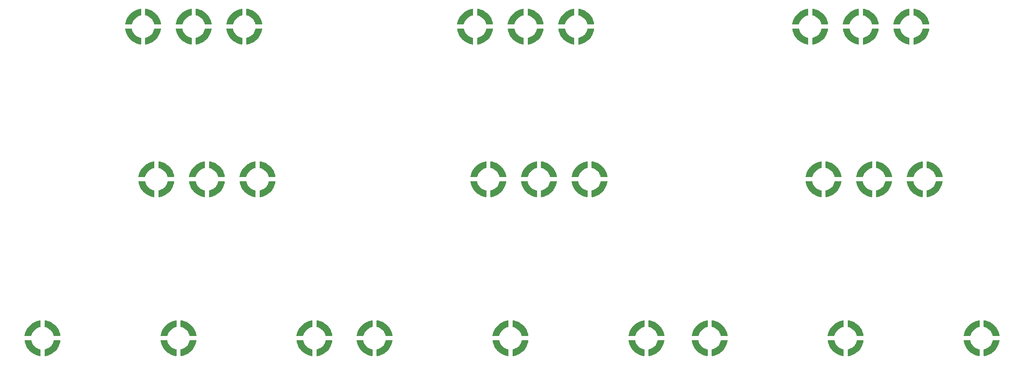
<source format=gtp>
G04 #@! TF.GenerationSoftware,KiCad,Pcbnew,(5.1.9)-1*
G04 #@! TF.CreationDate,2021-04-16T15:08:46+02:00*
G04 #@! TF.ProjectId,dc_link,64635f6c-696e-46b2-9e6b-696361645f70,rev?*
G04 #@! TF.SameCoordinates,Original*
G04 #@! TF.FileFunction,Paste,Top*
G04 #@! TF.FilePolarity,Positive*
%FSLAX46Y46*%
G04 Gerber Fmt 4.6, Leading zero omitted, Abs format (unit mm)*
G04 Created by KiCad (PCBNEW (5.1.9)-1) date 2021-04-16 15:08:46*
%MOMM*%
%LPD*%
G01*
G04 APERTURE LIST*
%ADD10C,0.100000*%
G04 APERTURE END LIST*
D10*
G36*
X234180112Y-115145566D02*
G01*
X234180698Y-115145541D01*
X234184973Y-115145780D01*
X234189292Y-115145971D01*
X234189879Y-115146055D01*
X234190453Y-115146087D01*
X234194669Y-115146739D01*
X234198963Y-115147353D01*
X234538045Y-115212843D01*
X234538065Y-115212846D01*
X234538088Y-115212852D01*
X234539433Y-115213121D01*
X234543482Y-115214170D01*
X234547555Y-115215166D01*
X234878628Y-115313431D01*
X234878647Y-115313436D01*
X234878668Y-115313444D01*
X234879982Y-115313843D01*
X234883903Y-115315280D01*
X234887866Y-115316671D01*
X235207788Y-115446782D01*
X235209078Y-115447317D01*
X235212872Y-115449145D01*
X235216647Y-115450900D01*
X235522347Y-115611608D01*
X235523578Y-115612266D01*
X235527164Y-115614449D01*
X235530762Y-115616571D01*
X235819319Y-115806344D01*
X235820480Y-115807120D01*
X235823807Y-115809620D01*
X235827210Y-115812105D01*
X236095872Y-116029130D01*
X236096951Y-116030015D01*
X236100010Y-116032820D01*
X236103163Y-116035633D01*
X236349364Y-116277840D01*
X236350352Y-116278826D01*
X236353129Y-116281925D01*
X236355986Y-116285024D01*
X236577377Y-116550099D01*
X236578264Y-116551177D01*
X236580733Y-116554542D01*
X236583266Y-116557895D01*
X236777734Y-116843309D01*
X236778511Y-116844468D01*
X236780634Y-116848048D01*
X236782834Y-116851642D01*
X236948522Y-117154671D01*
X236949183Y-117155900D01*
X236950959Y-117159696D01*
X236952785Y-117163462D01*
X237088112Y-117481213D01*
X237088649Y-117482501D01*
X237090039Y-117486431D01*
X237091496Y-117490378D01*
X237195170Y-117819818D01*
X237195580Y-117821152D01*
X237196589Y-117825238D01*
X237197644Y-117829269D01*
X237268675Y-118167253D01*
X237268952Y-118168621D01*
X237269258Y-118170723D01*
X237269684Y-118172833D01*
X237278006Y-118227733D01*
X237278205Y-118229114D01*
X237278396Y-118231288D01*
X237279049Y-118235937D01*
X237279459Y-118245698D01*
X237278913Y-118255453D01*
X237277419Y-118265108D01*
X237274989Y-118274571D01*
X237271647Y-118283752D01*
X237267426Y-118292562D01*
X237262365Y-118300919D01*
X237256512Y-118308742D01*
X237249924Y-118315957D01*
X237242664Y-118322494D01*
X237234800Y-118328292D01*
X237226408Y-118333295D01*
X237217568Y-118337455D01*
X237208364Y-118340732D01*
X237198884Y-118343096D01*
X237189219Y-118344523D01*
X237179461Y-118345000D01*
X236017114Y-118345000D01*
X236015718Y-118344990D01*
X236005967Y-118344377D01*
X235996323Y-118342815D01*
X235986877Y-118340319D01*
X235977720Y-118336914D01*
X235968939Y-118332631D01*
X235960617Y-118327511D01*
X235952835Y-118321604D01*
X235945667Y-118314966D01*
X235939180Y-118307660D01*
X235933438Y-118299756D01*
X235928494Y-118291330D01*
X235924396Y-118282461D01*
X235921183Y-118273234D01*
X235920054Y-118268567D01*
X235919756Y-118267595D01*
X235877769Y-118101956D01*
X235804273Y-117890002D01*
X235710701Y-117686790D01*
X235597749Y-117493683D01*
X235466486Y-117312512D01*
X235318170Y-117145015D01*
X235154225Y-116992798D01*
X234976202Y-116857299D01*
X234785812Y-116739823D01*
X234584864Y-116641485D01*
X234375274Y-116563224D01*
X234154327Y-116504534D01*
X234152981Y-116504166D01*
X234151729Y-116503748D01*
X234150429Y-116503414D01*
X234147089Y-116502198D01*
X234143714Y-116501071D01*
X234142491Y-116500524D01*
X234141248Y-116500072D01*
X234138056Y-116498543D01*
X234134794Y-116497085D01*
X234133635Y-116496424D01*
X234132438Y-116495851D01*
X234129399Y-116494011D01*
X234126306Y-116492248D01*
X234125220Y-116491480D01*
X234124081Y-116490790D01*
X234121241Y-116488665D01*
X234118330Y-116486606D01*
X234117317Y-116485730D01*
X234116258Y-116484937D01*
X234113650Y-116482556D01*
X234110942Y-116480212D01*
X234110020Y-116479241D01*
X234109043Y-116478349D01*
X234106666Y-116475709D01*
X234104214Y-116473127D01*
X234103398Y-116472079D01*
X234102506Y-116471089D01*
X234100392Y-116468222D01*
X234098209Y-116465420D01*
X234097499Y-116464298D01*
X234096708Y-116463225D01*
X234094878Y-116460155D01*
X234092986Y-116457165D01*
X234092392Y-116455986D01*
X234091705Y-116454833D01*
X234090177Y-116451586D01*
X234088592Y-116448438D01*
X234088117Y-116447208D01*
X234087545Y-116445993D01*
X234086344Y-116442619D01*
X234085071Y-116439325D01*
X234084716Y-116438048D01*
X234084268Y-116436789D01*
X234083405Y-116433326D01*
X234082456Y-116429912D01*
X234082228Y-116428607D01*
X234081904Y-116427309D01*
X234081379Y-116423756D01*
X234080772Y-116420288D01*
X234080672Y-116418965D01*
X234080477Y-116417644D01*
X234080302Y-116414072D01*
X234080036Y-116410546D01*
X234080065Y-116409223D01*
X234080000Y-116407886D01*
X234080000Y-115245539D01*
X234080001Y-115245340D01*
X234080000Y-115245310D01*
X234080002Y-115245273D01*
X234080010Y-115244143D01*
X234080279Y-115239860D01*
X234080500Y-115235552D01*
X234080586Y-115234977D01*
X234080623Y-115234392D01*
X234081312Y-115230137D01*
X234081949Y-115225891D01*
X234082092Y-115225325D01*
X234082185Y-115224748D01*
X234083288Y-115220574D01*
X234084335Y-115216416D01*
X234084531Y-115215869D01*
X234084681Y-115215302D01*
X234086187Y-115211251D01*
X234087633Y-115207220D01*
X234087881Y-115206695D01*
X234088086Y-115206145D01*
X234089974Y-115202274D01*
X234091813Y-115198389D01*
X234092114Y-115197886D01*
X234092369Y-115197364D01*
X234094616Y-115193712D01*
X234096835Y-115190009D01*
X234097184Y-115189538D01*
X234097489Y-115189042D01*
X234100075Y-115185636D01*
X234102650Y-115182159D01*
X234103046Y-115181722D01*
X234103396Y-115181260D01*
X234106280Y-115178146D01*
X234109204Y-115174913D01*
X234109644Y-115174513D01*
X234110034Y-115174092D01*
X234113239Y-115171246D01*
X234116435Y-115168342D01*
X234116900Y-115167996D01*
X234117340Y-115167605D01*
X234120812Y-115165082D01*
X234124271Y-115162507D01*
X234124778Y-115162202D01*
X234125244Y-115161863D01*
X234128939Y-115159695D01*
X234132639Y-115157466D01*
X234133164Y-115157216D01*
X234133670Y-115156919D01*
X234137576Y-115155114D01*
X234141460Y-115153264D01*
X234142012Y-115153064D01*
X234142539Y-115152821D01*
X234146544Y-115151426D01*
X234150648Y-115149943D01*
X234151226Y-115149796D01*
X234151766Y-115149608D01*
X234155885Y-115148611D01*
X234160117Y-115147535D01*
X234160698Y-115147446D01*
X234161262Y-115147310D01*
X234165488Y-115146716D01*
X234169775Y-115146063D01*
X234170365Y-115146031D01*
X234170937Y-115145951D01*
X234175223Y-115145771D01*
X234179532Y-115145540D01*
X234180112Y-115145566D01*
G37*
G36*
X233190453Y-115146087D02*
G01*
X233200108Y-115147581D01*
X233209571Y-115150011D01*
X233218752Y-115153353D01*
X233227562Y-115157574D01*
X233235919Y-115162635D01*
X233243742Y-115168488D01*
X233250957Y-115175076D01*
X233257494Y-115182336D01*
X233263292Y-115190200D01*
X233268295Y-115198592D01*
X233272455Y-115207432D01*
X233275732Y-115216636D01*
X233278096Y-115226116D01*
X233279523Y-115235781D01*
X233280000Y-115245539D01*
X233280000Y-116407886D01*
X233279990Y-116409282D01*
X233279377Y-116419033D01*
X233277815Y-116428677D01*
X233275319Y-116438123D01*
X233271914Y-116447280D01*
X233267631Y-116456061D01*
X233262511Y-116464383D01*
X233256604Y-116472165D01*
X233249966Y-116479333D01*
X233242660Y-116485820D01*
X233234756Y-116491562D01*
X233226330Y-116496506D01*
X233217461Y-116500604D01*
X233208234Y-116503817D01*
X233203567Y-116504946D01*
X233202595Y-116505244D01*
X233036956Y-116547231D01*
X232825002Y-116620727D01*
X232621790Y-116714299D01*
X232428683Y-116827251D01*
X232247512Y-116958514D01*
X232080015Y-117106830D01*
X231927798Y-117270775D01*
X231792299Y-117448798D01*
X231674823Y-117639188D01*
X231576485Y-117840136D01*
X231498224Y-118049726D01*
X231439534Y-118270673D01*
X231439166Y-118272019D01*
X231438748Y-118273271D01*
X231438414Y-118274571D01*
X231437198Y-118277911D01*
X231436071Y-118281286D01*
X231435524Y-118282509D01*
X231435072Y-118283752D01*
X231433546Y-118286936D01*
X231432085Y-118290206D01*
X231431424Y-118291365D01*
X231430851Y-118292562D01*
X231429015Y-118295594D01*
X231427248Y-118298694D01*
X231426480Y-118299780D01*
X231425790Y-118300919D01*
X231423665Y-118303759D01*
X231421606Y-118306670D01*
X231420730Y-118307683D01*
X231419937Y-118308742D01*
X231417556Y-118311350D01*
X231415212Y-118314058D01*
X231414241Y-118314980D01*
X231413349Y-118315957D01*
X231410709Y-118318334D01*
X231408127Y-118320786D01*
X231407079Y-118321602D01*
X231406089Y-118322494D01*
X231403222Y-118324608D01*
X231400420Y-118326791D01*
X231399298Y-118327501D01*
X231398225Y-118328292D01*
X231395155Y-118330122D01*
X231392165Y-118332014D01*
X231390986Y-118332608D01*
X231389833Y-118333295D01*
X231386586Y-118334823D01*
X231383438Y-118336408D01*
X231382208Y-118336883D01*
X231380993Y-118337455D01*
X231377619Y-118338656D01*
X231374325Y-118339929D01*
X231373048Y-118340284D01*
X231371789Y-118340732D01*
X231368326Y-118341595D01*
X231364912Y-118342544D01*
X231363607Y-118342772D01*
X231362309Y-118343096D01*
X231358777Y-118343617D01*
X231355288Y-118344228D01*
X231353965Y-118344328D01*
X231352644Y-118344523D01*
X231349072Y-118344698D01*
X231345546Y-118344964D01*
X231344223Y-118344935D01*
X231342886Y-118345000D01*
X230180539Y-118345000D01*
X230180340Y-118344999D01*
X230180310Y-118345000D01*
X230180273Y-118344998D01*
X230179143Y-118344990D01*
X230174860Y-118344721D01*
X230170552Y-118344500D01*
X230169977Y-118344414D01*
X230169392Y-118344377D01*
X230165137Y-118343688D01*
X230160891Y-118343051D01*
X230160325Y-118342908D01*
X230159748Y-118342815D01*
X230155574Y-118341712D01*
X230151416Y-118340665D01*
X230150869Y-118340469D01*
X230150302Y-118340319D01*
X230146251Y-118338813D01*
X230142220Y-118337367D01*
X230141695Y-118337119D01*
X230141145Y-118336914D01*
X230137274Y-118335026D01*
X230133389Y-118333187D01*
X230132886Y-118332886D01*
X230132364Y-118332631D01*
X230128712Y-118330384D01*
X230125009Y-118328165D01*
X230124538Y-118327816D01*
X230124042Y-118327511D01*
X230120636Y-118324925D01*
X230117159Y-118322350D01*
X230116722Y-118321954D01*
X230116260Y-118321604D01*
X230113146Y-118318720D01*
X230109913Y-118315796D01*
X230109513Y-118315356D01*
X230109092Y-118314966D01*
X230106246Y-118311761D01*
X230103342Y-118308565D01*
X230102996Y-118308100D01*
X230102605Y-118307660D01*
X230100082Y-118304188D01*
X230097507Y-118300729D01*
X230097202Y-118300222D01*
X230096863Y-118299756D01*
X230094695Y-118296061D01*
X230092466Y-118292361D01*
X230092216Y-118291836D01*
X230091919Y-118291330D01*
X230090114Y-118287424D01*
X230088264Y-118283540D01*
X230088064Y-118282988D01*
X230087821Y-118282461D01*
X230086426Y-118278456D01*
X230084943Y-118274352D01*
X230084796Y-118273774D01*
X230084608Y-118273234D01*
X230083611Y-118269115D01*
X230082535Y-118264883D01*
X230082446Y-118264302D01*
X230082310Y-118263738D01*
X230081716Y-118259512D01*
X230081063Y-118255225D01*
X230081031Y-118254635D01*
X230080951Y-118254063D01*
X230080771Y-118249777D01*
X230080540Y-118245468D01*
X230080566Y-118244888D01*
X230080541Y-118244302D01*
X230080780Y-118240027D01*
X230080971Y-118235708D01*
X230081055Y-118235121D01*
X230081087Y-118234547D01*
X230081739Y-118230331D01*
X230082353Y-118226037D01*
X230147843Y-117886955D01*
X230147846Y-117886935D01*
X230147852Y-117886912D01*
X230148121Y-117885567D01*
X230149172Y-117881513D01*
X230150166Y-117877445D01*
X230248431Y-117546372D01*
X230248436Y-117546353D01*
X230248444Y-117546332D01*
X230248843Y-117545018D01*
X230250280Y-117541097D01*
X230251671Y-117537134D01*
X230381782Y-117217212D01*
X230382317Y-117215922D01*
X230384145Y-117212128D01*
X230385900Y-117208353D01*
X230546608Y-116902653D01*
X230547266Y-116901422D01*
X230549449Y-116897836D01*
X230551571Y-116894238D01*
X230741344Y-116605681D01*
X230742120Y-116604520D01*
X230744623Y-116601190D01*
X230747105Y-116597790D01*
X230964130Y-116329128D01*
X230965015Y-116328049D01*
X230967820Y-116324990D01*
X230970633Y-116321837D01*
X231212840Y-116075636D01*
X231213826Y-116074648D01*
X231216925Y-116071871D01*
X231220024Y-116069014D01*
X231485099Y-115847623D01*
X231486177Y-115846736D01*
X231489542Y-115844267D01*
X231492895Y-115841734D01*
X231778309Y-115647266D01*
X231779468Y-115646489D01*
X231783048Y-115644366D01*
X231786642Y-115642166D01*
X232089671Y-115476478D01*
X232090900Y-115475817D01*
X232094696Y-115474041D01*
X232098462Y-115472215D01*
X232416213Y-115336888D01*
X232417501Y-115336351D01*
X232421431Y-115334961D01*
X232425378Y-115333504D01*
X232754818Y-115229830D01*
X232756152Y-115229420D01*
X232760238Y-115228411D01*
X232764269Y-115227356D01*
X233102253Y-115156325D01*
X233103621Y-115156048D01*
X233105723Y-115155742D01*
X233107833Y-115155316D01*
X233162733Y-115146994D01*
X233164114Y-115146795D01*
X233166288Y-115146604D01*
X233170937Y-115145951D01*
X233180698Y-115145541D01*
X233190453Y-115146087D01*
G37*
G36*
X231344282Y-119145010D02*
G01*
X231354033Y-119145623D01*
X231363677Y-119147185D01*
X231373123Y-119149681D01*
X231382280Y-119153086D01*
X231391061Y-119157369D01*
X231399383Y-119162489D01*
X231407165Y-119168396D01*
X231414333Y-119175034D01*
X231420820Y-119182340D01*
X231426562Y-119190244D01*
X231431506Y-119198670D01*
X231435604Y-119207539D01*
X231438817Y-119216766D01*
X231439946Y-119221433D01*
X231440244Y-119222405D01*
X231482231Y-119388044D01*
X231555726Y-119599995D01*
X231649299Y-119803210D01*
X231762251Y-119996317D01*
X231893511Y-120177484D01*
X232041830Y-120344985D01*
X232205775Y-120497202D01*
X232383803Y-120632704D01*
X232574188Y-120750177D01*
X232775144Y-120848518D01*
X232984726Y-120926776D01*
X233205673Y-120985466D01*
X233207019Y-120985834D01*
X233208271Y-120986252D01*
X233209571Y-120986586D01*
X233212911Y-120987802D01*
X233216286Y-120988929D01*
X233217509Y-120989476D01*
X233218752Y-120989928D01*
X233221944Y-120991457D01*
X233225206Y-120992915D01*
X233226365Y-120993576D01*
X233227562Y-120994149D01*
X233230601Y-120995989D01*
X233233694Y-120997752D01*
X233234780Y-120998520D01*
X233235919Y-120999210D01*
X233238759Y-121001335D01*
X233241670Y-121003394D01*
X233242683Y-121004270D01*
X233243742Y-121005063D01*
X233246350Y-121007444D01*
X233249058Y-121009788D01*
X233249980Y-121010759D01*
X233250957Y-121011651D01*
X233253334Y-121014291D01*
X233255786Y-121016873D01*
X233256602Y-121017921D01*
X233257494Y-121018911D01*
X233259608Y-121021778D01*
X233261791Y-121024580D01*
X233262501Y-121025702D01*
X233263292Y-121026775D01*
X233265122Y-121029845D01*
X233267014Y-121032835D01*
X233267608Y-121034014D01*
X233268295Y-121035167D01*
X233269817Y-121038402D01*
X233271408Y-121041562D01*
X233271883Y-121042792D01*
X233272455Y-121044007D01*
X233273656Y-121047381D01*
X233274929Y-121050675D01*
X233275284Y-121051952D01*
X233275732Y-121053211D01*
X233276595Y-121056674D01*
X233277544Y-121060088D01*
X233277772Y-121061393D01*
X233278096Y-121062691D01*
X233278617Y-121066223D01*
X233279228Y-121069712D01*
X233279328Y-121071035D01*
X233279523Y-121072356D01*
X233279698Y-121075928D01*
X233279964Y-121079454D01*
X233279935Y-121080777D01*
X233280000Y-121082114D01*
X233280000Y-122244461D01*
X233279999Y-122244660D01*
X233280000Y-122244690D01*
X233279998Y-122244727D01*
X233279990Y-122245857D01*
X233279721Y-122250140D01*
X233279500Y-122254448D01*
X233279414Y-122255023D01*
X233279377Y-122255608D01*
X233278695Y-122259817D01*
X233278052Y-122264109D01*
X233277907Y-122264686D01*
X233277815Y-122265252D01*
X233276733Y-122269345D01*
X233275666Y-122273584D01*
X233275466Y-122274142D01*
X233275319Y-122274698D01*
X233273841Y-122278673D01*
X233272368Y-122282780D01*
X233272115Y-122283314D01*
X233271914Y-122283855D01*
X233270041Y-122287695D01*
X233268187Y-122291611D01*
X233267886Y-122292114D01*
X233267631Y-122292636D01*
X233265384Y-122296288D01*
X233263165Y-122299991D01*
X233262816Y-122300462D01*
X233262511Y-122300958D01*
X233259925Y-122304364D01*
X233257350Y-122307841D01*
X233256954Y-122308278D01*
X233256604Y-122308740D01*
X233253720Y-122311854D01*
X233250796Y-122315087D01*
X233250356Y-122315487D01*
X233249966Y-122315908D01*
X233246785Y-122318733D01*
X233243566Y-122321658D01*
X233243096Y-122322008D01*
X233242660Y-122322395D01*
X233239206Y-122324904D01*
X233235729Y-122327493D01*
X233235222Y-122327798D01*
X233234756Y-122328137D01*
X233231061Y-122330305D01*
X233227361Y-122332534D01*
X233226836Y-122332784D01*
X233226330Y-122333081D01*
X233222424Y-122334886D01*
X233218540Y-122336736D01*
X233217988Y-122336936D01*
X233217461Y-122337179D01*
X233213456Y-122338574D01*
X233209352Y-122340057D01*
X233208774Y-122340204D01*
X233208234Y-122340392D01*
X233204115Y-122341389D01*
X233199883Y-122342465D01*
X233199302Y-122342554D01*
X233198738Y-122342690D01*
X233194512Y-122343284D01*
X233190225Y-122343937D01*
X233189635Y-122343969D01*
X233189063Y-122344049D01*
X233184779Y-122344229D01*
X233180469Y-122344460D01*
X233179888Y-122344434D01*
X233179302Y-122344459D01*
X233175026Y-122344220D01*
X233170708Y-122344029D01*
X233170121Y-122343945D01*
X233169547Y-122343913D01*
X233165331Y-122343261D01*
X233161037Y-122342647D01*
X232821939Y-122277155D01*
X232821935Y-122277154D01*
X232821930Y-122277153D01*
X232820567Y-122276879D01*
X232816518Y-122275830D01*
X232812445Y-122274834D01*
X232481372Y-122176569D01*
X232481353Y-122176564D01*
X232481332Y-122176556D01*
X232480018Y-122176157D01*
X232476097Y-122174720D01*
X232472134Y-122173329D01*
X232152230Y-122043225D01*
X232152212Y-122043219D01*
X232152192Y-122043210D01*
X232150922Y-122042683D01*
X232147153Y-122040867D01*
X232143353Y-122039100D01*
X231837662Y-121878396D01*
X231837653Y-121878392D01*
X231837643Y-121878386D01*
X231836423Y-121877734D01*
X231832854Y-121875562D01*
X231829238Y-121873429D01*
X231540681Y-121683656D01*
X231539520Y-121682880D01*
X231536193Y-121680380D01*
X231532790Y-121677895D01*
X231264137Y-121460878D01*
X231264127Y-121460870D01*
X231264116Y-121460860D01*
X231263049Y-121459985D01*
X231259968Y-121457159D01*
X231256837Y-121454366D01*
X231010636Y-121212160D01*
X231009648Y-121211173D01*
X231006869Y-121208073D01*
X231004015Y-121204976D01*
X230782623Y-120939901D01*
X230781736Y-120938823D01*
X230779262Y-120935452D01*
X230776735Y-120932106D01*
X230582266Y-120646691D01*
X230581489Y-120645532D01*
X230579366Y-120641952D01*
X230577166Y-120638358D01*
X230411478Y-120335329D01*
X230410817Y-120334100D01*
X230409041Y-120330304D01*
X230407215Y-120326538D01*
X230271888Y-120008787D01*
X230271351Y-120007499D01*
X230269961Y-120003569D01*
X230268504Y-119999622D01*
X230164836Y-119670200D01*
X230164829Y-119670182D01*
X230164823Y-119670160D01*
X230164420Y-119668848D01*
X230163416Y-119664781D01*
X230162356Y-119660730D01*
X230091325Y-119322747D01*
X230091047Y-119321379D01*
X230090740Y-119319263D01*
X230090316Y-119317167D01*
X230081994Y-119262267D01*
X230081795Y-119260886D01*
X230081604Y-119258712D01*
X230080951Y-119254063D01*
X230080541Y-119244302D01*
X230081087Y-119234547D01*
X230082581Y-119224892D01*
X230085011Y-119215429D01*
X230088353Y-119206248D01*
X230092574Y-119197438D01*
X230097635Y-119189081D01*
X230103488Y-119181258D01*
X230110076Y-119174043D01*
X230117336Y-119167506D01*
X230125200Y-119161708D01*
X230133592Y-119156705D01*
X230142432Y-119152545D01*
X230151636Y-119149268D01*
X230161116Y-119146904D01*
X230170781Y-119145477D01*
X230180539Y-119145000D01*
X231342886Y-119145000D01*
X231344282Y-119145010D01*
G37*
G36*
X237179660Y-119145001D02*
G01*
X237179690Y-119145000D01*
X237179727Y-119145002D01*
X237180857Y-119145010D01*
X237185140Y-119145279D01*
X237189448Y-119145500D01*
X237190023Y-119145586D01*
X237190608Y-119145623D01*
X237194817Y-119146305D01*
X237199109Y-119146948D01*
X237199686Y-119147093D01*
X237200252Y-119147185D01*
X237204345Y-119148267D01*
X237208584Y-119149334D01*
X237209142Y-119149534D01*
X237209698Y-119149681D01*
X237213673Y-119151159D01*
X237217780Y-119152632D01*
X237218314Y-119152885D01*
X237218855Y-119153086D01*
X237222695Y-119154959D01*
X237226611Y-119156813D01*
X237227114Y-119157114D01*
X237227636Y-119157369D01*
X237231288Y-119159616D01*
X237234991Y-119161835D01*
X237235462Y-119162184D01*
X237235958Y-119162489D01*
X237239364Y-119165075D01*
X237242841Y-119167650D01*
X237243278Y-119168046D01*
X237243740Y-119168396D01*
X237246854Y-119171280D01*
X237250087Y-119174204D01*
X237250487Y-119174644D01*
X237250908Y-119175034D01*
X237253733Y-119178215D01*
X237256658Y-119181434D01*
X237257008Y-119181904D01*
X237257395Y-119182340D01*
X237259904Y-119185794D01*
X237262493Y-119189271D01*
X237262798Y-119189778D01*
X237263137Y-119190244D01*
X237265305Y-119193939D01*
X237267534Y-119197639D01*
X237267784Y-119198164D01*
X237268081Y-119198670D01*
X237269886Y-119202576D01*
X237271736Y-119206460D01*
X237271936Y-119207012D01*
X237272179Y-119207539D01*
X237273574Y-119211544D01*
X237275057Y-119215648D01*
X237275204Y-119216226D01*
X237275392Y-119216766D01*
X237276382Y-119220857D01*
X237277465Y-119225117D01*
X237277554Y-119225698D01*
X237277690Y-119226262D01*
X237278284Y-119230488D01*
X237278937Y-119234775D01*
X237278969Y-119235365D01*
X237279049Y-119235937D01*
X237279229Y-119240221D01*
X237279460Y-119244531D01*
X237279434Y-119245112D01*
X237279459Y-119245698D01*
X237279220Y-119249974D01*
X237279029Y-119254292D01*
X237278945Y-119254879D01*
X237278913Y-119255453D01*
X237278261Y-119259669D01*
X237277647Y-119263963D01*
X237212154Y-119603064D01*
X237211879Y-119604433D01*
X237210830Y-119608482D01*
X237209834Y-119612555D01*
X237111569Y-119943628D01*
X237111564Y-119943647D01*
X237111558Y-119943664D01*
X237111157Y-119944982D01*
X237109720Y-119948903D01*
X237108329Y-119952866D01*
X236978225Y-120272770D01*
X236978219Y-120272788D01*
X236978210Y-120272808D01*
X236977683Y-120274078D01*
X236975868Y-120277845D01*
X236974100Y-120281647D01*
X236813396Y-120587338D01*
X236813392Y-120587347D01*
X236813386Y-120587357D01*
X236812734Y-120588577D01*
X236810562Y-120592146D01*
X236808429Y-120595762D01*
X236618656Y-120884319D01*
X236617880Y-120885480D01*
X236615380Y-120888807D01*
X236612895Y-120892210D01*
X236395878Y-121160863D01*
X236395870Y-121160873D01*
X236395860Y-121160884D01*
X236394985Y-121161951D01*
X236392159Y-121165032D01*
X236389366Y-121168163D01*
X236147160Y-121414364D01*
X236146173Y-121415352D01*
X236143073Y-121418131D01*
X236139976Y-121420985D01*
X235874901Y-121642377D01*
X235873823Y-121643264D01*
X235870452Y-121645738D01*
X235867106Y-121648265D01*
X235581691Y-121842734D01*
X235580532Y-121843511D01*
X235576952Y-121845634D01*
X235573358Y-121847834D01*
X235270329Y-122013522D01*
X235269100Y-122014183D01*
X235265304Y-122015959D01*
X235261538Y-122017785D01*
X234943787Y-122153112D01*
X234942499Y-122153649D01*
X234938569Y-122155039D01*
X234934622Y-122156496D01*
X234605200Y-122260164D01*
X234605182Y-122260171D01*
X234605160Y-122260177D01*
X234603848Y-122260580D01*
X234599781Y-122261584D01*
X234595730Y-122262644D01*
X234257747Y-122333675D01*
X234256379Y-122333953D01*
X234254263Y-122334260D01*
X234252167Y-122334684D01*
X234197267Y-122343006D01*
X234195886Y-122343205D01*
X234193712Y-122343396D01*
X234189063Y-122344049D01*
X234179302Y-122344459D01*
X234169547Y-122343913D01*
X234159892Y-122342419D01*
X234150429Y-122339989D01*
X234141248Y-122336647D01*
X234132438Y-122332426D01*
X234124081Y-122327365D01*
X234116258Y-122321512D01*
X234109043Y-122314924D01*
X234102506Y-122307664D01*
X234096708Y-122299800D01*
X234091705Y-122291408D01*
X234087545Y-122282568D01*
X234084268Y-122273364D01*
X234081904Y-122263884D01*
X234080477Y-122254219D01*
X234080000Y-122244461D01*
X234080000Y-121082114D01*
X234080010Y-121080718D01*
X234080623Y-121070967D01*
X234082185Y-121061323D01*
X234084681Y-121051877D01*
X234088086Y-121042720D01*
X234092369Y-121033939D01*
X234097489Y-121025617D01*
X234103396Y-121017835D01*
X234110034Y-121010667D01*
X234117340Y-121004180D01*
X234125244Y-120998438D01*
X234133670Y-120993494D01*
X234142539Y-120989396D01*
X234151766Y-120986183D01*
X234156433Y-120985054D01*
X234157405Y-120984756D01*
X234323044Y-120942769D01*
X234534995Y-120869274D01*
X234738210Y-120775701D01*
X234931317Y-120662749D01*
X235112484Y-120531489D01*
X235279985Y-120383170D01*
X235432202Y-120219225D01*
X235567704Y-120041197D01*
X235685177Y-119850812D01*
X235783518Y-119649856D01*
X235861776Y-119440274D01*
X235920466Y-119219327D01*
X235920834Y-119217981D01*
X235921252Y-119216729D01*
X235921586Y-119215429D01*
X235922802Y-119212089D01*
X235923929Y-119208714D01*
X235924476Y-119207491D01*
X235924928Y-119206248D01*
X235926457Y-119203056D01*
X235927915Y-119199794D01*
X235928576Y-119198635D01*
X235929149Y-119197438D01*
X235930989Y-119194399D01*
X235932752Y-119191306D01*
X235933520Y-119190220D01*
X235934210Y-119189081D01*
X235936335Y-119186241D01*
X235938394Y-119183330D01*
X235939270Y-119182317D01*
X235940063Y-119181258D01*
X235942444Y-119178650D01*
X235944788Y-119175942D01*
X235945759Y-119175020D01*
X235946651Y-119174043D01*
X235949291Y-119171666D01*
X235951873Y-119169214D01*
X235952923Y-119168396D01*
X235953911Y-119167506D01*
X235956778Y-119165392D01*
X235959580Y-119163209D01*
X235960702Y-119162499D01*
X235961775Y-119161708D01*
X235964845Y-119159878D01*
X235967835Y-119157986D01*
X235969014Y-119157392D01*
X235970167Y-119156705D01*
X235973414Y-119155177D01*
X235976562Y-119153592D01*
X235977792Y-119153117D01*
X235979007Y-119152545D01*
X235982381Y-119151344D01*
X235985675Y-119150071D01*
X235986952Y-119149716D01*
X235988211Y-119149268D01*
X235991674Y-119148405D01*
X235995088Y-119147456D01*
X235996393Y-119147228D01*
X235997691Y-119146904D01*
X236001223Y-119146383D01*
X236004712Y-119145772D01*
X236006035Y-119145672D01*
X236007356Y-119145477D01*
X236010928Y-119145302D01*
X236014454Y-119145036D01*
X236015777Y-119145065D01*
X236017114Y-119145000D01*
X237179461Y-119145000D01*
X237179660Y-119145001D01*
G37*
G36*
X209874660Y-119145001D02*
G01*
X209874690Y-119145000D01*
X209874727Y-119145002D01*
X209875857Y-119145010D01*
X209880140Y-119145279D01*
X209884448Y-119145500D01*
X209885023Y-119145586D01*
X209885608Y-119145623D01*
X209889817Y-119146305D01*
X209894109Y-119146948D01*
X209894686Y-119147093D01*
X209895252Y-119147185D01*
X209899345Y-119148267D01*
X209903584Y-119149334D01*
X209904142Y-119149534D01*
X209904698Y-119149681D01*
X209908673Y-119151159D01*
X209912780Y-119152632D01*
X209913314Y-119152885D01*
X209913855Y-119153086D01*
X209917695Y-119154959D01*
X209921611Y-119156813D01*
X209922114Y-119157114D01*
X209922636Y-119157369D01*
X209926288Y-119159616D01*
X209929991Y-119161835D01*
X209930462Y-119162184D01*
X209930958Y-119162489D01*
X209934364Y-119165075D01*
X209937841Y-119167650D01*
X209938278Y-119168046D01*
X209938740Y-119168396D01*
X209941854Y-119171280D01*
X209945087Y-119174204D01*
X209945487Y-119174644D01*
X209945908Y-119175034D01*
X209948733Y-119178215D01*
X209951658Y-119181434D01*
X209952008Y-119181904D01*
X209952395Y-119182340D01*
X209954904Y-119185794D01*
X209957493Y-119189271D01*
X209957798Y-119189778D01*
X209958137Y-119190244D01*
X209960305Y-119193939D01*
X209962534Y-119197639D01*
X209962784Y-119198164D01*
X209963081Y-119198670D01*
X209964886Y-119202576D01*
X209966736Y-119206460D01*
X209966936Y-119207012D01*
X209967179Y-119207539D01*
X209968574Y-119211544D01*
X209970057Y-119215648D01*
X209970204Y-119216226D01*
X209970392Y-119216766D01*
X209971382Y-119220857D01*
X209972465Y-119225117D01*
X209972554Y-119225698D01*
X209972690Y-119226262D01*
X209973284Y-119230488D01*
X209973937Y-119234775D01*
X209973969Y-119235365D01*
X209974049Y-119235937D01*
X209974229Y-119240221D01*
X209974460Y-119244531D01*
X209974434Y-119245112D01*
X209974459Y-119245698D01*
X209974220Y-119249974D01*
X209974029Y-119254292D01*
X209973945Y-119254879D01*
X209973913Y-119255453D01*
X209973261Y-119259669D01*
X209972647Y-119263963D01*
X209907154Y-119603064D01*
X209906879Y-119604433D01*
X209905830Y-119608482D01*
X209904834Y-119612555D01*
X209806569Y-119943628D01*
X209806564Y-119943647D01*
X209806558Y-119943664D01*
X209806157Y-119944982D01*
X209804720Y-119948903D01*
X209803329Y-119952866D01*
X209673225Y-120272770D01*
X209673219Y-120272788D01*
X209673210Y-120272808D01*
X209672683Y-120274078D01*
X209670868Y-120277845D01*
X209669100Y-120281647D01*
X209508396Y-120587338D01*
X209508392Y-120587347D01*
X209508386Y-120587357D01*
X209507734Y-120588577D01*
X209505562Y-120592146D01*
X209503429Y-120595762D01*
X209313656Y-120884319D01*
X209312880Y-120885480D01*
X209310380Y-120888807D01*
X209307895Y-120892210D01*
X209090878Y-121160863D01*
X209090870Y-121160873D01*
X209090860Y-121160884D01*
X209089985Y-121161951D01*
X209087159Y-121165032D01*
X209084366Y-121168163D01*
X208842160Y-121414364D01*
X208841173Y-121415352D01*
X208838073Y-121418131D01*
X208834976Y-121420985D01*
X208569901Y-121642377D01*
X208568823Y-121643264D01*
X208565452Y-121645738D01*
X208562106Y-121648265D01*
X208276691Y-121842734D01*
X208275532Y-121843511D01*
X208271952Y-121845634D01*
X208268358Y-121847834D01*
X207965329Y-122013522D01*
X207964100Y-122014183D01*
X207960304Y-122015959D01*
X207956538Y-122017785D01*
X207638787Y-122153112D01*
X207637499Y-122153649D01*
X207633569Y-122155039D01*
X207629622Y-122156496D01*
X207300200Y-122260164D01*
X207300182Y-122260171D01*
X207300160Y-122260177D01*
X207298848Y-122260580D01*
X207294781Y-122261584D01*
X207290730Y-122262644D01*
X206952747Y-122333675D01*
X206951379Y-122333953D01*
X206949263Y-122334260D01*
X206947167Y-122334684D01*
X206892267Y-122343006D01*
X206890886Y-122343205D01*
X206888712Y-122343396D01*
X206884063Y-122344049D01*
X206874302Y-122344459D01*
X206864547Y-122343913D01*
X206854892Y-122342419D01*
X206845429Y-122339989D01*
X206836248Y-122336647D01*
X206827438Y-122332426D01*
X206819081Y-122327365D01*
X206811258Y-122321512D01*
X206804043Y-122314924D01*
X206797506Y-122307664D01*
X206791708Y-122299800D01*
X206786705Y-122291408D01*
X206782545Y-122282568D01*
X206779268Y-122273364D01*
X206776904Y-122263884D01*
X206775477Y-122254219D01*
X206775000Y-122244461D01*
X206775000Y-121082114D01*
X206775010Y-121080718D01*
X206775623Y-121070967D01*
X206777185Y-121061323D01*
X206779681Y-121051877D01*
X206783086Y-121042720D01*
X206787369Y-121033939D01*
X206792489Y-121025617D01*
X206798396Y-121017835D01*
X206805034Y-121010667D01*
X206812340Y-121004180D01*
X206820244Y-120998438D01*
X206828670Y-120993494D01*
X206837539Y-120989396D01*
X206846766Y-120986183D01*
X206851433Y-120985054D01*
X206852405Y-120984756D01*
X207018044Y-120942769D01*
X207229995Y-120869274D01*
X207433210Y-120775701D01*
X207626317Y-120662749D01*
X207807484Y-120531489D01*
X207974985Y-120383170D01*
X208127202Y-120219225D01*
X208262704Y-120041197D01*
X208380177Y-119850812D01*
X208478518Y-119649856D01*
X208556776Y-119440274D01*
X208615466Y-119219327D01*
X208615834Y-119217981D01*
X208616252Y-119216729D01*
X208616586Y-119215429D01*
X208617802Y-119212089D01*
X208618929Y-119208714D01*
X208619476Y-119207491D01*
X208619928Y-119206248D01*
X208621457Y-119203056D01*
X208622915Y-119199794D01*
X208623576Y-119198635D01*
X208624149Y-119197438D01*
X208625989Y-119194399D01*
X208627752Y-119191306D01*
X208628520Y-119190220D01*
X208629210Y-119189081D01*
X208631335Y-119186241D01*
X208633394Y-119183330D01*
X208634270Y-119182317D01*
X208635063Y-119181258D01*
X208637444Y-119178650D01*
X208639788Y-119175942D01*
X208640759Y-119175020D01*
X208641651Y-119174043D01*
X208644291Y-119171666D01*
X208646873Y-119169214D01*
X208647923Y-119168396D01*
X208648911Y-119167506D01*
X208651778Y-119165392D01*
X208654580Y-119163209D01*
X208655702Y-119162499D01*
X208656775Y-119161708D01*
X208659845Y-119159878D01*
X208662835Y-119157986D01*
X208664014Y-119157392D01*
X208665167Y-119156705D01*
X208668414Y-119155177D01*
X208671562Y-119153592D01*
X208672792Y-119153117D01*
X208674007Y-119152545D01*
X208677381Y-119151344D01*
X208680675Y-119150071D01*
X208681952Y-119149716D01*
X208683211Y-119149268D01*
X208686674Y-119148405D01*
X208690088Y-119147456D01*
X208691393Y-119147228D01*
X208692691Y-119146904D01*
X208696223Y-119146383D01*
X208699712Y-119145772D01*
X208701035Y-119145672D01*
X208702356Y-119145477D01*
X208705928Y-119145302D01*
X208709454Y-119145036D01*
X208710777Y-119145065D01*
X208712114Y-119145000D01*
X209874461Y-119145000D01*
X209874660Y-119145001D01*
G37*
G36*
X204039282Y-119145010D02*
G01*
X204049033Y-119145623D01*
X204058677Y-119147185D01*
X204068123Y-119149681D01*
X204077280Y-119153086D01*
X204086061Y-119157369D01*
X204094383Y-119162489D01*
X204102165Y-119168396D01*
X204109333Y-119175034D01*
X204115820Y-119182340D01*
X204121562Y-119190244D01*
X204126506Y-119198670D01*
X204130604Y-119207539D01*
X204133817Y-119216766D01*
X204134946Y-119221433D01*
X204135244Y-119222405D01*
X204177231Y-119388044D01*
X204250726Y-119599995D01*
X204344299Y-119803210D01*
X204457251Y-119996317D01*
X204588511Y-120177484D01*
X204736830Y-120344985D01*
X204900775Y-120497202D01*
X205078803Y-120632704D01*
X205269188Y-120750177D01*
X205470144Y-120848518D01*
X205679726Y-120926776D01*
X205900673Y-120985466D01*
X205902019Y-120985834D01*
X205903271Y-120986252D01*
X205904571Y-120986586D01*
X205907911Y-120987802D01*
X205911286Y-120988929D01*
X205912509Y-120989476D01*
X205913752Y-120989928D01*
X205916944Y-120991457D01*
X205920206Y-120992915D01*
X205921365Y-120993576D01*
X205922562Y-120994149D01*
X205925601Y-120995989D01*
X205928694Y-120997752D01*
X205929780Y-120998520D01*
X205930919Y-120999210D01*
X205933759Y-121001335D01*
X205936670Y-121003394D01*
X205937683Y-121004270D01*
X205938742Y-121005063D01*
X205941350Y-121007444D01*
X205944058Y-121009788D01*
X205944980Y-121010759D01*
X205945957Y-121011651D01*
X205948334Y-121014291D01*
X205950786Y-121016873D01*
X205951602Y-121017921D01*
X205952494Y-121018911D01*
X205954608Y-121021778D01*
X205956791Y-121024580D01*
X205957501Y-121025702D01*
X205958292Y-121026775D01*
X205960122Y-121029845D01*
X205962014Y-121032835D01*
X205962608Y-121034014D01*
X205963295Y-121035167D01*
X205964817Y-121038402D01*
X205966408Y-121041562D01*
X205966883Y-121042792D01*
X205967455Y-121044007D01*
X205968656Y-121047381D01*
X205969929Y-121050675D01*
X205970284Y-121051952D01*
X205970732Y-121053211D01*
X205971595Y-121056674D01*
X205972544Y-121060088D01*
X205972772Y-121061393D01*
X205973096Y-121062691D01*
X205973617Y-121066223D01*
X205974228Y-121069712D01*
X205974328Y-121071035D01*
X205974523Y-121072356D01*
X205974698Y-121075928D01*
X205974964Y-121079454D01*
X205974935Y-121080777D01*
X205975000Y-121082114D01*
X205975000Y-122244461D01*
X205974999Y-122244660D01*
X205975000Y-122244690D01*
X205974998Y-122244727D01*
X205974990Y-122245857D01*
X205974721Y-122250140D01*
X205974500Y-122254448D01*
X205974414Y-122255023D01*
X205974377Y-122255608D01*
X205973695Y-122259817D01*
X205973052Y-122264109D01*
X205972907Y-122264686D01*
X205972815Y-122265252D01*
X205971733Y-122269345D01*
X205970666Y-122273584D01*
X205970466Y-122274142D01*
X205970319Y-122274698D01*
X205968841Y-122278673D01*
X205967368Y-122282780D01*
X205967115Y-122283314D01*
X205966914Y-122283855D01*
X205965041Y-122287695D01*
X205963187Y-122291611D01*
X205962886Y-122292114D01*
X205962631Y-122292636D01*
X205960384Y-122296288D01*
X205958165Y-122299991D01*
X205957816Y-122300462D01*
X205957511Y-122300958D01*
X205954925Y-122304364D01*
X205952350Y-122307841D01*
X205951954Y-122308278D01*
X205951604Y-122308740D01*
X205948720Y-122311854D01*
X205945796Y-122315087D01*
X205945356Y-122315487D01*
X205944966Y-122315908D01*
X205941785Y-122318733D01*
X205938566Y-122321658D01*
X205938096Y-122322008D01*
X205937660Y-122322395D01*
X205934206Y-122324904D01*
X205930729Y-122327493D01*
X205930222Y-122327798D01*
X205929756Y-122328137D01*
X205926061Y-122330305D01*
X205922361Y-122332534D01*
X205921836Y-122332784D01*
X205921330Y-122333081D01*
X205917424Y-122334886D01*
X205913540Y-122336736D01*
X205912988Y-122336936D01*
X205912461Y-122337179D01*
X205908456Y-122338574D01*
X205904352Y-122340057D01*
X205903774Y-122340204D01*
X205903234Y-122340392D01*
X205899115Y-122341389D01*
X205894883Y-122342465D01*
X205894302Y-122342554D01*
X205893738Y-122342690D01*
X205889512Y-122343284D01*
X205885225Y-122343937D01*
X205884635Y-122343969D01*
X205884063Y-122344049D01*
X205879779Y-122344229D01*
X205875469Y-122344460D01*
X205874888Y-122344434D01*
X205874302Y-122344459D01*
X205870026Y-122344220D01*
X205865708Y-122344029D01*
X205865121Y-122343945D01*
X205864547Y-122343913D01*
X205860331Y-122343261D01*
X205856037Y-122342647D01*
X205516939Y-122277155D01*
X205516935Y-122277154D01*
X205516930Y-122277153D01*
X205515567Y-122276879D01*
X205511518Y-122275830D01*
X205507445Y-122274834D01*
X205176372Y-122176569D01*
X205176353Y-122176564D01*
X205176332Y-122176556D01*
X205175018Y-122176157D01*
X205171097Y-122174720D01*
X205167134Y-122173329D01*
X204847230Y-122043225D01*
X204847212Y-122043219D01*
X204847192Y-122043210D01*
X204845922Y-122042683D01*
X204842153Y-122040867D01*
X204838353Y-122039100D01*
X204532662Y-121878396D01*
X204532653Y-121878392D01*
X204532643Y-121878386D01*
X204531423Y-121877734D01*
X204527854Y-121875562D01*
X204524238Y-121873429D01*
X204235681Y-121683656D01*
X204234520Y-121682880D01*
X204231193Y-121680380D01*
X204227790Y-121677895D01*
X203959137Y-121460878D01*
X203959127Y-121460870D01*
X203959116Y-121460860D01*
X203958049Y-121459985D01*
X203954968Y-121457159D01*
X203951837Y-121454366D01*
X203705636Y-121212160D01*
X203704648Y-121211173D01*
X203701869Y-121208073D01*
X203699015Y-121204976D01*
X203477623Y-120939901D01*
X203476736Y-120938823D01*
X203474262Y-120935452D01*
X203471735Y-120932106D01*
X203277266Y-120646691D01*
X203276489Y-120645532D01*
X203274366Y-120641952D01*
X203272166Y-120638358D01*
X203106478Y-120335329D01*
X203105817Y-120334100D01*
X203104041Y-120330304D01*
X203102215Y-120326538D01*
X202966888Y-120008787D01*
X202966351Y-120007499D01*
X202964961Y-120003569D01*
X202963504Y-119999622D01*
X202859836Y-119670200D01*
X202859829Y-119670182D01*
X202859823Y-119670160D01*
X202859420Y-119668848D01*
X202858416Y-119664781D01*
X202857356Y-119660730D01*
X202786325Y-119322747D01*
X202786047Y-119321379D01*
X202785740Y-119319263D01*
X202785316Y-119317167D01*
X202776994Y-119262267D01*
X202776795Y-119260886D01*
X202776604Y-119258712D01*
X202775951Y-119254063D01*
X202775541Y-119244302D01*
X202776087Y-119234547D01*
X202777581Y-119224892D01*
X202780011Y-119215429D01*
X202783353Y-119206248D01*
X202787574Y-119197438D01*
X202792635Y-119189081D01*
X202798488Y-119181258D01*
X202805076Y-119174043D01*
X202812336Y-119167506D01*
X202820200Y-119161708D01*
X202828592Y-119156705D01*
X202837432Y-119152545D01*
X202846636Y-119149268D01*
X202856116Y-119146904D01*
X202865781Y-119145477D01*
X202875539Y-119145000D01*
X204037886Y-119145000D01*
X204039282Y-119145010D01*
G37*
G36*
X205885453Y-115146087D02*
G01*
X205895108Y-115147581D01*
X205904571Y-115150011D01*
X205913752Y-115153353D01*
X205922562Y-115157574D01*
X205930919Y-115162635D01*
X205938742Y-115168488D01*
X205945957Y-115175076D01*
X205952494Y-115182336D01*
X205958292Y-115190200D01*
X205963295Y-115198592D01*
X205967455Y-115207432D01*
X205970732Y-115216636D01*
X205973096Y-115226116D01*
X205974523Y-115235781D01*
X205975000Y-115245539D01*
X205975000Y-116407886D01*
X205974990Y-116409282D01*
X205974377Y-116419033D01*
X205972815Y-116428677D01*
X205970319Y-116438123D01*
X205966914Y-116447280D01*
X205962631Y-116456061D01*
X205957511Y-116464383D01*
X205951604Y-116472165D01*
X205944966Y-116479333D01*
X205937660Y-116485820D01*
X205929756Y-116491562D01*
X205921330Y-116496506D01*
X205912461Y-116500604D01*
X205903234Y-116503817D01*
X205898567Y-116504946D01*
X205897595Y-116505244D01*
X205731956Y-116547231D01*
X205520002Y-116620727D01*
X205316790Y-116714299D01*
X205123683Y-116827251D01*
X204942512Y-116958514D01*
X204775015Y-117106830D01*
X204622798Y-117270775D01*
X204487299Y-117448798D01*
X204369823Y-117639188D01*
X204271485Y-117840136D01*
X204193224Y-118049726D01*
X204134534Y-118270673D01*
X204134166Y-118272019D01*
X204133748Y-118273271D01*
X204133414Y-118274571D01*
X204132198Y-118277911D01*
X204131071Y-118281286D01*
X204130524Y-118282509D01*
X204130072Y-118283752D01*
X204128546Y-118286936D01*
X204127085Y-118290206D01*
X204126424Y-118291365D01*
X204125851Y-118292562D01*
X204124015Y-118295594D01*
X204122248Y-118298694D01*
X204121480Y-118299780D01*
X204120790Y-118300919D01*
X204118665Y-118303759D01*
X204116606Y-118306670D01*
X204115730Y-118307683D01*
X204114937Y-118308742D01*
X204112556Y-118311350D01*
X204110212Y-118314058D01*
X204109241Y-118314980D01*
X204108349Y-118315957D01*
X204105709Y-118318334D01*
X204103127Y-118320786D01*
X204102079Y-118321602D01*
X204101089Y-118322494D01*
X204098222Y-118324608D01*
X204095420Y-118326791D01*
X204094298Y-118327501D01*
X204093225Y-118328292D01*
X204090155Y-118330122D01*
X204087165Y-118332014D01*
X204085986Y-118332608D01*
X204084833Y-118333295D01*
X204081586Y-118334823D01*
X204078438Y-118336408D01*
X204077208Y-118336883D01*
X204075993Y-118337455D01*
X204072619Y-118338656D01*
X204069325Y-118339929D01*
X204068048Y-118340284D01*
X204066789Y-118340732D01*
X204063326Y-118341595D01*
X204059912Y-118342544D01*
X204058607Y-118342772D01*
X204057309Y-118343096D01*
X204053777Y-118343617D01*
X204050288Y-118344228D01*
X204048965Y-118344328D01*
X204047644Y-118344523D01*
X204044072Y-118344698D01*
X204040546Y-118344964D01*
X204039223Y-118344935D01*
X204037886Y-118345000D01*
X202875539Y-118345000D01*
X202875340Y-118344999D01*
X202875310Y-118345000D01*
X202875273Y-118344998D01*
X202874143Y-118344990D01*
X202869860Y-118344721D01*
X202865552Y-118344500D01*
X202864977Y-118344414D01*
X202864392Y-118344377D01*
X202860137Y-118343688D01*
X202855891Y-118343051D01*
X202855325Y-118342908D01*
X202854748Y-118342815D01*
X202850574Y-118341712D01*
X202846416Y-118340665D01*
X202845869Y-118340469D01*
X202845302Y-118340319D01*
X202841251Y-118338813D01*
X202837220Y-118337367D01*
X202836695Y-118337119D01*
X202836145Y-118336914D01*
X202832274Y-118335026D01*
X202828389Y-118333187D01*
X202827886Y-118332886D01*
X202827364Y-118332631D01*
X202823712Y-118330384D01*
X202820009Y-118328165D01*
X202819538Y-118327816D01*
X202819042Y-118327511D01*
X202815636Y-118324925D01*
X202812159Y-118322350D01*
X202811722Y-118321954D01*
X202811260Y-118321604D01*
X202808146Y-118318720D01*
X202804913Y-118315796D01*
X202804513Y-118315356D01*
X202804092Y-118314966D01*
X202801246Y-118311761D01*
X202798342Y-118308565D01*
X202797996Y-118308100D01*
X202797605Y-118307660D01*
X202795082Y-118304188D01*
X202792507Y-118300729D01*
X202792202Y-118300222D01*
X202791863Y-118299756D01*
X202789695Y-118296061D01*
X202787466Y-118292361D01*
X202787216Y-118291836D01*
X202786919Y-118291330D01*
X202785114Y-118287424D01*
X202783264Y-118283540D01*
X202783064Y-118282988D01*
X202782821Y-118282461D01*
X202781426Y-118278456D01*
X202779943Y-118274352D01*
X202779796Y-118273774D01*
X202779608Y-118273234D01*
X202778611Y-118269115D01*
X202777535Y-118264883D01*
X202777446Y-118264302D01*
X202777310Y-118263738D01*
X202776716Y-118259512D01*
X202776063Y-118255225D01*
X202776031Y-118254635D01*
X202775951Y-118254063D01*
X202775771Y-118249777D01*
X202775540Y-118245468D01*
X202775566Y-118244888D01*
X202775541Y-118244302D01*
X202775780Y-118240027D01*
X202775971Y-118235708D01*
X202776055Y-118235121D01*
X202776087Y-118234547D01*
X202776739Y-118230331D01*
X202777353Y-118226037D01*
X202842843Y-117886955D01*
X202842846Y-117886935D01*
X202842852Y-117886912D01*
X202843121Y-117885567D01*
X202844172Y-117881513D01*
X202845166Y-117877445D01*
X202943431Y-117546372D01*
X202943436Y-117546353D01*
X202943444Y-117546332D01*
X202943843Y-117545018D01*
X202945280Y-117541097D01*
X202946671Y-117537134D01*
X203076782Y-117217212D01*
X203077317Y-117215922D01*
X203079145Y-117212128D01*
X203080900Y-117208353D01*
X203241608Y-116902653D01*
X203242266Y-116901422D01*
X203244449Y-116897836D01*
X203246571Y-116894238D01*
X203436344Y-116605681D01*
X203437120Y-116604520D01*
X203439623Y-116601190D01*
X203442105Y-116597790D01*
X203659130Y-116329128D01*
X203660015Y-116328049D01*
X203662820Y-116324990D01*
X203665633Y-116321837D01*
X203907840Y-116075636D01*
X203908826Y-116074648D01*
X203911925Y-116071871D01*
X203915024Y-116069014D01*
X204180099Y-115847623D01*
X204181177Y-115846736D01*
X204184542Y-115844267D01*
X204187895Y-115841734D01*
X204473309Y-115647266D01*
X204474468Y-115646489D01*
X204478048Y-115644366D01*
X204481642Y-115642166D01*
X204784671Y-115476478D01*
X204785900Y-115475817D01*
X204789696Y-115474041D01*
X204793462Y-115472215D01*
X205111213Y-115336888D01*
X205112501Y-115336351D01*
X205116431Y-115334961D01*
X205120378Y-115333504D01*
X205449818Y-115229830D01*
X205451152Y-115229420D01*
X205455238Y-115228411D01*
X205459269Y-115227356D01*
X205797253Y-115156325D01*
X205798621Y-115156048D01*
X205800723Y-115155742D01*
X205802833Y-115155316D01*
X205857733Y-115146994D01*
X205859114Y-115146795D01*
X205861288Y-115146604D01*
X205865937Y-115145951D01*
X205875698Y-115145541D01*
X205885453Y-115146087D01*
G37*
G36*
X206875112Y-115145566D02*
G01*
X206875698Y-115145541D01*
X206879973Y-115145780D01*
X206884292Y-115145971D01*
X206884879Y-115146055D01*
X206885453Y-115146087D01*
X206889669Y-115146739D01*
X206893963Y-115147353D01*
X207233045Y-115212843D01*
X207233065Y-115212846D01*
X207233088Y-115212852D01*
X207234433Y-115213121D01*
X207238482Y-115214170D01*
X207242555Y-115215166D01*
X207573628Y-115313431D01*
X207573647Y-115313436D01*
X207573668Y-115313444D01*
X207574982Y-115313843D01*
X207578903Y-115315280D01*
X207582866Y-115316671D01*
X207902788Y-115446782D01*
X207904078Y-115447317D01*
X207907872Y-115449145D01*
X207911647Y-115450900D01*
X208217347Y-115611608D01*
X208218578Y-115612266D01*
X208222164Y-115614449D01*
X208225762Y-115616571D01*
X208514319Y-115806344D01*
X208515480Y-115807120D01*
X208518807Y-115809620D01*
X208522210Y-115812105D01*
X208790872Y-116029130D01*
X208791951Y-116030015D01*
X208795010Y-116032820D01*
X208798163Y-116035633D01*
X209044364Y-116277840D01*
X209045352Y-116278826D01*
X209048129Y-116281925D01*
X209050986Y-116285024D01*
X209272377Y-116550099D01*
X209273264Y-116551177D01*
X209275733Y-116554542D01*
X209278266Y-116557895D01*
X209472734Y-116843309D01*
X209473511Y-116844468D01*
X209475634Y-116848048D01*
X209477834Y-116851642D01*
X209643522Y-117154671D01*
X209644183Y-117155900D01*
X209645959Y-117159696D01*
X209647785Y-117163462D01*
X209783112Y-117481213D01*
X209783649Y-117482501D01*
X209785039Y-117486431D01*
X209786496Y-117490378D01*
X209890170Y-117819818D01*
X209890580Y-117821152D01*
X209891589Y-117825238D01*
X209892644Y-117829269D01*
X209963675Y-118167253D01*
X209963952Y-118168621D01*
X209964258Y-118170723D01*
X209964684Y-118172833D01*
X209973006Y-118227733D01*
X209973205Y-118229114D01*
X209973396Y-118231288D01*
X209974049Y-118235937D01*
X209974459Y-118245698D01*
X209973913Y-118255453D01*
X209972419Y-118265108D01*
X209969989Y-118274571D01*
X209966647Y-118283752D01*
X209962426Y-118292562D01*
X209957365Y-118300919D01*
X209951512Y-118308742D01*
X209944924Y-118315957D01*
X209937664Y-118322494D01*
X209929800Y-118328292D01*
X209921408Y-118333295D01*
X209912568Y-118337455D01*
X209903364Y-118340732D01*
X209893884Y-118343096D01*
X209884219Y-118344523D01*
X209874461Y-118345000D01*
X208712114Y-118345000D01*
X208710718Y-118344990D01*
X208700967Y-118344377D01*
X208691323Y-118342815D01*
X208681877Y-118340319D01*
X208672720Y-118336914D01*
X208663939Y-118332631D01*
X208655617Y-118327511D01*
X208647835Y-118321604D01*
X208640667Y-118314966D01*
X208634180Y-118307660D01*
X208628438Y-118299756D01*
X208623494Y-118291330D01*
X208619396Y-118282461D01*
X208616183Y-118273234D01*
X208615054Y-118268567D01*
X208614756Y-118267595D01*
X208572769Y-118101956D01*
X208499273Y-117890002D01*
X208405701Y-117686790D01*
X208292749Y-117493683D01*
X208161486Y-117312512D01*
X208013170Y-117145015D01*
X207849225Y-116992798D01*
X207671202Y-116857299D01*
X207480812Y-116739823D01*
X207279864Y-116641485D01*
X207070274Y-116563224D01*
X206849327Y-116504534D01*
X206847981Y-116504166D01*
X206846729Y-116503748D01*
X206845429Y-116503414D01*
X206842089Y-116502198D01*
X206838714Y-116501071D01*
X206837491Y-116500524D01*
X206836248Y-116500072D01*
X206833056Y-116498543D01*
X206829794Y-116497085D01*
X206828635Y-116496424D01*
X206827438Y-116495851D01*
X206824399Y-116494011D01*
X206821306Y-116492248D01*
X206820220Y-116491480D01*
X206819081Y-116490790D01*
X206816241Y-116488665D01*
X206813330Y-116486606D01*
X206812317Y-116485730D01*
X206811258Y-116484937D01*
X206808650Y-116482556D01*
X206805942Y-116480212D01*
X206805020Y-116479241D01*
X206804043Y-116478349D01*
X206801666Y-116475709D01*
X206799214Y-116473127D01*
X206798398Y-116472079D01*
X206797506Y-116471089D01*
X206795392Y-116468222D01*
X206793209Y-116465420D01*
X206792499Y-116464298D01*
X206791708Y-116463225D01*
X206789878Y-116460155D01*
X206787986Y-116457165D01*
X206787392Y-116455986D01*
X206786705Y-116454833D01*
X206785177Y-116451586D01*
X206783592Y-116448438D01*
X206783117Y-116447208D01*
X206782545Y-116445993D01*
X206781344Y-116442619D01*
X206780071Y-116439325D01*
X206779716Y-116438048D01*
X206779268Y-116436789D01*
X206778405Y-116433326D01*
X206777456Y-116429912D01*
X206777228Y-116428607D01*
X206776904Y-116427309D01*
X206776379Y-116423756D01*
X206775772Y-116420288D01*
X206775672Y-116418965D01*
X206775477Y-116417644D01*
X206775302Y-116414072D01*
X206775036Y-116410546D01*
X206775065Y-116409223D01*
X206775000Y-116407886D01*
X206775000Y-115245539D01*
X206775001Y-115245340D01*
X206775000Y-115245310D01*
X206775002Y-115245273D01*
X206775010Y-115244143D01*
X206775279Y-115239860D01*
X206775500Y-115235552D01*
X206775586Y-115234977D01*
X206775623Y-115234392D01*
X206776312Y-115230137D01*
X206776949Y-115225891D01*
X206777092Y-115225325D01*
X206777185Y-115224748D01*
X206778288Y-115220574D01*
X206779335Y-115216416D01*
X206779531Y-115215869D01*
X206779681Y-115215302D01*
X206781187Y-115211251D01*
X206782633Y-115207220D01*
X206782881Y-115206695D01*
X206783086Y-115206145D01*
X206784974Y-115202274D01*
X206786813Y-115198389D01*
X206787114Y-115197886D01*
X206787369Y-115197364D01*
X206789616Y-115193712D01*
X206791835Y-115190009D01*
X206792184Y-115189538D01*
X206792489Y-115189042D01*
X206795075Y-115185636D01*
X206797650Y-115182159D01*
X206798046Y-115181722D01*
X206798396Y-115181260D01*
X206801280Y-115178146D01*
X206804204Y-115174913D01*
X206804644Y-115174513D01*
X206805034Y-115174092D01*
X206808239Y-115171246D01*
X206811435Y-115168342D01*
X206811900Y-115167996D01*
X206812340Y-115167605D01*
X206815812Y-115165082D01*
X206819271Y-115162507D01*
X206819778Y-115162202D01*
X206820244Y-115161863D01*
X206823939Y-115159695D01*
X206827639Y-115157466D01*
X206828164Y-115157216D01*
X206828670Y-115156919D01*
X206832576Y-115155114D01*
X206836460Y-115153264D01*
X206837012Y-115153064D01*
X206837539Y-115152821D01*
X206841544Y-115151426D01*
X206845648Y-115149943D01*
X206846226Y-115149796D01*
X206846766Y-115149608D01*
X206850885Y-115148611D01*
X206855117Y-115147535D01*
X206855698Y-115147446D01*
X206856262Y-115147310D01*
X206860488Y-115146716D01*
X206864775Y-115146063D01*
X206865365Y-115146031D01*
X206865937Y-115145951D01*
X206870223Y-115145771D01*
X206874532Y-115145540D01*
X206875112Y-115145566D01*
G37*
G36*
X179570112Y-115145566D02*
G01*
X179570698Y-115145541D01*
X179574973Y-115145780D01*
X179579292Y-115145971D01*
X179579879Y-115146055D01*
X179580453Y-115146087D01*
X179584669Y-115146739D01*
X179588963Y-115147353D01*
X179928045Y-115212843D01*
X179928065Y-115212846D01*
X179928088Y-115212852D01*
X179929433Y-115213121D01*
X179933482Y-115214170D01*
X179937555Y-115215166D01*
X180268628Y-115313431D01*
X180268647Y-115313436D01*
X180268668Y-115313444D01*
X180269982Y-115313843D01*
X180273903Y-115315280D01*
X180277866Y-115316671D01*
X180597788Y-115446782D01*
X180599078Y-115447317D01*
X180602872Y-115449145D01*
X180606647Y-115450900D01*
X180912347Y-115611608D01*
X180913578Y-115612266D01*
X180917164Y-115614449D01*
X180920762Y-115616571D01*
X181209319Y-115806344D01*
X181210480Y-115807120D01*
X181213807Y-115809620D01*
X181217210Y-115812105D01*
X181485872Y-116029130D01*
X181486951Y-116030015D01*
X181490010Y-116032820D01*
X181493163Y-116035633D01*
X181739364Y-116277840D01*
X181740352Y-116278826D01*
X181743129Y-116281925D01*
X181745986Y-116285024D01*
X181967377Y-116550099D01*
X181968264Y-116551177D01*
X181970733Y-116554542D01*
X181973266Y-116557895D01*
X182167734Y-116843309D01*
X182168511Y-116844468D01*
X182170634Y-116848048D01*
X182172834Y-116851642D01*
X182338522Y-117154671D01*
X182339183Y-117155900D01*
X182340959Y-117159696D01*
X182342785Y-117163462D01*
X182478112Y-117481213D01*
X182478649Y-117482501D01*
X182480039Y-117486431D01*
X182481496Y-117490378D01*
X182585170Y-117819818D01*
X182585580Y-117821152D01*
X182586589Y-117825238D01*
X182587644Y-117829269D01*
X182658675Y-118167253D01*
X182658952Y-118168621D01*
X182659258Y-118170723D01*
X182659684Y-118172833D01*
X182668006Y-118227733D01*
X182668205Y-118229114D01*
X182668396Y-118231288D01*
X182669049Y-118235937D01*
X182669459Y-118245698D01*
X182668913Y-118255453D01*
X182667419Y-118265108D01*
X182664989Y-118274571D01*
X182661647Y-118283752D01*
X182657426Y-118292562D01*
X182652365Y-118300919D01*
X182646512Y-118308742D01*
X182639924Y-118315957D01*
X182632664Y-118322494D01*
X182624800Y-118328292D01*
X182616408Y-118333295D01*
X182607568Y-118337455D01*
X182598364Y-118340732D01*
X182588884Y-118343096D01*
X182579219Y-118344523D01*
X182569461Y-118345000D01*
X181407114Y-118345000D01*
X181405718Y-118344990D01*
X181395967Y-118344377D01*
X181386323Y-118342815D01*
X181376877Y-118340319D01*
X181367720Y-118336914D01*
X181358939Y-118332631D01*
X181350617Y-118327511D01*
X181342835Y-118321604D01*
X181335667Y-118314966D01*
X181329180Y-118307660D01*
X181323438Y-118299756D01*
X181318494Y-118291330D01*
X181314396Y-118282461D01*
X181311183Y-118273234D01*
X181310054Y-118268567D01*
X181309756Y-118267595D01*
X181267769Y-118101956D01*
X181194273Y-117890002D01*
X181100701Y-117686790D01*
X180987749Y-117493683D01*
X180856486Y-117312512D01*
X180708170Y-117145015D01*
X180544225Y-116992798D01*
X180366202Y-116857299D01*
X180175812Y-116739823D01*
X179974864Y-116641485D01*
X179765274Y-116563224D01*
X179544327Y-116504534D01*
X179542981Y-116504166D01*
X179541729Y-116503748D01*
X179540429Y-116503414D01*
X179537089Y-116502198D01*
X179533714Y-116501071D01*
X179532491Y-116500524D01*
X179531248Y-116500072D01*
X179528056Y-116498543D01*
X179524794Y-116497085D01*
X179523635Y-116496424D01*
X179522438Y-116495851D01*
X179519399Y-116494011D01*
X179516306Y-116492248D01*
X179515220Y-116491480D01*
X179514081Y-116490790D01*
X179511241Y-116488665D01*
X179508330Y-116486606D01*
X179507317Y-116485730D01*
X179506258Y-116484937D01*
X179503650Y-116482556D01*
X179500942Y-116480212D01*
X179500020Y-116479241D01*
X179499043Y-116478349D01*
X179496666Y-116475709D01*
X179494214Y-116473127D01*
X179493398Y-116472079D01*
X179492506Y-116471089D01*
X179490392Y-116468222D01*
X179488209Y-116465420D01*
X179487499Y-116464298D01*
X179486708Y-116463225D01*
X179484878Y-116460155D01*
X179482986Y-116457165D01*
X179482392Y-116455986D01*
X179481705Y-116454833D01*
X179480177Y-116451586D01*
X179478592Y-116448438D01*
X179478117Y-116447208D01*
X179477545Y-116445993D01*
X179476344Y-116442619D01*
X179475071Y-116439325D01*
X179474716Y-116438048D01*
X179474268Y-116436789D01*
X179473405Y-116433326D01*
X179472456Y-116429912D01*
X179472228Y-116428607D01*
X179471904Y-116427309D01*
X179471379Y-116423756D01*
X179470772Y-116420288D01*
X179470672Y-116418965D01*
X179470477Y-116417644D01*
X179470302Y-116414072D01*
X179470036Y-116410546D01*
X179470065Y-116409223D01*
X179470000Y-116407886D01*
X179470000Y-115245539D01*
X179470001Y-115245340D01*
X179470000Y-115245310D01*
X179470002Y-115245273D01*
X179470010Y-115244143D01*
X179470279Y-115239860D01*
X179470500Y-115235552D01*
X179470586Y-115234977D01*
X179470623Y-115234392D01*
X179471312Y-115230137D01*
X179471949Y-115225891D01*
X179472092Y-115225325D01*
X179472185Y-115224748D01*
X179473288Y-115220574D01*
X179474335Y-115216416D01*
X179474531Y-115215869D01*
X179474681Y-115215302D01*
X179476187Y-115211251D01*
X179477633Y-115207220D01*
X179477881Y-115206695D01*
X179478086Y-115206145D01*
X179479974Y-115202274D01*
X179481813Y-115198389D01*
X179482114Y-115197886D01*
X179482369Y-115197364D01*
X179484616Y-115193712D01*
X179486835Y-115190009D01*
X179487184Y-115189538D01*
X179487489Y-115189042D01*
X179490075Y-115185636D01*
X179492650Y-115182159D01*
X179493046Y-115181722D01*
X179493396Y-115181260D01*
X179496280Y-115178146D01*
X179499204Y-115174913D01*
X179499644Y-115174513D01*
X179500034Y-115174092D01*
X179503239Y-115171246D01*
X179506435Y-115168342D01*
X179506900Y-115167996D01*
X179507340Y-115167605D01*
X179510812Y-115165082D01*
X179514271Y-115162507D01*
X179514778Y-115162202D01*
X179515244Y-115161863D01*
X179518939Y-115159695D01*
X179522639Y-115157466D01*
X179523164Y-115157216D01*
X179523670Y-115156919D01*
X179527576Y-115155114D01*
X179531460Y-115153264D01*
X179532012Y-115153064D01*
X179532539Y-115152821D01*
X179536544Y-115151426D01*
X179540648Y-115149943D01*
X179541226Y-115149796D01*
X179541766Y-115149608D01*
X179545885Y-115148611D01*
X179550117Y-115147535D01*
X179550698Y-115147446D01*
X179551262Y-115147310D01*
X179555488Y-115146716D01*
X179559775Y-115146063D01*
X179560365Y-115146031D01*
X179560937Y-115145951D01*
X179565223Y-115145771D01*
X179569532Y-115145540D01*
X179570112Y-115145566D01*
G37*
G36*
X178580453Y-115146087D02*
G01*
X178590108Y-115147581D01*
X178599571Y-115150011D01*
X178608752Y-115153353D01*
X178617562Y-115157574D01*
X178625919Y-115162635D01*
X178633742Y-115168488D01*
X178640957Y-115175076D01*
X178647494Y-115182336D01*
X178653292Y-115190200D01*
X178658295Y-115198592D01*
X178662455Y-115207432D01*
X178665732Y-115216636D01*
X178668096Y-115226116D01*
X178669523Y-115235781D01*
X178670000Y-115245539D01*
X178670000Y-116407886D01*
X178669990Y-116409282D01*
X178669377Y-116419033D01*
X178667815Y-116428677D01*
X178665319Y-116438123D01*
X178661914Y-116447280D01*
X178657631Y-116456061D01*
X178652511Y-116464383D01*
X178646604Y-116472165D01*
X178639966Y-116479333D01*
X178632660Y-116485820D01*
X178624756Y-116491562D01*
X178616330Y-116496506D01*
X178607461Y-116500604D01*
X178598234Y-116503817D01*
X178593567Y-116504946D01*
X178592595Y-116505244D01*
X178426956Y-116547231D01*
X178215002Y-116620727D01*
X178011790Y-116714299D01*
X177818683Y-116827251D01*
X177637512Y-116958514D01*
X177470015Y-117106830D01*
X177317798Y-117270775D01*
X177182299Y-117448798D01*
X177064823Y-117639188D01*
X176966485Y-117840136D01*
X176888224Y-118049726D01*
X176829534Y-118270673D01*
X176829166Y-118272019D01*
X176828748Y-118273271D01*
X176828414Y-118274571D01*
X176827198Y-118277911D01*
X176826071Y-118281286D01*
X176825524Y-118282509D01*
X176825072Y-118283752D01*
X176823546Y-118286936D01*
X176822085Y-118290206D01*
X176821424Y-118291365D01*
X176820851Y-118292562D01*
X176819015Y-118295594D01*
X176817248Y-118298694D01*
X176816480Y-118299780D01*
X176815790Y-118300919D01*
X176813665Y-118303759D01*
X176811606Y-118306670D01*
X176810730Y-118307683D01*
X176809937Y-118308742D01*
X176807556Y-118311350D01*
X176805212Y-118314058D01*
X176804241Y-118314980D01*
X176803349Y-118315957D01*
X176800709Y-118318334D01*
X176798127Y-118320786D01*
X176797079Y-118321602D01*
X176796089Y-118322494D01*
X176793222Y-118324608D01*
X176790420Y-118326791D01*
X176789298Y-118327501D01*
X176788225Y-118328292D01*
X176785155Y-118330122D01*
X176782165Y-118332014D01*
X176780986Y-118332608D01*
X176779833Y-118333295D01*
X176776586Y-118334823D01*
X176773438Y-118336408D01*
X176772208Y-118336883D01*
X176770993Y-118337455D01*
X176767619Y-118338656D01*
X176764325Y-118339929D01*
X176763048Y-118340284D01*
X176761789Y-118340732D01*
X176758326Y-118341595D01*
X176754912Y-118342544D01*
X176753607Y-118342772D01*
X176752309Y-118343096D01*
X176748777Y-118343617D01*
X176745288Y-118344228D01*
X176743965Y-118344328D01*
X176742644Y-118344523D01*
X176739072Y-118344698D01*
X176735546Y-118344964D01*
X176734223Y-118344935D01*
X176732886Y-118345000D01*
X175570539Y-118345000D01*
X175570340Y-118344999D01*
X175570310Y-118345000D01*
X175570273Y-118344998D01*
X175569143Y-118344990D01*
X175564860Y-118344721D01*
X175560552Y-118344500D01*
X175559977Y-118344414D01*
X175559392Y-118344377D01*
X175555137Y-118343688D01*
X175550891Y-118343051D01*
X175550325Y-118342908D01*
X175549748Y-118342815D01*
X175545574Y-118341712D01*
X175541416Y-118340665D01*
X175540869Y-118340469D01*
X175540302Y-118340319D01*
X175536251Y-118338813D01*
X175532220Y-118337367D01*
X175531695Y-118337119D01*
X175531145Y-118336914D01*
X175527274Y-118335026D01*
X175523389Y-118333187D01*
X175522886Y-118332886D01*
X175522364Y-118332631D01*
X175518712Y-118330384D01*
X175515009Y-118328165D01*
X175514538Y-118327816D01*
X175514042Y-118327511D01*
X175510636Y-118324925D01*
X175507159Y-118322350D01*
X175506722Y-118321954D01*
X175506260Y-118321604D01*
X175503146Y-118318720D01*
X175499913Y-118315796D01*
X175499513Y-118315356D01*
X175499092Y-118314966D01*
X175496246Y-118311761D01*
X175493342Y-118308565D01*
X175492996Y-118308100D01*
X175492605Y-118307660D01*
X175490082Y-118304188D01*
X175487507Y-118300729D01*
X175487202Y-118300222D01*
X175486863Y-118299756D01*
X175484695Y-118296061D01*
X175482466Y-118292361D01*
X175482216Y-118291836D01*
X175481919Y-118291330D01*
X175480114Y-118287424D01*
X175478264Y-118283540D01*
X175478064Y-118282988D01*
X175477821Y-118282461D01*
X175476426Y-118278456D01*
X175474943Y-118274352D01*
X175474796Y-118273774D01*
X175474608Y-118273234D01*
X175473611Y-118269115D01*
X175472535Y-118264883D01*
X175472446Y-118264302D01*
X175472310Y-118263738D01*
X175471716Y-118259512D01*
X175471063Y-118255225D01*
X175471031Y-118254635D01*
X175470951Y-118254063D01*
X175470771Y-118249777D01*
X175470540Y-118245468D01*
X175470566Y-118244888D01*
X175470541Y-118244302D01*
X175470780Y-118240027D01*
X175470971Y-118235708D01*
X175471055Y-118235121D01*
X175471087Y-118234547D01*
X175471739Y-118230331D01*
X175472353Y-118226037D01*
X175537843Y-117886955D01*
X175537846Y-117886935D01*
X175537852Y-117886912D01*
X175538121Y-117885567D01*
X175539172Y-117881513D01*
X175540166Y-117877445D01*
X175638431Y-117546372D01*
X175638436Y-117546353D01*
X175638444Y-117546332D01*
X175638843Y-117545018D01*
X175640280Y-117541097D01*
X175641671Y-117537134D01*
X175771782Y-117217212D01*
X175772317Y-117215922D01*
X175774145Y-117212128D01*
X175775900Y-117208353D01*
X175936608Y-116902653D01*
X175937266Y-116901422D01*
X175939449Y-116897836D01*
X175941571Y-116894238D01*
X176131344Y-116605681D01*
X176132120Y-116604520D01*
X176134623Y-116601190D01*
X176137105Y-116597790D01*
X176354130Y-116329128D01*
X176355015Y-116328049D01*
X176357820Y-116324990D01*
X176360633Y-116321837D01*
X176602840Y-116075636D01*
X176603826Y-116074648D01*
X176606925Y-116071871D01*
X176610024Y-116069014D01*
X176875099Y-115847623D01*
X176876177Y-115846736D01*
X176879542Y-115844267D01*
X176882895Y-115841734D01*
X177168309Y-115647266D01*
X177169468Y-115646489D01*
X177173048Y-115644366D01*
X177176642Y-115642166D01*
X177479671Y-115476478D01*
X177480900Y-115475817D01*
X177484696Y-115474041D01*
X177488462Y-115472215D01*
X177806213Y-115336888D01*
X177807501Y-115336351D01*
X177811431Y-115334961D01*
X177815378Y-115333504D01*
X178144818Y-115229830D01*
X178146152Y-115229420D01*
X178150238Y-115228411D01*
X178154269Y-115227356D01*
X178492253Y-115156325D01*
X178493621Y-115156048D01*
X178495723Y-115155742D01*
X178497833Y-115155316D01*
X178552733Y-115146994D01*
X178554114Y-115146795D01*
X178556288Y-115146604D01*
X178560937Y-115145951D01*
X178570698Y-115145541D01*
X178580453Y-115146087D01*
G37*
G36*
X176734282Y-119145010D02*
G01*
X176744033Y-119145623D01*
X176753677Y-119147185D01*
X176763123Y-119149681D01*
X176772280Y-119153086D01*
X176781061Y-119157369D01*
X176789383Y-119162489D01*
X176797165Y-119168396D01*
X176804333Y-119175034D01*
X176810820Y-119182340D01*
X176816562Y-119190244D01*
X176821506Y-119198670D01*
X176825604Y-119207539D01*
X176828817Y-119216766D01*
X176829946Y-119221433D01*
X176830244Y-119222405D01*
X176872231Y-119388044D01*
X176945726Y-119599995D01*
X177039299Y-119803210D01*
X177152251Y-119996317D01*
X177283511Y-120177484D01*
X177431830Y-120344985D01*
X177595775Y-120497202D01*
X177773803Y-120632704D01*
X177964188Y-120750177D01*
X178165144Y-120848518D01*
X178374726Y-120926776D01*
X178595673Y-120985466D01*
X178597019Y-120985834D01*
X178598271Y-120986252D01*
X178599571Y-120986586D01*
X178602911Y-120987802D01*
X178606286Y-120988929D01*
X178607509Y-120989476D01*
X178608752Y-120989928D01*
X178611944Y-120991457D01*
X178615206Y-120992915D01*
X178616365Y-120993576D01*
X178617562Y-120994149D01*
X178620601Y-120995989D01*
X178623694Y-120997752D01*
X178624780Y-120998520D01*
X178625919Y-120999210D01*
X178628759Y-121001335D01*
X178631670Y-121003394D01*
X178632683Y-121004270D01*
X178633742Y-121005063D01*
X178636350Y-121007444D01*
X178639058Y-121009788D01*
X178639980Y-121010759D01*
X178640957Y-121011651D01*
X178643334Y-121014291D01*
X178645786Y-121016873D01*
X178646602Y-121017921D01*
X178647494Y-121018911D01*
X178649608Y-121021778D01*
X178651791Y-121024580D01*
X178652501Y-121025702D01*
X178653292Y-121026775D01*
X178655122Y-121029845D01*
X178657014Y-121032835D01*
X178657608Y-121034014D01*
X178658295Y-121035167D01*
X178659817Y-121038402D01*
X178661408Y-121041562D01*
X178661883Y-121042792D01*
X178662455Y-121044007D01*
X178663656Y-121047381D01*
X178664929Y-121050675D01*
X178665284Y-121051952D01*
X178665732Y-121053211D01*
X178666595Y-121056674D01*
X178667544Y-121060088D01*
X178667772Y-121061393D01*
X178668096Y-121062691D01*
X178668617Y-121066223D01*
X178669228Y-121069712D01*
X178669328Y-121071035D01*
X178669523Y-121072356D01*
X178669698Y-121075928D01*
X178669964Y-121079454D01*
X178669935Y-121080777D01*
X178670000Y-121082114D01*
X178670000Y-122244461D01*
X178669999Y-122244660D01*
X178670000Y-122244690D01*
X178669998Y-122244727D01*
X178669990Y-122245857D01*
X178669721Y-122250140D01*
X178669500Y-122254448D01*
X178669414Y-122255023D01*
X178669377Y-122255608D01*
X178668695Y-122259817D01*
X178668052Y-122264109D01*
X178667907Y-122264686D01*
X178667815Y-122265252D01*
X178666733Y-122269345D01*
X178665666Y-122273584D01*
X178665466Y-122274142D01*
X178665319Y-122274698D01*
X178663841Y-122278673D01*
X178662368Y-122282780D01*
X178662115Y-122283314D01*
X178661914Y-122283855D01*
X178660041Y-122287695D01*
X178658187Y-122291611D01*
X178657886Y-122292114D01*
X178657631Y-122292636D01*
X178655384Y-122296288D01*
X178653165Y-122299991D01*
X178652816Y-122300462D01*
X178652511Y-122300958D01*
X178649925Y-122304364D01*
X178647350Y-122307841D01*
X178646954Y-122308278D01*
X178646604Y-122308740D01*
X178643720Y-122311854D01*
X178640796Y-122315087D01*
X178640356Y-122315487D01*
X178639966Y-122315908D01*
X178636785Y-122318733D01*
X178633566Y-122321658D01*
X178633096Y-122322008D01*
X178632660Y-122322395D01*
X178629206Y-122324904D01*
X178625729Y-122327493D01*
X178625222Y-122327798D01*
X178624756Y-122328137D01*
X178621061Y-122330305D01*
X178617361Y-122332534D01*
X178616836Y-122332784D01*
X178616330Y-122333081D01*
X178612424Y-122334886D01*
X178608540Y-122336736D01*
X178607988Y-122336936D01*
X178607461Y-122337179D01*
X178603456Y-122338574D01*
X178599352Y-122340057D01*
X178598774Y-122340204D01*
X178598234Y-122340392D01*
X178594115Y-122341389D01*
X178589883Y-122342465D01*
X178589302Y-122342554D01*
X178588738Y-122342690D01*
X178584512Y-122343284D01*
X178580225Y-122343937D01*
X178579635Y-122343969D01*
X178579063Y-122344049D01*
X178574779Y-122344229D01*
X178570469Y-122344460D01*
X178569888Y-122344434D01*
X178569302Y-122344459D01*
X178565026Y-122344220D01*
X178560708Y-122344029D01*
X178560121Y-122343945D01*
X178559547Y-122343913D01*
X178555331Y-122343261D01*
X178551037Y-122342647D01*
X178211939Y-122277155D01*
X178211935Y-122277154D01*
X178211930Y-122277153D01*
X178210567Y-122276879D01*
X178206518Y-122275830D01*
X178202445Y-122274834D01*
X177871372Y-122176569D01*
X177871353Y-122176564D01*
X177871332Y-122176556D01*
X177870018Y-122176157D01*
X177866097Y-122174720D01*
X177862134Y-122173329D01*
X177542230Y-122043225D01*
X177542212Y-122043219D01*
X177542192Y-122043210D01*
X177540922Y-122042683D01*
X177537153Y-122040867D01*
X177533353Y-122039100D01*
X177227662Y-121878396D01*
X177227653Y-121878392D01*
X177227643Y-121878386D01*
X177226423Y-121877734D01*
X177222854Y-121875562D01*
X177219238Y-121873429D01*
X176930681Y-121683656D01*
X176929520Y-121682880D01*
X176926193Y-121680380D01*
X176922790Y-121677895D01*
X176654137Y-121460878D01*
X176654127Y-121460870D01*
X176654116Y-121460860D01*
X176653049Y-121459985D01*
X176649968Y-121457159D01*
X176646837Y-121454366D01*
X176400636Y-121212160D01*
X176399648Y-121211173D01*
X176396869Y-121208073D01*
X176394015Y-121204976D01*
X176172623Y-120939901D01*
X176171736Y-120938823D01*
X176169262Y-120935452D01*
X176166735Y-120932106D01*
X175972266Y-120646691D01*
X175971489Y-120645532D01*
X175969366Y-120641952D01*
X175967166Y-120638358D01*
X175801478Y-120335329D01*
X175800817Y-120334100D01*
X175799041Y-120330304D01*
X175797215Y-120326538D01*
X175661888Y-120008787D01*
X175661351Y-120007499D01*
X175659961Y-120003569D01*
X175658504Y-119999622D01*
X175554836Y-119670200D01*
X175554829Y-119670182D01*
X175554823Y-119670160D01*
X175554420Y-119668848D01*
X175553416Y-119664781D01*
X175552356Y-119660730D01*
X175481325Y-119322747D01*
X175481047Y-119321379D01*
X175480740Y-119319263D01*
X175480316Y-119317167D01*
X175471994Y-119262267D01*
X175471795Y-119260886D01*
X175471604Y-119258712D01*
X175470951Y-119254063D01*
X175470541Y-119244302D01*
X175471087Y-119234547D01*
X175472581Y-119224892D01*
X175475011Y-119215429D01*
X175478353Y-119206248D01*
X175482574Y-119197438D01*
X175487635Y-119189081D01*
X175493488Y-119181258D01*
X175500076Y-119174043D01*
X175507336Y-119167506D01*
X175515200Y-119161708D01*
X175523592Y-119156705D01*
X175532432Y-119152545D01*
X175541636Y-119149268D01*
X175551116Y-119146904D01*
X175560781Y-119145477D01*
X175570539Y-119145000D01*
X176732886Y-119145000D01*
X176734282Y-119145010D01*
G37*
G36*
X182569660Y-119145001D02*
G01*
X182569690Y-119145000D01*
X182569727Y-119145002D01*
X182570857Y-119145010D01*
X182575140Y-119145279D01*
X182579448Y-119145500D01*
X182580023Y-119145586D01*
X182580608Y-119145623D01*
X182584817Y-119146305D01*
X182589109Y-119146948D01*
X182589686Y-119147093D01*
X182590252Y-119147185D01*
X182594345Y-119148267D01*
X182598584Y-119149334D01*
X182599142Y-119149534D01*
X182599698Y-119149681D01*
X182603673Y-119151159D01*
X182607780Y-119152632D01*
X182608314Y-119152885D01*
X182608855Y-119153086D01*
X182612695Y-119154959D01*
X182616611Y-119156813D01*
X182617114Y-119157114D01*
X182617636Y-119157369D01*
X182621288Y-119159616D01*
X182624991Y-119161835D01*
X182625462Y-119162184D01*
X182625958Y-119162489D01*
X182629364Y-119165075D01*
X182632841Y-119167650D01*
X182633278Y-119168046D01*
X182633740Y-119168396D01*
X182636854Y-119171280D01*
X182640087Y-119174204D01*
X182640487Y-119174644D01*
X182640908Y-119175034D01*
X182643733Y-119178215D01*
X182646658Y-119181434D01*
X182647008Y-119181904D01*
X182647395Y-119182340D01*
X182649904Y-119185794D01*
X182652493Y-119189271D01*
X182652798Y-119189778D01*
X182653137Y-119190244D01*
X182655305Y-119193939D01*
X182657534Y-119197639D01*
X182657784Y-119198164D01*
X182658081Y-119198670D01*
X182659886Y-119202576D01*
X182661736Y-119206460D01*
X182661936Y-119207012D01*
X182662179Y-119207539D01*
X182663574Y-119211544D01*
X182665057Y-119215648D01*
X182665204Y-119216226D01*
X182665392Y-119216766D01*
X182666382Y-119220857D01*
X182667465Y-119225117D01*
X182667554Y-119225698D01*
X182667690Y-119226262D01*
X182668284Y-119230488D01*
X182668937Y-119234775D01*
X182668969Y-119235365D01*
X182669049Y-119235937D01*
X182669229Y-119240221D01*
X182669460Y-119244531D01*
X182669434Y-119245112D01*
X182669459Y-119245698D01*
X182669220Y-119249974D01*
X182669029Y-119254292D01*
X182668945Y-119254879D01*
X182668913Y-119255453D01*
X182668261Y-119259669D01*
X182667647Y-119263963D01*
X182602154Y-119603064D01*
X182601879Y-119604433D01*
X182600830Y-119608482D01*
X182599834Y-119612555D01*
X182501569Y-119943628D01*
X182501564Y-119943647D01*
X182501558Y-119943664D01*
X182501157Y-119944982D01*
X182499720Y-119948903D01*
X182498329Y-119952866D01*
X182368225Y-120272770D01*
X182368219Y-120272788D01*
X182368210Y-120272808D01*
X182367683Y-120274078D01*
X182365868Y-120277845D01*
X182364100Y-120281647D01*
X182203396Y-120587338D01*
X182203392Y-120587347D01*
X182203386Y-120587357D01*
X182202734Y-120588577D01*
X182200562Y-120592146D01*
X182198429Y-120595762D01*
X182008656Y-120884319D01*
X182007880Y-120885480D01*
X182005380Y-120888807D01*
X182002895Y-120892210D01*
X181785878Y-121160863D01*
X181785870Y-121160873D01*
X181785860Y-121160884D01*
X181784985Y-121161951D01*
X181782159Y-121165032D01*
X181779366Y-121168163D01*
X181537160Y-121414364D01*
X181536173Y-121415352D01*
X181533073Y-121418131D01*
X181529976Y-121420985D01*
X181264901Y-121642377D01*
X181263823Y-121643264D01*
X181260452Y-121645738D01*
X181257106Y-121648265D01*
X180971691Y-121842734D01*
X180970532Y-121843511D01*
X180966952Y-121845634D01*
X180963358Y-121847834D01*
X180660329Y-122013522D01*
X180659100Y-122014183D01*
X180655304Y-122015959D01*
X180651538Y-122017785D01*
X180333787Y-122153112D01*
X180332499Y-122153649D01*
X180328569Y-122155039D01*
X180324622Y-122156496D01*
X179995200Y-122260164D01*
X179995182Y-122260171D01*
X179995160Y-122260177D01*
X179993848Y-122260580D01*
X179989781Y-122261584D01*
X179985730Y-122262644D01*
X179647747Y-122333675D01*
X179646379Y-122333953D01*
X179644263Y-122334260D01*
X179642167Y-122334684D01*
X179587267Y-122343006D01*
X179585886Y-122343205D01*
X179583712Y-122343396D01*
X179579063Y-122344049D01*
X179569302Y-122344459D01*
X179559547Y-122343913D01*
X179549892Y-122342419D01*
X179540429Y-122339989D01*
X179531248Y-122336647D01*
X179522438Y-122332426D01*
X179514081Y-122327365D01*
X179506258Y-122321512D01*
X179499043Y-122314924D01*
X179492506Y-122307664D01*
X179486708Y-122299800D01*
X179481705Y-122291408D01*
X179477545Y-122282568D01*
X179474268Y-122273364D01*
X179471904Y-122263884D01*
X179470477Y-122254219D01*
X179470000Y-122244461D01*
X179470000Y-121082114D01*
X179470010Y-121080718D01*
X179470623Y-121070967D01*
X179472185Y-121061323D01*
X179474681Y-121051877D01*
X179478086Y-121042720D01*
X179482369Y-121033939D01*
X179487489Y-121025617D01*
X179493396Y-121017835D01*
X179500034Y-121010667D01*
X179507340Y-121004180D01*
X179515244Y-120998438D01*
X179523670Y-120993494D01*
X179532539Y-120989396D01*
X179541766Y-120986183D01*
X179546433Y-120985054D01*
X179547405Y-120984756D01*
X179713044Y-120942769D01*
X179924995Y-120869274D01*
X180128210Y-120775701D01*
X180321317Y-120662749D01*
X180502484Y-120531489D01*
X180669985Y-120383170D01*
X180822202Y-120219225D01*
X180957704Y-120041197D01*
X181075177Y-119850812D01*
X181173518Y-119649856D01*
X181251776Y-119440274D01*
X181310466Y-119219327D01*
X181310834Y-119217981D01*
X181311252Y-119216729D01*
X181311586Y-119215429D01*
X181312802Y-119212089D01*
X181313929Y-119208714D01*
X181314476Y-119207491D01*
X181314928Y-119206248D01*
X181316457Y-119203056D01*
X181317915Y-119199794D01*
X181318576Y-119198635D01*
X181319149Y-119197438D01*
X181320989Y-119194399D01*
X181322752Y-119191306D01*
X181323520Y-119190220D01*
X181324210Y-119189081D01*
X181326335Y-119186241D01*
X181328394Y-119183330D01*
X181329270Y-119182317D01*
X181330063Y-119181258D01*
X181332444Y-119178650D01*
X181334788Y-119175942D01*
X181335759Y-119175020D01*
X181336651Y-119174043D01*
X181339291Y-119171666D01*
X181341873Y-119169214D01*
X181342923Y-119168396D01*
X181343911Y-119167506D01*
X181346778Y-119165392D01*
X181349580Y-119163209D01*
X181350702Y-119162499D01*
X181351775Y-119161708D01*
X181354845Y-119159878D01*
X181357835Y-119157986D01*
X181359014Y-119157392D01*
X181360167Y-119156705D01*
X181363414Y-119155177D01*
X181366562Y-119153592D01*
X181367792Y-119153117D01*
X181369007Y-119152545D01*
X181372381Y-119151344D01*
X181375675Y-119150071D01*
X181376952Y-119149716D01*
X181378211Y-119149268D01*
X181381674Y-119148405D01*
X181385088Y-119147456D01*
X181386393Y-119147228D01*
X181387691Y-119146904D01*
X181391223Y-119146383D01*
X181394712Y-119145772D01*
X181396035Y-119145672D01*
X181397356Y-119145477D01*
X181400928Y-119145302D01*
X181404454Y-119145036D01*
X181405777Y-119145065D01*
X181407114Y-119145000D01*
X182569461Y-119145000D01*
X182569660Y-119145001D01*
G37*
G36*
X169869660Y-119145001D02*
G01*
X169869690Y-119145000D01*
X169869727Y-119145002D01*
X169870857Y-119145010D01*
X169875140Y-119145279D01*
X169879448Y-119145500D01*
X169880023Y-119145586D01*
X169880608Y-119145623D01*
X169884817Y-119146305D01*
X169889109Y-119146948D01*
X169889686Y-119147093D01*
X169890252Y-119147185D01*
X169894345Y-119148267D01*
X169898584Y-119149334D01*
X169899142Y-119149534D01*
X169899698Y-119149681D01*
X169903673Y-119151159D01*
X169907780Y-119152632D01*
X169908314Y-119152885D01*
X169908855Y-119153086D01*
X169912695Y-119154959D01*
X169916611Y-119156813D01*
X169917114Y-119157114D01*
X169917636Y-119157369D01*
X169921288Y-119159616D01*
X169924991Y-119161835D01*
X169925462Y-119162184D01*
X169925958Y-119162489D01*
X169929364Y-119165075D01*
X169932841Y-119167650D01*
X169933278Y-119168046D01*
X169933740Y-119168396D01*
X169936854Y-119171280D01*
X169940087Y-119174204D01*
X169940487Y-119174644D01*
X169940908Y-119175034D01*
X169943733Y-119178215D01*
X169946658Y-119181434D01*
X169947008Y-119181904D01*
X169947395Y-119182340D01*
X169949904Y-119185794D01*
X169952493Y-119189271D01*
X169952798Y-119189778D01*
X169953137Y-119190244D01*
X169955305Y-119193939D01*
X169957534Y-119197639D01*
X169957784Y-119198164D01*
X169958081Y-119198670D01*
X169959886Y-119202576D01*
X169961736Y-119206460D01*
X169961936Y-119207012D01*
X169962179Y-119207539D01*
X169963574Y-119211544D01*
X169965057Y-119215648D01*
X169965204Y-119216226D01*
X169965392Y-119216766D01*
X169966382Y-119220857D01*
X169967465Y-119225117D01*
X169967554Y-119225698D01*
X169967690Y-119226262D01*
X169968284Y-119230488D01*
X169968937Y-119234775D01*
X169968969Y-119235365D01*
X169969049Y-119235937D01*
X169969229Y-119240221D01*
X169969460Y-119244531D01*
X169969434Y-119245112D01*
X169969459Y-119245698D01*
X169969220Y-119249974D01*
X169969029Y-119254292D01*
X169968945Y-119254879D01*
X169968913Y-119255453D01*
X169968261Y-119259669D01*
X169967647Y-119263963D01*
X169902154Y-119603064D01*
X169901879Y-119604433D01*
X169900830Y-119608482D01*
X169899834Y-119612555D01*
X169801569Y-119943628D01*
X169801564Y-119943647D01*
X169801558Y-119943664D01*
X169801157Y-119944982D01*
X169799720Y-119948903D01*
X169798329Y-119952866D01*
X169668225Y-120272770D01*
X169668219Y-120272788D01*
X169668210Y-120272808D01*
X169667683Y-120274078D01*
X169665868Y-120277845D01*
X169664100Y-120281647D01*
X169503396Y-120587338D01*
X169503392Y-120587347D01*
X169503386Y-120587357D01*
X169502734Y-120588577D01*
X169500562Y-120592146D01*
X169498429Y-120595762D01*
X169308656Y-120884319D01*
X169307880Y-120885480D01*
X169305380Y-120888807D01*
X169302895Y-120892210D01*
X169085878Y-121160863D01*
X169085870Y-121160873D01*
X169085860Y-121160884D01*
X169084985Y-121161951D01*
X169082159Y-121165032D01*
X169079366Y-121168163D01*
X168837160Y-121414364D01*
X168836173Y-121415352D01*
X168833073Y-121418131D01*
X168829976Y-121420985D01*
X168564901Y-121642377D01*
X168563823Y-121643264D01*
X168560452Y-121645738D01*
X168557106Y-121648265D01*
X168271691Y-121842734D01*
X168270532Y-121843511D01*
X168266952Y-121845634D01*
X168263358Y-121847834D01*
X167960329Y-122013522D01*
X167959100Y-122014183D01*
X167955304Y-122015959D01*
X167951538Y-122017785D01*
X167633787Y-122153112D01*
X167632499Y-122153649D01*
X167628569Y-122155039D01*
X167624622Y-122156496D01*
X167295200Y-122260164D01*
X167295182Y-122260171D01*
X167295160Y-122260177D01*
X167293848Y-122260580D01*
X167289781Y-122261584D01*
X167285730Y-122262644D01*
X166947747Y-122333675D01*
X166946379Y-122333953D01*
X166944263Y-122334260D01*
X166942167Y-122334684D01*
X166887267Y-122343006D01*
X166885886Y-122343205D01*
X166883712Y-122343396D01*
X166879063Y-122344049D01*
X166869302Y-122344459D01*
X166859547Y-122343913D01*
X166849892Y-122342419D01*
X166840429Y-122339989D01*
X166831248Y-122336647D01*
X166822438Y-122332426D01*
X166814081Y-122327365D01*
X166806258Y-122321512D01*
X166799043Y-122314924D01*
X166792506Y-122307664D01*
X166786708Y-122299800D01*
X166781705Y-122291408D01*
X166777545Y-122282568D01*
X166774268Y-122273364D01*
X166771904Y-122263884D01*
X166770477Y-122254219D01*
X166770000Y-122244461D01*
X166770000Y-121082114D01*
X166770010Y-121080718D01*
X166770623Y-121070967D01*
X166772185Y-121061323D01*
X166774681Y-121051877D01*
X166778086Y-121042720D01*
X166782369Y-121033939D01*
X166787489Y-121025617D01*
X166793396Y-121017835D01*
X166800034Y-121010667D01*
X166807340Y-121004180D01*
X166815244Y-120998438D01*
X166823670Y-120993494D01*
X166832539Y-120989396D01*
X166841766Y-120986183D01*
X166846433Y-120985054D01*
X166847405Y-120984756D01*
X167013044Y-120942769D01*
X167224995Y-120869274D01*
X167428210Y-120775701D01*
X167621317Y-120662749D01*
X167802484Y-120531489D01*
X167969985Y-120383170D01*
X168122202Y-120219225D01*
X168257704Y-120041197D01*
X168375177Y-119850812D01*
X168473518Y-119649856D01*
X168551776Y-119440274D01*
X168610466Y-119219327D01*
X168610834Y-119217981D01*
X168611252Y-119216729D01*
X168611586Y-119215429D01*
X168612802Y-119212089D01*
X168613929Y-119208714D01*
X168614476Y-119207491D01*
X168614928Y-119206248D01*
X168616457Y-119203056D01*
X168617915Y-119199794D01*
X168618576Y-119198635D01*
X168619149Y-119197438D01*
X168620989Y-119194399D01*
X168622752Y-119191306D01*
X168623520Y-119190220D01*
X168624210Y-119189081D01*
X168626335Y-119186241D01*
X168628394Y-119183330D01*
X168629270Y-119182317D01*
X168630063Y-119181258D01*
X168632444Y-119178650D01*
X168634788Y-119175942D01*
X168635759Y-119175020D01*
X168636651Y-119174043D01*
X168639291Y-119171666D01*
X168641873Y-119169214D01*
X168642923Y-119168396D01*
X168643911Y-119167506D01*
X168646778Y-119165392D01*
X168649580Y-119163209D01*
X168650702Y-119162499D01*
X168651775Y-119161708D01*
X168654845Y-119159878D01*
X168657835Y-119157986D01*
X168659014Y-119157392D01*
X168660167Y-119156705D01*
X168663414Y-119155177D01*
X168666562Y-119153592D01*
X168667792Y-119153117D01*
X168669007Y-119152545D01*
X168672381Y-119151344D01*
X168675675Y-119150071D01*
X168676952Y-119149716D01*
X168678211Y-119149268D01*
X168681674Y-119148405D01*
X168685088Y-119147456D01*
X168686393Y-119147228D01*
X168687691Y-119146904D01*
X168691223Y-119146383D01*
X168694712Y-119145772D01*
X168696035Y-119145672D01*
X168697356Y-119145477D01*
X168700928Y-119145302D01*
X168704454Y-119145036D01*
X168705777Y-119145065D01*
X168707114Y-119145000D01*
X169869461Y-119145000D01*
X169869660Y-119145001D01*
G37*
G36*
X164034282Y-119145010D02*
G01*
X164044033Y-119145623D01*
X164053677Y-119147185D01*
X164063123Y-119149681D01*
X164072280Y-119153086D01*
X164081061Y-119157369D01*
X164089383Y-119162489D01*
X164097165Y-119168396D01*
X164104333Y-119175034D01*
X164110820Y-119182340D01*
X164116562Y-119190244D01*
X164121506Y-119198670D01*
X164125604Y-119207539D01*
X164128817Y-119216766D01*
X164129946Y-119221433D01*
X164130244Y-119222405D01*
X164172231Y-119388044D01*
X164245726Y-119599995D01*
X164339299Y-119803210D01*
X164452251Y-119996317D01*
X164583511Y-120177484D01*
X164731830Y-120344985D01*
X164895775Y-120497202D01*
X165073803Y-120632704D01*
X165264188Y-120750177D01*
X165465144Y-120848518D01*
X165674726Y-120926776D01*
X165895673Y-120985466D01*
X165897019Y-120985834D01*
X165898271Y-120986252D01*
X165899571Y-120986586D01*
X165902911Y-120987802D01*
X165906286Y-120988929D01*
X165907509Y-120989476D01*
X165908752Y-120989928D01*
X165911944Y-120991457D01*
X165915206Y-120992915D01*
X165916365Y-120993576D01*
X165917562Y-120994149D01*
X165920601Y-120995989D01*
X165923694Y-120997752D01*
X165924780Y-120998520D01*
X165925919Y-120999210D01*
X165928759Y-121001335D01*
X165931670Y-121003394D01*
X165932683Y-121004270D01*
X165933742Y-121005063D01*
X165936350Y-121007444D01*
X165939058Y-121009788D01*
X165939980Y-121010759D01*
X165940957Y-121011651D01*
X165943334Y-121014291D01*
X165945786Y-121016873D01*
X165946602Y-121017921D01*
X165947494Y-121018911D01*
X165949608Y-121021778D01*
X165951791Y-121024580D01*
X165952501Y-121025702D01*
X165953292Y-121026775D01*
X165955122Y-121029845D01*
X165957014Y-121032835D01*
X165957608Y-121034014D01*
X165958295Y-121035167D01*
X165959817Y-121038402D01*
X165961408Y-121041562D01*
X165961883Y-121042792D01*
X165962455Y-121044007D01*
X165963656Y-121047381D01*
X165964929Y-121050675D01*
X165965284Y-121051952D01*
X165965732Y-121053211D01*
X165966595Y-121056674D01*
X165967544Y-121060088D01*
X165967772Y-121061393D01*
X165968096Y-121062691D01*
X165968617Y-121066223D01*
X165969228Y-121069712D01*
X165969328Y-121071035D01*
X165969523Y-121072356D01*
X165969698Y-121075928D01*
X165969964Y-121079454D01*
X165969935Y-121080777D01*
X165970000Y-121082114D01*
X165970000Y-122244461D01*
X165969999Y-122244660D01*
X165970000Y-122244690D01*
X165969998Y-122244727D01*
X165969990Y-122245857D01*
X165969721Y-122250140D01*
X165969500Y-122254448D01*
X165969414Y-122255023D01*
X165969377Y-122255608D01*
X165968695Y-122259817D01*
X165968052Y-122264109D01*
X165967907Y-122264686D01*
X165967815Y-122265252D01*
X165966733Y-122269345D01*
X165965666Y-122273584D01*
X165965466Y-122274142D01*
X165965319Y-122274698D01*
X165963841Y-122278673D01*
X165962368Y-122282780D01*
X165962115Y-122283314D01*
X165961914Y-122283855D01*
X165960041Y-122287695D01*
X165958187Y-122291611D01*
X165957886Y-122292114D01*
X165957631Y-122292636D01*
X165955384Y-122296288D01*
X165953165Y-122299991D01*
X165952816Y-122300462D01*
X165952511Y-122300958D01*
X165949925Y-122304364D01*
X165947350Y-122307841D01*
X165946954Y-122308278D01*
X165946604Y-122308740D01*
X165943720Y-122311854D01*
X165940796Y-122315087D01*
X165940356Y-122315487D01*
X165939966Y-122315908D01*
X165936785Y-122318733D01*
X165933566Y-122321658D01*
X165933096Y-122322008D01*
X165932660Y-122322395D01*
X165929206Y-122324904D01*
X165925729Y-122327493D01*
X165925222Y-122327798D01*
X165924756Y-122328137D01*
X165921061Y-122330305D01*
X165917361Y-122332534D01*
X165916836Y-122332784D01*
X165916330Y-122333081D01*
X165912424Y-122334886D01*
X165908540Y-122336736D01*
X165907988Y-122336936D01*
X165907461Y-122337179D01*
X165903456Y-122338574D01*
X165899352Y-122340057D01*
X165898774Y-122340204D01*
X165898234Y-122340392D01*
X165894115Y-122341389D01*
X165889883Y-122342465D01*
X165889302Y-122342554D01*
X165888738Y-122342690D01*
X165884512Y-122343284D01*
X165880225Y-122343937D01*
X165879635Y-122343969D01*
X165879063Y-122344049D01*
X165874779Y-122344229D01*
X165870469Y-122344460D01*
X165869888Y-122344434D01*
X165869302Y-122344459D01*
X165865026Y-122344220D01*
X165860708Y-122344029D01*
X165860121Y-122343945D01*
X165859547Y-122343913D01*
X165855331Y-122343261D01*
X165851037Y-122342647D01*
X165511939Y-122277155D01*
X165511935Y-122277154D01*
X165511930Y-122277153D01*
X165510567Y-122276879D01*
X165506518Y-122275830D01*
X165502445Y-122274834D01*
X165171372Y-122176569D01*
X165171353Y-122176564D01*
X165171332Y-122176556D01*
X165170018Y-122176157D01*
X165166097Y-122174720D01*
X165162134Y-122173329D01*
X164842230Y-122043225D01*
X164842212Y-122043219D01*
X164842192Y-122043210D01*
X164840922Y-122042683D01*
X164837153Y-122040867D01*
X164833353Y-122039100D01*
X164527662Y-121878396D01*
X164527653Y-121878392D01*
X164527643Y-121878386D01*
X164526423Y-121877734D01*
X164522854Y-121875562D01*
X164519238Y-121873429D01*
X164230681Y-121683656D01*
X164229520Y-121682880D01*
X164226193Y-121680380D01*
X164222790Y-121677895D01*
X163954137Y-121460878D01*
X163954127Y-121460870D01*
X163954116Y-121460860D01*
X163953049Y-121459985D01*
X163949968Y-121457159D01*
X163946837Y-121454366D01*
X163700636Y-121212160D01*
X163699648Y-121211173D01*
X163696869Y-121208073D01*
X163694015Y-121204976D01*
X163472623Y-120939901D01*
X163471736Y-120938823D01*
X163469262Y-120935452D01*
X163466735Y-120932106D01*
X163272266Y-120646691D01*
X163271489Y-120645532D01*
X163269366Y-120641952D01*
X163267166Y-120638358D01*
X163101478Y-120335329D01*
X163100817Y-120334100D01*
X163099041Y-120330304D01*
X163097215Y-120326538D01*
X162961888Y-120008787D01*
X162961351Y-120007499D01*
X162959961Y-120003569D01*
X162958504Y-119999622D01*
X162854836Y-119670200D01*
X162854829Y-119670182D01*
X162854823Y-119670160D01*
X162854420Y-119668848D01*
X162853416Y-119664781D01*
X162852356Y-119660730D01*
X162781325Y-119322747D01*
X162781047Y-119321379D01*
X162780740Y-119319263D01*
X162780316Y-119317167D01*
X162771994Y-119262267D01*
X162771795Y-119260886D01*
X162771604Y-119258712D01*
X162770951Y-119254063D01*
X162770541Y-119244302D01*
X162771087Y-119234547D01*
X162772581Y-119224892D01*
X162775011Y-119215429D01*
X162778353Y-119206248D01*
X162782574Y-119197438D01*
X162787635Y-119189081D01*
X162793488Y-119181258D01*
X162800076Y-119174043D01*
X162807336Y-119167506D01*
X162815200Y-119161708D01*
X162823592Y-119156705D01*
X162832432Y-119152545D01*
X162841636Y-119149268D01*
X162851116Y-119146904D01*
X162860781Y-119145477D01*
X162870539Y-119145000D01*
X164032886Y-119145000D01*
X164034282Y-119145010D01*
G37*
G36*
X165880453Y-115146087D02*
G01*
X165890108Y-115147581D01*
X165899571Y-115150011D01*
X165908752Y-115153353D01*
X165917562Y-115157574D01*
X165925919Y-115162635D01*
X165933742Y-115168488D01*
X165940957Y-115175076D01*
X165947494Y-115182336D01*
X165953292Y-115190200D01*
X165958295Y-115198592D01*
X165962455Y-115207432D01*
X165965732Y-115216636D01*
X165968096Y-115226116D01*
X165969523Y-115235781D01*
X165970000Y-115245539D01*
X165970000Y-116407886D01*
X165969990Y-116409282D01*
X165969377Y-116419033D01*
X165967815Y-116428677D01*
X165965319Y-116438123D01*
X165961914Y-116447280D01*
X165957631Y-116456061D01*
X165952511Y-116464383D01*
X165946604Y-116472165D01*
X165939966Y-116479333D01*
X165932660Y-116485820D01*
X165924756Y-116491562D01*
X165916330Y-116496506D01*
X165907461Y-116500604D01*
X165898234Y-116503817D01*
X165893567Y-116504946D01*
X165892595Y-116505244D01*
X165726956Y-116547231D01*
X165515002Y-116620727D01*
X165311790Y-116714299D01*
X165118683Y-116827251D01*
X164937512Y-116958514D01*
X164770015Y-117106830D01*
X164617798Y-117270775D01*
X164482299Y-117448798D01*
X164364823Y-117639188D01*
X164266485Y-117840136D01*
X164188224Y-118049726D01*
X164129534Y-118270673D01*
X164129166Y-118272019D01*
X164128748Y-118273271D01*
X164128414Y-118274571D01*
X164127198Y-118277911D01*
X164126071Y-118281286D01*
X164125524Y-118282509D01*
X164125072Y-118283752D01*
X164123546Y-118286936D01*
X164122085Y-118290206D01*
X164121424Y-118291365D01*
X164120851Y-118292562D01*
X164119015Y-118295594D01*
X164117248Y-118298694D01*
X164116480Y-118299780D01*
X164115790Y-118300919D01*
X164113665Y-118303759D01*
X164111606Y-118306670D01*
X164110730Y-118307683D01*
X164109937Y-118308742D01*
X164107556Y-118311350D01*
X164105212Y-118314058D01*
X164104241Y-118314980D01*
X164103349Y-118315957D01*
X164100709Y-118318334D01*
X164098127Y-118320786D01*
X164097079Y-118321602D01*
X164096089Y-118322494D01*
X164093222Y-118324608D01*
X164090420Y-118326791D01*
X164089298Y-118327501D01*
X164088225Y-118328292D01*
X164085155Y-118330122D01*
X164082165Y-118332014D01*
X164080986Y-118332608D01*
X164079833Y-118333295D01*
X164076586Y-118334823D01*
X164073438Y-118336408D01*
X164072208Y-118336883D01*
X164070993Y-118337455D01*
X164067619Y-118338656D01*
X164064325Y-118339929D01*
X164063048Y-118340284D01*
X164061789Y-118340732D01*
X164058326Y-118341595D01*
X164054912Y-118342544D01*
X164053607Y-118342772D01*
X164052309Y-118343096D01*
X164048777Y-118343617D01*
X164045288Y-118344228D01*
X164043965Y-118344328D01*
X164042644Y-118344523D01*
X164039072Y-118344698D01*
X164035546Y-118344964D01*
X164034223Y-118344935D01*
X164032886Y-118345000D01*
X162870539Y-118345000D01*
X162870340Y-118344999D01*
X162870310Y-118345000D01*
X162870273Y-118344998D01*
X162869143Y-118344990D01*
X162864860Y-118344721D01*
X162860552Y-118344500D01*
X162859977Y-118344414D01*
X162859392Y-118344377D01*
X162855137Y-118343688D01*
X162850891Y-118343051D01*
X162850325Y-118342908D01*
X162849748Y-118342815D01*
X162845574Y-118341712D01*
X162841416Y-118340665D01*
X162840869Y-118340469D01*
X162840302Y-118340319D01*
X162836251Y-118338813D01*
X162832220Y-118337367D01*
X162831695Y-118337119D01*
X162831145Y-118336914D01*
X162827274Y-118335026D01*
X162823389Y-118333187D01*
X162822886Y-118332886D01*
X162822364Y-118332631D01*
X162818712Y-118330384D01*
X162815009Y-118328165D01*
X162814538Y-118327816D01*
X162814042Y-118327511D01*
X162810636Y-118324925D01*
X162807159Y-118322350D01*
X162806722Y-118321954D01*
X162806260Y-118321604D01*
X162803146Y-118318720D01*
X162799913Y-118315796D01*
X162799513Y-118315356D01*
X162799092Y-118314966D01*
X162796246Y-118311761D01*
X162793342Y-118308565D01*
X162792996Y-118308100D01*
X162792605Y-118307660D01*
X162790082Y-118304188D01*
X162787507Y-118300729D01*
X162787202Y-118300222D01*
X162786863Y-118299756D01*
X162784695Y-118296061D01*
X162782466Y-118292361D01*
X162782216Y-118291836D01*
X162781919Y-118291330D01*
X162780114Y-118287424D01*
X162778264Y-118283540D01*
X162778064Y-118282988D01*
X162777821Y-118282461D01*
X162776426Y-118278456D01*
X162774943Y-118274352D01*
X162774796Y-118273774D01*
X162774608Y-118273234D01*
X162773611Y-118269115D01*
X162772535Y-118264883D01*
X162772446Y-118264302D01*
X162772310Y-118263738D01*
X162771716Y-118259512D01*
X162771063Y-118255225D01*
X162771031Y-118254635D01*
X162770951Y-118254063D01*
X162770771Y-118249777D01*
X162770540Y-118245468D01*
X162770566Y-118244888D01*
X162770541Y-118244302D01*
X162770780Y-118240027D01*
X162770971Y-118235708D01*
X162771055Y-118235121D01*
X162771087Y-118234547D01*
X162771739Y-118230331D01*
X162772353Y-118226037D01*
X162837843Y-117886955D01*
X162837846Y-117886935D01*
X162837852Y-117886912D01*
X162838121Y-117885567D01*
X162839172Y-117881513D01*
X162840166Y-117877445D01*
X162938431Y-117546372D01*
X162938436Y-117546353D01*
X162938444Y-117546332D01*
X162938843Y-117545018D01*
X162940280Y-117541097D01*
X162941671Y-117537134D01*
X163071782Y-117217212D01*
X163072317Y-117215922D01*
X163074145Y-117212128D01*
X163075900Y-117208353D01*
X163236608Y-116902653D01*
X163237266Y-116901422D01*
X163239449Y-116897836D01*
X163241571Y-116894238D01*
X163431344Y-116605681D01*
X163432120Y-116604520D01*
X163434623Y-116601190D01*
X163437105Y-116597790D01*
X163654130Y-116329128D01*
X163655015Y-116328049D01*
X163657820Y-116324990D01*
X163660633Y-116321837D01*
X163902840Y-116075636D01*
X163903826Y-116074648D01*
X163906925Y-116071871D01*
X163910024Y-116069014D01*
X164175099Y-115847623D01*
X164176177Y-115846736D01*
X164179542Y-115844267D01*
X164182895Y-115841734D01*
X164468309Y-115647266D01*
X164469468Y-115646489D01*
X164473048Y-115644366D01*
X164476642Y-115642166D01*
X164779671Y-115476478D01*
X164780900Y-115475817D01*
X164784696Y-115474041D01*
X164788462Y-115472215D01*
X165106213Y-115336888D01*
X165107501Y-115336351D01*
X165111431Y-115334961D01*
X165115378Y-115333504D01*
X165444818Y-115229830D01*
X165446152Y-115229420D01*
X165450238Y-115228411D01*
X165454269Y-115227356D01*
X165792253Y-115156325D01*
X165793621Y-115156048D01*
X165795723Y-115155742D01*
X165797833Y-115155316D01*
X165852733Y-115146994D01*
X165854114Y-115146795D01*
X165856288Y-115146604D01*
X165860937Y-115145951D01*
X165870698Y-115145541D01*
X165880453Y-115146087D01*
G37*
G36*
X166870112Y-115145566D02*
G01*
X166870698Y-115145541D01*
X166874973Y-115145780D01*
X166879292Y-115145971D01*
X166879879Y-115146055D01*
X166880453Y-115146087D01*
X166884669Y-115146739D01*
X166888963Y-115147353D01*
X167228045Y-115212843D01*
X167228065Y-115212846D01*
X167228088Y-115212852D01*
X167229433Y-115213121D01*
X167233482Y-115214170D01*
X167237555Y-115215166D01*
X167568628Y-115313431D01*
X167568647Y-115313436D01*
X167568668Y-115313444D01*
X167569982Y-115313843D01*
X167573903Y-115315280D01*
X167577866Y-115316671D01*
X167897788Y-115446782D01*
X167899078Y-115447317D01*
X167902872Y-115449145D01*
X167906647Y-115450900D01*
X168212347Y-115611608D01*
X168213578Y-115612266D01*
X168217164Y-115614449D01*
X168220762Y-115616571D01*
X168509319Y-115806344D01*
X168510480Y-115807120D01*
X168513807Y-115809620D01*
X168517210Y-115812105D01*
X168785872Y-116029130D01*
X168786951Y-116030015D01*
X168790010Y-116032820D01*
X168793163Y-116035633D01*
X169039364Y-116277840D01*
X169040352Y-116278826D01*
X169043129Y-116281925D01*
X169045986Y-116285024D01*
X169267377Y-116550099D01*
X169268264Y-116551177D01*
X169270733Y-116554542D01*
X169273266Y-116557895D01*
X169467734Y-116843309D01*
X169468511Y-116844468D01*
X169470634Y-116848048D01*
X169472834Y-116851642D01*
X169638522Y-117154671D01*
X169639183Y-117155900D01*
X169640959Y-117159696D01*
X169642785Y-117163462D01*
X169778112Y-117481213D01*
X169778649Y-117482501D01*
X169780039Y-117486431D01*
X169781496Y-117490378D01*
X169885170Y-117819818D01*
X169885580Y-117821152D01*
X169886589Y-117825238D01*
X169887644Y-117829269D01*
X169958675Y-118167253D01*
X169958952Y-118168621D01*
X169959258Y-118170723D01*
X169959684Y-118172833D01*
X169968006Y-118227733D01*
X169968205Y-118229114D01*
X169968396Y-118231288D01*
X169969049Y-118235937D01*
X169969459Y-118245698D01*
X169968913Y-118255453D01*
X169967419Y-118265108D01*
X169964989Y-118274571D01*
X169961647Y-118283752D01*
X169957426Y-118292562D01*
X169952365Y-118300919D01*
X169946512Y-118308742D01*
X169939924Y-118315957D01*
X169932664Y-118322494D01*
X169924800Y-118328292D01*
X169916408Y-118333295D01*
X169907568Y-118337455D01*
X169898364Y-118340732D01*
X169888884Y-118343096D01*
X169879219Y-118344523D01*
X169869461Y-118345000D01*
X168707114Y-118345000D01*
X168705718Y-118344990D01*
X168695967Y-118344377D01*
X168686323Y-118342815D01*
X168676877Y-118340319D01*
X168667720Y-118336914D01*
X168658939Y-118332631D01*
X168650617Y-118327511D01*
X168642835Y-118321604D01*
X168635667Y-118314966D01*
X168629180Y-118307660D01*
X168623438Y-118299756D01*
X168618494Y-118291330D01*
X168614396Y-118282461D01*
X168611183Y-118273234D01*
X168610054Y-118268567D01*
X168609756Y-118267595D01*
X168567769Y-118101956D01*
X168494273Y-117890002D01*
X168400701Y-117686790D01*
X168287749Y-117493683D01*
X168156486Y-117312512D01*
X168008170Y-117145015D01*
X167844225Y-116992798D01*
X167666202Y-116857299D01*
X167475812Y-116739823D01*
X167274864Y-116641485D01*
X167065274Y-116563224D01*
X166844327Y-116504534D01*
X166842981Y-116504166D01*
X166841729Y-116503748D01*
X166840429Y-116503414D01*
X166837089Y-116502198D01*
X166833714Y-116501071D01*
X166832491Y-116500524D01*
X166831248Y-116500072D01*
X166828056Y-116498543D01*
X166824794Y-116497085D01*
X166823635Y-116496424D01*
X166822438Y-116495851D01*
X166819399Y-116494011D01*
X166816306Y-116492248D01*
X166815220Y-116491480D01*
X166814081Y-116490790D01*
X166811241Y-116488665D01*
X166808330Y-116486606D01*
X166807317Y-116485730D01*
X166806258Y-116484937D01*
X166803650Y-116482556D01*
X166800942Y-116480212D01*
X166800020Y-116479241D01*
X166799043Y-116478349D01*
X166796666Y-116475709D01*
X166794214Y-116473127D01*
X166793398Y-116472079D01*
X166792506Y-116471089D01*
X166790392Y-116468222D01*
X166788209Y-116465420D01*
X166787499Y-116464298D01*
X166786708Y-116463225D01*
X166784878Y-116460155D01*
X166782986Y-116457165D01*
X166782392Y-116455986D01*
X166781705Y-116454833D01*
X166780177Y-116451586D01*
X166778592Y-116448438D01*
X166778117Y-116447208D01*
X166777545Y-116445993D01*
X166776344Y-116442619D01*
X166775071Y-116439325D01*
X166774716Y-116438048D01*
X166774268Y-116436789D01*
X166773405Y-116433326D01*
X166772456Y-116429912D01*
X166772228Y-116428607D01*
X166771904Y-116427309D01*
X166771379Y-116423756D01*
X166770772Y-116420288D01*
X166770672Y-116418965D01*
X166770477Y-116417644D01*
X166770302Y-116414072D01*
X166770036Y-116410546D01*
X166770065Y-116409223D01*
X166770000Y-116407886D01*
X166770000Y-115245539D01*
X166770001Y-115245340D01*
X166770000Y-115245310D01*
X166770002Y-115245273D01*
X166770010Y-115244143D01*
X166770279Y-115239860D01*
X166770500Y-115235552D01*
X166770586Y-115234977D01*
X166770623Y-115234392D01*
X166771312Y-115230137D01*
X166771949Y-115225891D01*
X166772092Y-115225325D01*
X166772185Y-115224748D01*
X166773288Y-115220574D01*
X166774335Y-115216416D01*
X166774531Y-115215869D01*
X166774681Y-115215302D01*
X166776187Y-115211251D01*
X166777633Y-115207220D01*
X166777881Y-115206695D01*
X166778086Y-115206145D01*
X166779974Y-115202274D01*
X166781813Y-115198389D01*
X166782114Y-115197886D01*
X166782369Y-115197364D01*
X166784616Y-115193712D01*
X166786835Y-115190009D01*
X166787184Y-115189538D01*
X166787489Y-115189042D01*
X166790075Y-115185636D01*
X166792650Y-115182159D01*
X166793046Y-115181722D01*
X166793396Y-115181260D01*
X166796280Y-115178146D01*
X166799204Y-115174913D01*
X166799644Y-115174513D01*
X166800034Y-115174092D01*
X166803239Y-115171246D01*
X166806435Y-115168342D01*
X166806900Y-115167996D01*
X166807340Y-115167605D01*
X166810812Y-115165082D01*
X166814271Y-115162507D01*
X166814778Y-115162202D01*
X166815244Y-115161863D01*
X166818939Y-115159695D01*
X166822639Y-115157466D01*
X166823164Y-115157216D01*
X166823670Y-115156919D01*
X166827576Y-115155114D01*
X166831460Y-115153264D01*
X166832012Y-115153064D01*
X166832539Y-115152821D01*
X166836544Y-115151426D01*
X166840648Y-115149943D01*
X166841226Y-115149796D01*
X166841766Y-115149608D01*
X166845885Y-115148611D01*
X166850117Y-115147535D01*
X166850698Y-115147446D01*
X166851262Y-115147310D01*
X166855488Y-115146716D01*
X166859775Y-115146063D01*
X166860365Y-115146031D01*
X166860937Y-115145951D01*
X166865223Y-115145771D01*
X166869532Y-115145540D01*
X166870112Y-115145566D01*
G37*
G36*
X139565112Y-115145566D02*
G01*
X139565698Y-115145541D01*
X139569973Y-115145780D01*
X139574292Y-115145971D01*
X139574879Y-115146055D01*
X139575453Y-115146087D01*
X139579669Y-115146739D01*
X139583963Y-115147353D01*
X139923045Y-115212843D01*
X139923065Y-115212846D01*
X139923088Y-115212852D01*
X139924433Y-115213121D01*
X139928482Y-115214170D01*
X139932555Y-115215166D01*
X140263628Y-115313431D01*
X140263647Y-115313436D01*
X140263668Y-115313444D01*
X140264982Y-115313843D01*
X140268903Y-115315280D01*
X140272866Y-115316671D01*
X140592788Y-115446782D01*
X140594078Y-115447317D01*
X140597872Y-115449145D01*
X140601647Y-115450900D01*
X140907347Y-115611608D01*
X140908578Y-115612266D01*
X140912164Y-115614449D01*
X140915762Y-115616571D01*
X141204319Y-115806344D01*
X141205480Y-115807120D01*
X141208807Y-115809620D01*
X141212210Y-115812105D01*
X141480872Y-116029130D01*
X141481951Y-116030015D01*
X141485010Y-116032820D01*
X141488163Y-116035633D01*
X141734364Y-116277840D01*
X141735352Y-116278826D01*
X141738129Y-116281925D01*
X141740986Y-116285024D01*
X141962377Y-116550099D01*
X141963264Y-116551177D01*
X141965733Y-116554542D01*
X141968266Y-116557895D01*
X142162734Y-116843309D01*
X142163511Y-116844468D01*
X142165634Y-116848048D01*
X142167834Y-116851642D01*
X142333522Y-117154671D01*
X142334183Y-117155900D01*
X142335959Y-117159696D01*
X142337785Y-117163462D01*
X142473112Y-117481213D01*
X142473649Y-117482501D01*
X142475039Y-117486431D01*
X142476496Y-117490378D01*
X142580170Y-117819818D01*
X142580580Y-117821152D01*
X142581589Y-117825238D01*
X142582644Y-117829269D01*
X142653675Y-118167253D01*
X142653952Y-118168621D01*
X142654258Y-118170723D01*
X142654684Y-118172833D01*
X142663006Y-118227733D01*
X142663205Y-118229114D01*
X142663396Y-118231288D01*
X142664049Y-118235937D01*
X142664459Y-118245698D01*
X142663913Y-118255453D01*
X142662419Y-118265108D01*
X142659989Y-118274571D01*
X142656647Y-118283752D01*
X142652426Y-118292562D01*
X142647365Y-118300919D01*
X142641512Y-118308742D01*
X142634924Y-118315957D01*
X142627664Y-118322494D01*
X142619800Y-118328292D01*
X142611408Y-118333295D01*
X142602568Y-118337455D01*
X142593364Y-118340732D01*
X142583884Y-118343096D01*
X142574219Y-118344523D01*
X142564461Y-118345000D01*
X141402114Y-118345000D01*
X141400718Y-118344990D01*
X141390967Y-118344377D01*
X141381323Y-118342815D01*
X141371877Y-118340319D01*
X141362720Y-118336914D01*
X141353939Y-118332631D01*
X141345617Y-118327511D01*
X141337835Y-118321604D01*
X141330667Y-118314966D01*
X141324180Y-118307660D01*
X141318438Y-118299756D01*
X141313494Y-118291330D01*
X141309396Y-118282461D01*
X141306183Y-118273234D01*
X141305054Y-118268567D01*
X141304756Y-118267595D01*
X141262769Y-118101956D01*
X141189273Y-117890002D01*
X141095701Y-117686790D01*
X140982749Y-117493683D01*
X140851486Y-117312512D01*
X140703170Y-117145015D01*
X140539225Y-116992798D01*
X140361202Y-116857299D01*
X140170812Y-116739823D01*
X139969864Y-116641485D01*
X139760274Y-116563224D01*
X139539327Y-116504534D01*
X139537981Y-116504166D01*
X139536729Y-116503748D01*
X139535429Y-116503414D01*
X139532089Y-116502198D01*
X139528714Y-116501071D01*
X139527491Y-116500524D01*
X139526248Y-116500072D01*
X139523056Y-116498543D01*
X139519794Y-116497085D01*
X139518635Y-116496424D01*
X139517438Y-116495851D01*
X139514399Y-116494011D01*
X139511306Y-116492248D01*
X139510220Y-116491480D01*
X139509081Y-116490790D01*
X139506241Y-116488665D01*
X139503330Y-116486606D01*
X139502317Y-116485730D01*
X139501258Y-116484937D01*
X139498650Y-116482556D01*
X139495942Y-116480212D01*
X139495020Y-116479241D01*
X139494043Y-116478349D01*
X139491666Y-116475709D01*
X139489214Y-116473127D01*
X139488398Y-116472079D01*
X139487506Y-116471089D01*
X139485392Y-116468222D01*
X139483209Y-116465420D01*
X139482499Y-116464298D01*
X139481708Y-116463225D01*
X139479878Y-116460155D01*
X139477986Y-116457165D01*
X139477392Y-116455986D01*
X139476705Y-116454833D01*
X139475177Y-116451586D01*
X139473592Y-116448438D01*
X139473117Y-116447208D01*
X139472545Y-116445993D01*
X139471344Y-116442619D01*
X139470071Y-116439325D01*
X139469716Y-116438048D01*
X139469268Y-116436789D01*
X139468405Y-116433326D01*
X139467456Y-116429912D01*
X139467228Y-116428607D01*
X139466904Y-116427309D01*
X139466379Y-116423756D01*
X139465772Y-116420288D01*
X139465672Y-116418965D01*
X139465477Y-116417644D01*
X139465302Y-116414072D01*
X139465036Y-116410546D01*
X139465065Y-116409223D01*
X139465000Y-116407886D01*
X139465000Y-115245539D01*
X139465001Y-115245340D01*
X139465000Y-115245310D01*
X139465002Y-115245273D01*
X139465010Y-115244143D01*
X139465279Y-115239860D01*
X139465500Y-115235552D01*
X139465586Y-115234977D01*
X139465623Y-115234392D01*
X139466312Y-115230137D01*
X139466949Y-115225891D01*
X139467092Y-115225325D01*
X139467185Y-115224748D01*
X139468288Y-115220574D01*
X139469335Y-115216416D01*
X139469531Y-115215869D01*
X139469681Y-115215302D01*
X139471187Y-115211251D01*
X139472633Y-115207220D01*
X139472881Y-115206695D01*
X139473086Y-115206145D01*
X139474974Y-115202274D01*
X139476813Y-115198389D01*
X139477114Y-115197886D01*
X139477369Y-115197364D01*
X139479616Y-115193712D01*
X139481835Y-115190009D01*
X139482184Y-115189538D01*
X139482489Y-115189042D01*
X139485075Y-115185636D01*
X139487650Y-115182159D01*
X139488046Y-115181722D01*
X139488396Y-115181260D01*
X139491280Y-115178146D01*
X139494204Y-115174913D01*
X139494644Y-115174513D01*
X139495034Y-115174092D01*
X139498239Y-115171246D01*
X139501435Y-115168342D01*
X139501900Y-115167996D01*
X139502340Y-115167605D01*
X139505812Y-115165082D01*
X139509271Y-115162507D01*
X139509778Y-115162202D01*
X139510244Y-115161863D01*
X139513939Y-115159695D01*
X139517639Y-115157466D01*
X139518164Y-115157216D01*
X139518670Y-115156919D01*
X139522576Y-115155114D01*
X139526460Y-115153264D01*
X139527012Y-115153064D01*
X139527539Y-115152821D01*
X139531544Y-115151426D01*
X139535648Y-115149943D01*
X139536226Y-115149796D01*
X139536766Y-115149608D01*
X139540885Y-115148611D01*
X139545117Y-115147535D01*
X139545698Y-115147446D01*
X139546262Y-115147310D01*
X139550488Y-115146716D01*
X139554775Y-115146063D01*
X139555365Y-115146031D01*
X139555937Y-115145951D01*
X139560223Y-115145771D01*
X139564532Y-115145540D01*
X139565112Y-115145566D01*
G37*
G36*
X138575453Y-115146087D02*
G01*
X138585108Y-115147581D01*
X138594571Y-115150011D01*
X138603752Y-115153353D01*
X138612562Y-115157574D01*
X138620919Y-115162635D01*
X138628742Y-115168488D01*
X138635957Y-115175076D01*
X138642494Y-115182336D01*
X138648292Y-115190200D01*
X138653295Y-115198592D01*
X138657455Y-115207432D01*
X138660732Y-115216636D01*
X138663096Y-115226116D01*
X138664523Y-115235781D01*
X138665000Y-115245539D01*
X138665000Y-116407886D01*
X138664990Y-116409282D01*
X138664377Y-116419033D01*
X138662815Y-116428677D01*
X138660319Y-116438123D01*
X138656914Y-116447280D01*
X138652631Y-116456061D01*
X138647511Y-116464383D01*
X138641604Y-116472165D01*
X138634966Y-116479333D01*
X138627660Y-116485820D01*
X138619756Y-116491562D01*
X138611330Y-116496506D01*
X138602461Y-116500604D01*
X138593234Y-116503817D01*
X138588567Y-116504946D01*
X138587595Y-116505244D01*
X138421956Y-116547231D01*
X138210002Y-116620727D01*
X138006790Y-116714299D01*
X137813683Y-116827251D01*
X137632512Y-116958514D01*
X137465015Y-117106830D01*
X137312798Y-117270775D01*
X137177299Y-117448798D01*
X137059823Y-117639188D01*
X136961485Y-117840136D01*
X136883224Y-118049726D01*
X136824534Y-118270673D01*
X136824166Y-118272019D01*
X136823748Y-118273271D01*
X136823414Y-118274571D01*
X136822198Y-118277911D01*
X136821071Y-118281286D01*
X136820524Y-118282509D01*
X136820072Y-118283752D01*
X136818546Y-118286936D01*
X136817085Y-118290206D01*
X136816424Y-118291365D01*
X136815851Y-118292562D01*
X136814015Y-118295594D01*
X136812248Y-118298694D01*
X136811480Y-118299780D01*
X136810790Y-118300919D01*
X136808665Y-118303759D01*
X136806606Y-118306670D01*
X136805730Y-118307683D01*
X136804937Y-118308742D01*
X136802556Y-118311350D01*
X136800212Y-118314058D01*
X136799241Y-118314980D01*
X136798349Y-118315957D01*
X136795709Y-118318334D01*
X136793127Y-118320786D01*
X136792079Y-118321602D01*
X136791089Y-118322494D01*
X136788222Y-118324608D01*
X136785420Y-118326791D01*
X136784298Y-118327501D01*
X136783225Y-118328292D01*
X136780155Y-118330122D01*
X136777165Y-118332014D01*
X136775986Y-118332608D01*
X136774833Y-118333295D01*
X136771586Y-118334823D01*
X136768438Y-118336408D01*
X136767208Y-118336883D01*
X136765993Y-118337455D01*
X136762619Y-118338656D01*
X136759325Y-118339929D01*
X136758048Y-118340284D01*
X136756789Y-118340732D01*
X136753326Y-118341595D01*
X136749912Y-118342544D01*
X136748607Y-118342772D01*
X136747309Y-118343096D01*
X136743777Y-118343617D01*
X136740288Y-118344228D01*
X136738965Y-118344328D01*
X136737644Y-118344523D01*
X136734072Y-118344698D01*
X136730546Y-118344964D01*
X136729223Y-118344935D01*
X136727886Y-118345000D01*
X135565539Y-118345000D01*
X135565340Y-118344999D01*
X135565310Y-118345000D01*
X135565273Y-118344998D01*
X135564143Y-118344990D01*
X135559860Y-118344721D01*
X135555552Y-118344500D01*
X135554977Y-118344414D01*
X135554392Y-118344377D01*
X135550137Y-118343688D01*
X135545891Y-118343051D01*
X135545325Y-118342908D01*
X135544748Y-118342815D01*
X135540574Y-118341712D01*
X135536416Y-118340665D01*
X135535869Y-118340469D01*
X135535302Y-118340319D01*
X135531251Y-118338813D01*
X135527220Y-118337367D01*
X135526695Y-118337119D01*
X135526145Y-118336914D01*
X135522274Y-118335026D01*
X135518389Y-118333187D01*
X135517886Y-118332886D01*
X135517364Y-118332631D01*
X135513712Y-118330384D01*
X135510009Y-118328165D01*
X135509538Y-118327816D01*
X135509042Y-118327511D01*
X135505636Y-118324925D01*
X135502159Y-118322350D01*
X135501722Y-118321954D01*
X135501260Y-118321604D01*
X135498146Y-118318720D01*
X135494913Y-118315796D01*
X135494513Y-118315356D01*
X135494092Y-118314966D01*
X135491246Y-118311761D01*
X135488342Y-118308565D01*
X135487996Y-118308100D01*
X135487605Y-118307660D01*
X135485082Y-118304188D01*
X135482507Y-118300729D01*
X135482202Y-118300222D01*
X135481863Y-118299756D01*
X135479695Y-118296061D01*
X135477466Y-118292361D01*
X135477216Y-118291836D01*
X135476919Y-118291330D01*
X135475114Y-118287424D01*
X135473264Y-118283540D01*
X135473064Y-118282988D01*
X135472821Y-118282461D01*
X135471426Y-118278456D01*
X135469943Y-118274352D01*
X135469796Y-118273774D01*
X135469608Y-118273234D01*
X135468611Y-118269115D01*
X135467535Y-118264883D01*
X135467446Y-118264302D01*
X135467310Y-118263738D01*
X135466716Y-118259512D01*
X135466063Y-118255225D01*
X135466031Y-118254635D01*
X135465951Y-118254063D01*
X135465771Y-118249777D01*
X135465540Y-118245468D01*
X135465566Y-118244888D01*
X135465541Y-118244302D01*
X135465780Y-118240027D01*
X135465971Y-118235708D01*
X135466055Y-118235121D01*
X135466087Y-118234547D01*
X135466739Y-118230331D01*
X135467353Y-118226037D01*
X135532843Y-117886955D01*
X135532846Y-117886935D01*
X135532852Y-117886912D01*
X135533121Y-117885567D01*
X135534172Y-117881513D01*
X135535166Y-117877445D01*
X135633431Y-117546372D01*
X135633436Y-117546353D01*
X135633444Y-117546332D01*
X135633843Y-117545018D01*
X135635280Y-117541097D01*
X135636671Y-117537134D01*
X135766782Y-117217212D01*
X135767317Y-117215922D01*
X135769145Y-117212128D01*
X135770900Y-117208353D01*
X135931608Y-116902653D01*
X135932266Y-116901422D01*
X135934449Y-116897836D01*
X135936571Y-116894238D01*
X136126344Y-116605681D01*
X136127120Y-116604520D01*
X136129623Y-116601190D01*
X136132105Y-116597790D01*
X136349130Y-116329128D01*
X136350015Y-116328049D01*
X136352820Y-116324990D01*
X136355633Y-116321837D01*
X136597840Y-116075636D01*
X136598826Y-116074648D01*
X136601925Y-116071871D01*
X136605024Y-116069014D01*
X136870099Y-115847623D01*
X136871177Y-115846736D01*
X136874542Y-115844267D01*
X136877895Y-115841734D01*
X137163309Y-115647266D01*
X137164468Y-115646489D01*
X137168048Y-115644366D01*
X137171642Y-115642166D01*
X137474671Y-115476478D01*
X137475900Y-115475817D01*
X137479696Y-115474041D01*
X137483462Y-115472215D01*
X137801213Y-115336888D01*
X137802501Y-115336351D01*
X137806431Y-115334961D01*
X137810378Y-115333504D01*
X138139818Y-115229830D01*
X138141152Y-115229420D01*
X138145238Y-115228411D01*
X138149269Y-115227356D01*
X138487253Y-115156325D01*
X138488621Y-115156048D01*
X138490723Y-115155742D01*
X138492833Y-115155316D01*
X138547733Y-115146994D01*
X138549114Y-115146795D01*
X138551288Y-115146604D01*
X138555937Y-115145951D01*
X138565698Y-115145541D01*
X138575453Y-115146087D01*
G37*
G36*
X136729282Y-119145010D02*
G01*
X136739033Y-119145623D01*
X136748677Y-119147185D01*
X136758123Y-119149681D01*
X136767280Y-119153086D01*
X136776061Y-119157369D01*
X136784383Y-119162489D01*
X136792165Y-119168396D01*
X136799333Y-119175034D01*
X136805820Y-119182340D01*
X136811562Y-119190244D01*
X136816506Y-119198670D01*
X136820604Y-119207539D01*
X136823817Y-119216766D01*
X136824946Y-119221433D01*
X136825244Y-119222405D01*
X136867231Y-119388044D01*
X136940726Y-119599995D01*
X137034299Y-119803210D01*
X137147251Y-119996317D01*
X137278511Y-120177484D01*
X137426830Y-120344985D01*
X137590775Y-120497202D01*
X137768803Y-120632704D01*
X137959188Y-120750177D01*
X138160144Y-120848518D01*
X138369726Y-120926776D01*
X138590673Y-120985466D01*
X138592019Y-120985834D01*
X138593271Y-120986252D01*
X138594571Y-120986586D01*
X138597911Y-120987802D01*
X138601286Y-120988929D01*
X138602509Y-120989476D01*
X138603752Y-120989928D01*
X138606944Y-120991457D01*
X138610206Y-120992915D01*
X138611365Y-120993576D01*
X138612562Y-120994149D01*
X138615601Y-120995989D01*
X138618694Y-120997752D01*
X138619780Y-120998520D01*
X138620919Y-120999210D01*
X138623759Y-121001335D01*
X138626670Y-121003394D01*
X138627683Y-121004270D01*
X138628742Y-121005063D01*
X138631350Y-121007444D01*
X138634058Y-121009788D01*
X138634980Y-121010759D01*
X138635957Y-121011651D01*
X138638334Y-121014291D01*
X138640786Y-121016873D01*
X138641602Y-121017921D01*
X138642494Y-121018911D01*
X138644608Y-121021778D01*
X138646791Y-121024580D01*
X138647501Y-121025702D01*
X138648292Y-121026775D01*
X138650122Y-121029845D01*
X138652014Y-121032835D01*
X138652608Y-121034014D01*
X138653295Y-121035167D01*
X138654817Y-121038402D01*
X138656408Y-121041562D01*
X138656883Y-121042792D01*
X138657455Y-121044007D01*
X138658656Y-121047381D01*
X138659929Y-121050675D01*
X138660284Y-121051952D01*
X138660732Y-121053211D01*
X138661595Y-121056674D01*
X138662544Y-121060088D01*
X138662772Y-121061393D01*
X138663096Y-121062691D01*
X138663617Y-121066223D01*
X138664228Y-121069712D01*
X138664328Y-121071035D01*
X138664523Y-121072356D01*
X138664698Y-121075928D01*
X138664964Y-121079454D01*
X138664935Y-121080777D01*
X138665000Y-121082114D01*
X138665000Y-122244461D01*
X138664999Y-122244660D01*
X138665000Y-122244690D01*
X138664998Y-122244727D01*
X138664990Y-122245857D01*
X138664721Y-122250140D01*
X138664500Y-122254448D01*
X138664414Y-122255023D01*
X138664377Y-122255608D01*
X138663695Y-122259817D01*
X138663052Y-122264109D01*
X138662907Y-122264686D01*
X138662815Y-122265252D01*
X138661733Y-122269345D01*
X138660666Y-122273584D01*
X138660466Y-122274142D01*
X138660319Y-122274698D01*
X138658841Y-122278673D01*
X138657368Y-122282780D01*
X138657115Y-122283314D01*
X138656914Y-122283855D01*
X138655041Y-122287695D01*
X138653187Y-122291611D01*
X138652886Y-122292114D01*
X138652631Y-122292636D01*
X138650384Y-122296288D01*
X138648165Y-122299991D01*
X138647816Y-122300462D01*
X138647511Y-122300958D01*
X138644925Y-122304364D01*
X138642350Y-122307841D01*
X138641954Y-122308278D01*
X138641604Y-122308740D01*
X138638720Y-122311854D01*
X138635796Y-122315087D01*
X138635356Y-122315487D01*
X138634966Y-122315908D01*
X138631785Y-122318733D01*
X138628566Y-122321658D01*
X138628096Y-122322008D01*
X138627660Y-122322395D01*
X138624206Y-122324904D01*
X138620729Y-122327493D01*
X138620222Y-122327798D01*
X138619756Y-122328137D01*
X138616061Y-122330305D01*
X138612361Y-122332534D01*
X138611836Y-122332784D01*
X138611330Y-122333081D01*
X138607424Y-122334886D01*
X138603540Y-122336736D01*
X138602988Y-122336936D01*
X138602461Y-122337179D01*
X138598456Y-122338574D01*
X138594352Y-122340057D01*
X138593774Y-122340204D01*
X138593234Y-122340392D01*
X138589115Y-122341389D01*
X138584883Y-122342465D01*
X138584302Y-122342554D01*
X138583738Y-122342690D01*
X138579512Y-122343284D01*
X138575225Y-122343937D01*
X138574635Y-122343969D01*
X138574063Y-122344049D01*
X138569779Y-122344229D01*
X138565469Y-122344460D01*
X138564888Y-122344434D01*
X138564302Y-122344459D01*
X138560026Y-122344220D01*
X138555708Y-122344029D01*
X138555121Y-122343945D01*
X138554547Y-122343913D01*
X138550331Y-122343261D01*
X138546037Y-122342647D01*
X138206939Y-122277155D01*
X138206935Y-122277154D01*
X138206930Y-122277153D01*
X138205567Y-122276879D01*
X138201518Y-122275830D01*
X138197445Y-122274834D01*
X137866372Y-122176569D01*
X137866353Y-122176564D01*
X137866332Y-122176556D01*
X137865018Y-122176157D01*
X137861097Y-122174720D01*
X137857134Y-122173329D01*
X137537230Y-122043225D01*
X137537212Y-122043219D01*
X137537192Y-122043210D01*
X137535922Y-122042683D01*
X137532153Y-122040867D01*
X137528353Y-122039100D01*
X137222662Y-121878396D01*
X137222653Y-121878392D01*
X137222643Y-121878386D01*
X137221423Y-121877734D01*
X137217854Y-121875562D01*
X137214238Y-121873429D01*
X136925681Y-121683656D01*
X136924520Y-121682880D01*
X136921193Y-121680380D01*
X136917790Y-121677895D01*
X136649137Y-121460878D01*
X136649127Y-121460870D01*
X136649116Y-121460860D01*
X136648049Y-121459985D01*
X136644968Y-121457159D01*
X136641837Y-121454366D01*
X136395636Y-121212160D01*
X136394648Y-121211173D01*
X136391869Y-121208073D01*
X136389015Y-121204976D01*
X136167623Y-120939901D01*
X136166736Y-120938823D01*
X136164262Y-120935452D01*
X136161735Y-120932106D01*
X135967266Y-120646691D01*
X135966489Y-120645532D01*
X135964366Y-120641952D01*
X135962166Y-120638358D01*
X135796478Y-120335329D01*
X135795817Y-120334100D01*
X135794041Y-120330304D01*
X135792215Y-120326538D01*
X135656888Y-120008787D01*
X135656351Y-120007499D01*
X135654961Y-120003569D01*
X135653504Y-119999622D01*
X135549836Y-119670200D01*
X135549829Y-119670182D01*
X135549823Y-119670160D01*
X135549420Y-119668848D01*
X135548416Y-119664781D01*
X135547356Y-119660730D01*
X135476325Y-119322747D01*
X135476047Y-119321379D01*
X135475740Y-119319263D01*
X135475316Y-119317167D01*
X135466994Y-119262267D01*
X135466795Y-119260886D01*
X135466604Y-119258712D01*
X135465951Y-119254063D01*
X135465541Y-119244302D01*
X135466087Y-119234547D01*
X135467581Y-119224892D01*
X135470011Y-119215429D01*
X135473353Y-119206248D01*
X135477574Y-119197438D01*
X135482635Y-119189081D01*
X135488488Y-119181258D01*
X135495076Y-119174043D01*
X135502336Y-119167506D01*
X135510200Y-119161708D01*
X135518592Y-119156705D01*
X135527432Y-119152545D01*
X135536636Y-119149268D01*
X135546116Y-119146904D01*
X135555781Y-119145477D01*
X135565539Y-119145000D01*
X136727886Y-119145000D01*
X136729282Y-119145010D01*
G37*
G36*
X142564660Y-119145001D02*
G01*
X142564690Y-119145000D01*
X142564727Y-119145002D01*
X142565857Y-119145010D01*
X142570140Y-119145279D01*
X142574448Y-119145500D01*
X142575023Y-119145586D01*
X142575608Y-119145623D01*
X142579817Y-119146305D01*
X142584109Y-119146948D01*
X142584686Y-119147093D01*
X142585252Y-119147185D01*
X142589345Y-119148267D01*
X142593584Y-119149334D01*
X142594142Y-119149534D01*
X142594698Y-119149681D01*
X142598673Y-119151159D01*
X142602780Y-119152632D01*
X142603314Y-119152885D01*
X142603855Y-119153086D01*
X142607695Y-119154959D01*
X142611611Y-119156813D01*
X142612114Y-119157114D01*
X142612636Y-119157369D01*
X142616288Y-119159616D01*
X142619991Y-119161835D01*
X142620462Y-119162184D01*
X142620958Y-119162489D01*
X142624364Y-119165075D01*
X142627841Y-119167650D01*
X142628278Y-119168046D01*
X142628740Y-119168396D01*
X142631854Y-119171280D01*
X142635087Y-119174204D01*
X142635487Y-119174644D01*
X142635908Y-119175034D01*
X142638733Y-119178215D01*
X142641658Y-119181434D01*
X142642008Y-119181904D01*
X142642395Y-119182340D01*
X142644904Y-119185794D01*
X142647493Y-119189271D01*
X142647798Y-119189778D01*
X142648137Y-119190244D01*
X142650305Y-119193939D01*
X142652534Y-119197639D01*
X142652784Y-119198164D01*
X142653081Y-119198670D01*
X142654886Y-119202576D01*
X142656736Y-119206460D01*
X142656936Y-119207012D01*
X142657179Y-119207539D01*
X142658574Y-119211544D01*
X142660057Y-119215648D01*
X142660204Y-119216226D01*
X142660392Y-119216766D01*
X142661382Y-119220857D01*
X142662465Y-119225117D01*
X142662554Y-119225698D01*
X142662690Y-119226262D01*
X142663284Y-119230488D01*
X142663937Y-119234775D01*
X142663969Y-119235365D01*
X142664049Y-119235937D01*
X142664229Y-119240221D01*
X142664460Y-119244531D01*
X142664434Y-119245112D01*
X142664459Y-119245698D01*
X142664220Y-119249974D01*
X142664029Y-119254292D01*
X142663945Y-119254879D01*
X142663913Y-119255453D01*
X142663261Y-119259669D01*
X142662647Y-119263963D01*
X142597154Y-119603064D01*
X142596879Y-119604433D01*
X142595830Y-119608482D01*
X142594834Y-119612555D01*
X142496569Y-119943628D01*
X142496564Y-119943647D01*
X142496558Y-119943664D01*
X142496157Y-119944982D01*
X142494720Y-119948903D01*
X142493329Y-119952866D01*
X142363225Y-120272770D01*
X142363219Y-120272788D01*
X142363210Y-120272808D01*
X142362683Y-120274078D01*
X142360868Y-120277845D01*
X142359100Y-120281647D01*
X142198396Y-120587338D01*
X142198392Y-120587347D01*
X142198386Y-120587357D01*
X142197734Y-120588577D01*
X142195562Y-120592146D01*
X142193429Y-120595762D01*
X142003656Y-120884319D01*
X142002880Y-120885480D01*
X142000380Y-120888807D01*
X141997895Y-120892210D01*
X141780878Y-121160863D01*
X141780870Y-121160873D01*
X141780860Y-121160884D01*
X141779985Y-121161951D01*
X141777159Y-121165032D01*
X141774366Y-121168163D01*
X141532160Y-121414364D01*
X141531173Y-121415352D01*
X141528073Y-121418131D01*
X141524976Y-121420985D01*
X141259901Y-121642377D01*
X141258823Y-121643264D01*
X141255452Y-121645738D01*
X141252106Y-121648265D01*
X140966691Y-121842734D01*
X140965532Y-121843511D01*
X140961952Y-121845634D01*
X140958358Y-121847834D01*
X140655329Y-122013522D01*
X140654100Y-122014183D01*
X140650304Y-122015959D01*
X140646538Y-122017785D01*
X140328787Y-122153112D01*
X140327499Y-122153649D01*
X140323569Y-122155039D01*
X140319622Y-122156496D01*
X139990200Y-122260164D01*
X139990182Y-122260171D01*
X139990160Y-122260177D01*
X139988848Y-122260580D01*
X139984781Y-122261584D01*
X139980730Y-122262644D01*
X139642747Y-122333675D01*
X139641379Y-122333953D01*
X139639263Y-122334260D01*
X139637167Y-122334684D01*
X139582267Y-122343006D01*
X139580886Y-122343205D01*
X139578712Y-122343396D01*
X139574063Y-122344049D01*
X139564302Y-122344459D01*
X139554547Y-122343913D01*
X139544892Y-122342419D01*
X139535429Y-122339989D01*
X139526248Y-122336647D01*
X139517438Y-122332426D01*
X139509081Y-122327365D01*
X139501258Y-122321512D01*
X139494043Y-122314924D01*
X139487506Y-122307664D01*
X139481708Y-122299800D01*
X139476705Y-122291408D01*
X139472545Y-122282568D01*
X139469268Y-122273364D01*
X139466904Y-122263884D01*
X139465477Y-122254219D01*
X139465000Y-122244461D01*
X139465000Y-121082114D01*
X139465010Y-121080718D01*
X139465623Y-121070967D01*
X139467185Y-121061323D01*
X139469681Y-121051877D01*
X139473086Y-121042720D01*
X139477369Y-121033939D01*
X139482489Y-121025617D01*
X139488396Y-121017835D01*
X139495034Y-121010667D01*
X139502340Y-121004180D01*
X139510244Y-120998438D01*
X139518670Y-120993494D01*
X139527539Y-120989396D01*
X139536766Y-120986183D01*
X139541433Y-120985054D01*
X139542405Y-120984756D01*
X139708044Y-120942769D01*
X139919995Y-120869274D01*
X140123210Y-120775701D01*
X140316317Y-120662749D01*
X140497484Y-120531489D01*
X140664985Y-120383170D01*
X140817202Y-120219225D01*
X140952704Y-120041197D01*
X141070177Y-119850812D01*
X141168518Y-119649856D01*
X141246776Y-119440274D01*
X141305466Y-119219327D01*
X141305834Y-119217981D01*
X141306252Y-119216729D01*
X141306586Y-119215429D01*
X141307802Y-119212089D01*
X141308929Y-119208714D01*
X141309476Y-119207491D01*
X141309928Y-119206248D01*
X141311457Y-119203056D01*
X141312915Y-119199794D01*
X141313576Y-119198635D01*
X141314149Y-119197438D01*
X141315989Y-119194399D01*
X141317752Y-119191306D01*
X141318520Y-119190220D01*
X141319210Y-119189081D01*
X141321335Y-119186241D01*
X141323394Y-119183330D01*
X141324270Y-119182317D01*
X141325063Y-119181258D01*
X141327444Y-119178650D01*
X141329788Y-119175942D01*
X141330759Y-119175020D01*
X141331651Y-119174043D01*
X141334291Y-119171666D01*
X141336873Y-119169214D01*
X141337923Y-119168396D01*
X141338911Y-119167506D01*
X141341778Y-119165392D01*
X141344580Y-119163209D01*
X141345702Y-119162499D01*
X141346775Y-119161708D01*
X141349845Y-119159878D01*
X141352835Y-119157986D01*
X141354014Y-119157392D01*
X141355167Y-119156705D01*
X141358414Y-119155177D01*
X141361562Y-119153592D01*
X141362792Y-119153117D01*
X141364007Y-119152545D01*
X141367381Y-119151344D01*
X141370675Y-119150071D01*
X141371952Y-119149716D01*
X141373211Y-119149268D01*
X141376674Y-119148405D01*
X141380088Y-119147456D01*
X141381393Y-119147228D01*
X141382691Y-119146904D01*
X141386223Y-119146383D01*
X141389712Y-119145772D01*
X141391035Y-119145672D01*
X141392356Y-119145477D01*
X141395928Y-119145302D01*
X141399454Y-119145036D01*
X141400777Y-119145065D01*
X141402114Y-119145000D01*
X142564461Y-119145000D01*
X142564660Y-119145001D01*
G37*
G36*
X115259660Y-119145001D02*
G01*
X115259690Y-119145000D01*
X115259727Y-119145002D01*
X115260857Y-119145010D01*
X115265140Y-119145279D01*
X115269448Y-119145500D01*
X115270023Y-119145586D01*
X115270608Y-119145623D01*
X115274817Y-119146305D01*
X115279109Y-119146948D01*
X115279686Y-119147093D01*
X115280252Y-119147185D01*
X115284345Y-119148267D01*
X115288584Y-119149334D01*
X115289142Y-119149534D01*
X115289698Y-119149681D01*
X115293673Y-119151159D01*
X115297780Y-119152632D01*
X115298314Y-119152885D01*
X115298855Y-119153086D01*
X115302695Y-119154959D01*
X115306611Y-119156813D01*
X115307114Y-119157114D01*
X115307636Y-119157369D01*
X115311288Y-119159616D01*
X115314991Y-119161835D01*
X115315462Y-119162184D01*
X115315958Y-119162489D01*
X115319364Y-119165075D01*
X115322841Y-119167650D01*
X115323278Y-119168046D01*
X115323740Y-119168396D01*
X115326854Y-119171280D01*
X115330087Y-119174204D01*
X115330487Y-119174644D01*
X115330908Y-119175034D01*
X115333733Y-119178215D01*
X115336658Y-119181434D01*
X115337008Y-119181904D01*
X115337395Y-119182340D01*
X115339904Y-119185794D01*
X115342493Y-119189271D01*
X115342798Y-119189778D01*
X115343137Y-119190244D01*
X115345305Y-119193939D01*
X115347534Y-119197639D01*
X115347784Y-119198164D01*
X115348081Y-119198670D01*
X115349886Y-119202576D01*
X115351736Y-119206460D01*
X115351936Y-119207012D01*
X115352179Y-119207539D01*
X115353574Y-119211544D01*
X115355057Y-119215648D01*
X115355204Y-119216226D01*
X115355392Y-119216766D01*
X115356382Y-119220857D01*
X115357465Y-119225117D01*
X115357554Y-119225698D01*
X115357690Y-119226262D01*
X115358284Y-119230488D01*
X115358937Y-119234775D01*
X115358969Y-119235365D01*
X115359049Y-119235937D01*
X115359229Y-119240221D01*
X115359460Y-119244531D01*
X115359434Y-119245112D01*
X115359459Y-119245698D01*
X115359220Y-119249974D01*
X115359029Y-119254292D01*
X115358945Y-119254879D01*
X115358913Y-119255453D01*
X115358261Y-119259669D01*
X115357647Y-119263963D01*
X115292154Y-119603064D01*
X115291879Y-119604433D01*
X115290830Y-119608482D01*
X115289834Y-119612555D01*
X115191569Y-119943628D01*
X115191564Y-119943647D01*
X115191558Y-119943664D01*
X115191157Y-119944982D01*
X115189720Y-119948903D01*
X115188329Y-119952866D01*
X115058225Y-120272770D01*
X115058219Y-120272788D01*
X115058210Y-120272808D01*
X115057683Y-120274078D01*
X115055868Y-120277845D01*
X115054100Y-120281647D01*
X114893396Y-120587338D01*
X114893392Y-120587347D01*
X114893386Y-120587357D01*
X114892734Y-120588577D01*
X114890562Y-120592146D01*
X114888429Y-120595762D01*
X114698656Y-120884319D01*
X114697880Y-120885480D01*
X114695380Y-120888807D01*
X114692895Y-120892210D01*
X114475878Y-121160863D01*
X114475870Y-121160873D01*
X114475860Y-121160884D01*
X114474985Y-121161951D01*
X114472159Y-121165032D01*
X114469366Y-121168163D01*
X114227160Y-121414364D01*
X114226173Y-121415352D01*
X114223073Y-121418131D01*
X114219976Y-121420985D01*
X113954901Y-121642377D01*
X113953823Y-121643264D01*
X113950452Y-121645738D01*
X113947106Y-121648265D01*
X113661691Y-121842734D01*
X113660532Y-121843511D01*
X113656952Y-121845634D01*
X113653358Y-121847834D01*
X113350329Y-122013522D01*
X113349100Y-122014183D01*
X113345304Y-122015959D01*
X113341538Y-122017785D01*
X113023787Y-122153112D01*
X113022499Y-122153649D01*
X113018569Y-122155039D01*
X113014622Y-122156496D01*
X112685200Y-122260164D01*
X112685182Y-122260171D01*
X112685160Y-122260177D01*
X112683848Y-122260580D01*
X112679781Y-122261584D01*
X112675730Y-122262644D01*
X112337747Y-122333675D01*
X112336379Y-122333953D01*
X112334263Y-122334260D01*
X112332167Y-122334684D01*
X112277267Y-122343006D01*
X112275886Y-122343205D01*
X112273712Y-122343396D01*
X112269063Y-122344049D01*
X112259302Y-122344459D01*
X112249547Y-122343913D01*
X112239892Y-122342419D01*
X112230429Y-122339989D01*
X112221248Y-122336647D01*
X112212438Y-122332426D01*
X112204081Y-122327365D01*
X112196258Y-122321512D01*
X112189043Y-122314924D01*
X112182506Y-122307664D01*
X112176708Y-122299800D01*
X112171705Y-122291408D01*
X112167545Y-122282568D01*
X112164268Y-122273364D01*
X112161904Y-122263884D01*
X112160477Y-122254219D01*
X112160000Y-122244461D01*
X112160000Y-121082114D01*
X112160010Y-121080718D01*
X112160623Y-121070967D01*
X112162185Y-121061323D01*
X112164681Y-121051877D01*
X112168086Y-121042720D01*
X112172369Y-121033939D01*
X112177489Y-121025617D01*
X112183396Y-121017835D01*
X112190034Y-121010667D01*
X112197340Y-121004180D01*
X112205244Y-120998438D01*
X112213670Y-120993494D01*
X112222539Y-120989396D01*
X112231766Y-120986183D01*
X112236433Y-120985054D01*
X112237405Y-120984756D01*
X112403044Y-120942769D01*
X112614995Y-120869274D01*
X112818210Y-120775701D01*
X113011317Y-120662749D01*
X113192484Y-120531489D01*
X113359985Y-120383170D01*
X113512202Y-120219225D01*
X113647704Y-120041197D01*
X113765177Y-119850812D01*
X113863518Y-119649856D01*
X113941776Y-119440274D01*
X114000466Y-119219327D01*
X114000834Y-119217981D01*
X114001252Y-119216729D01*
X114001586Y-119215429D01*
X114002802Y-119212089D01*
X114003929Y-119208714D01*
X114004476Y-119207491D01*
X114004928Y-119206248D01*
X114006457Y-119203056D01*
X114007915Y-119199794D01*
X114008576Y-119198635D01*
X114009149Y-119197438D01*
X114010989Y-119194399D01*
X114012752Y-119191306D01*
X114013520Y-119190220D01*
X114014210Y-119189081D01*
X114016335Y-119186241D01*
X114018394Y-119183330D01*
X114019270Y-119182317D01*
X114020063Y-119181258D01*
X114022444Y-119178650D01*
X114024788Y-119175942D01*
X114025759Y-119175020D01*
X114026651Y-119174043D01*
X114029291Y-119171666D01*
X114031873Y-119169214D01*
X114032923Y-119168396D01*
X114033911Y-119167506D01*
X114036778Y-119165392D01*
X114039580Y-119163209D01*
X114040702Y-119162499D01*
X114041775Y-119161708D01*
X114044845Y-119159878D01*
X114047835Y-119157986D01*
X114049014Y-119157392D01*
X114050167Y-119156705D01*
X114053414Y-119155177D01*
X114056562Y-119153592D01*
X114057792Y-119153117D01*
X114059007Y-119152545D01*
X114062381Y-119151344D01*
X114065675Y-119150071D01*
X114066952Y-119149716D01*
X114068211Y-119149268D01*
X114071674Y-119148405D01*
X114075088Y-119147456D01*
X114076393Y-119147228D01*
X114077691Y-119146904D01*
X114081223Y-119146383D01*
X114084712Y-119145772D01*
X114086035Y-119145672D01*
X114087356Y-119145477D01*
X114090928Y-119145302D01*
X114094454Y-119145036D01*
X114095777Y-119145065D01*
X114097114Y-119145000D01*
X115259461Y-119145000D01*
X115259660Y-119145001D01*
G37*
G36*
X109424282Y-119145010D02*
G01*
X109434033Y-119145623D01*
X109443677Y-119147185D01*
X109453123Y-119149681D01*
X109462280Y-119153086D01*
X109471061Y-119157369D01*
X109479383Y-119162489D01*
X109487165Y-119168396D01*
X109494333Y-119175034D01*
X109500820Y-119182340D01*
X109506562Y-119190244D01*
X109511506Y-119198670D01*
X109515604Y-119207539D01*
X109518817Y-119216766D01*
X109519946Y-119221433D01*
X109520244Y-119222405D01*
X109562231Y-119388044D01*
X109635726Y-119599995D01*
X109729299Y-119803210D01*
X109842251Y-119996317D01*
X109973511Y-120177484D01*
X110121830Y-120344985D01*
X110285775Y-120497202D01*
X110463803Y-120632704D01*
X110654188Y-120750177D01*
X110855144Y-120848518D01*
X111064726Y-120926776D01*
X111285673Y-120985466D01*
X111287019Y-120985834D01*
X111288271Y-120986252D01*
X111289571Y-120986586D01*
X111292911Y-120987802D01*
X111296286Y-120988929D01*
X111297509Y-120989476D01*
X111298752Y-120989928D01*
X111301944Y-120991457D01*
X111305206Y-120992915D01*
X111306365Y-120993576D01*
X111307562Y-120994149D01*
X111310601Y-120995989D01*
X111313694Y-120997752D01*
X111314780Y-120998520D01*
X111315919Y-120999210D01*
X111318759Y-121001335D01*
X111321670Y-121003394D01*
X111322683Y-121004270D01*
X111323742Y-121005063D01*
X111326350Y-121007444D01*
X111329058Y-121009788D01*
X111329980Y-121010759D01*
X111330957Y-121011651D01*
X111333334Y-121014291D01*
X111335786Y-121016873D01*
X111336602Y-121017921D01*
X111337494Y-121018911D01*
X111339608Y-121021778D01*
X111341791Y-121024580D01*
X111342501Y-121025702D01*
X111343292Y-121026775D01*
X111345122Y-121029845D01*
X111347014Y-121032835D01*
X111347608Y-121034014D01*
X111348295Y-121035167D01*
X111349817Y-121038402D01*
X111351408Y-121041562D01*
X111351883Y-121042792D01*
X111352455Y-121044007D01*
X111353656Y-121047381D01*
X111354929Y-121050675D01*
X111355284Y-121051952D01*
X111355732Y-121053211D01*
X111356595Y-121056674D01*
X111357544Y-121060088D01*
X111357772Y-121061393D01*
X111358096Y-121062691D01*
X111358617Y-121066223D01*
X111359228Y-121069712D01*
X111359328Y-121071035D01*
X111359523Y-121072356D01*
X111359698Y-121075928D01*
X111359964Y-121079454D01*
X111359935Y-121080777D01*
X111360000Y-121082114D01*
X111360000Y-122244461D01*
X111359999Y-122244660D01*
X111360000Y-122244690D01*
X111359998Y-122244727D01*
X111359990Y-122245857D01*
X111359721Y-122250140D01*
X111359500Y-122254448D01*
X111359414Y-122255023D01*
X111359377Y-122255608D01*
X111358695Y-122259817D01*
X111358052Y-122264109D01*
X111357907Y-122264686D01*
X111357815Y-122265252D01*
X111356733Y-122269345D01*
X111355666Y-122273584D01*
X111355466Y-122274142D01*
X111355319Y-122274698D01*
X111353841Y-122278673D01*
X111352368Y-122282780D01*
X111352115Y-122283314D01*
X111351914Y-122283855D01*
X111350041Y-122287695D01*
X111348187Y-122291611D01*
X111347886Y-122292114D01*
X111347631Y-122292636D01*
X111345384Y-122296288D01*
X111343165Y-122299991D01*
X111342816Y-122300462D01*
X111342511Y-122300958D01*
X111339925Y-122304364D01*
X111337350Y-122307841D01*
X111336954Y-122308278D01*
X111336604Y-122308740D01*
X111333720Y-122311854D01*
X111330796Y-122315087D01*
X111330356Y-122315487D01*
X111329966Y-122315908D01*
X111326785Y-122318733D01*
X111323566Y-122321658D01*
X111323096Y-122322008D01*
X111322660Y-122322395D01*
X111319206Y-122324904D01*
X111315729Y-122327493D01*
X111315222Y-122327798D01*
X111314756Y-122328137D01*
X111311061Y-122330305D01*
X111307361Y-122332534D01*
X111306836Y-122332784D01*
X111306330Y-122333081D01*
X111302424Y-122334886D01*
X111298540Y-122336736D01*
X111297988Y-122336936D01*
X111297461Y-122337179D01*
X111293456Y-122338574D01*
X111289352Y-122340057D01*
X111288774Y-122340204D01*
X111288234Y-122340392D01*
X111284115Y-122341389D01*
X111279883Y-122342465D01*
X111279302Y-122342554D01*
X111278738Y-122342690D01*
X111274512Y-122343284D01*
X111270225Y-122343937D01*
X111269635Y-122343969D01*
X111269063Y-122344049D01*
X111264779Y-122344229D01*
X111260469Y-122344460D01*
X111259888Y-122344434D01*
X111259302Y-122344459D01*
X111255026Y-122344220D01*
X111250708Y-122344029D01*
X111250121Y-122343945D01*
X111249547Y-122343913D01*
X111245331Y-122343261D01*
X111241037Y-122342647D01*
X110901939Y-122277155D01*
X110901935Y-122277154D01*
X110901930Y-122277153D01*
X110900567Y-122276879D01*
X110896518Y-122275830D01*
X110892445Y-122274834D01*
X110561372Y-122176569D01*
X110561353Y-122176564D01*
X110561332Y-122176556D01*
X110560018Y-122176157D01*
X110556097Y-122174720D01*
X110552134Y-122173329D01*
X110232230Y-122043225D01*
X110232212Y-122043219D01*
X110232192Y-122043210D01*
X110230922Y-122042683D01*
X110227153Y-122040867D01*
X110223353Y-122039100D01*
X109917662Y-121878396D01*
X109917653Y-121878392D01*
X109917643Y-121878386D01*
X109916423Y-121877734D01*
X109912854Y-121875562D01*
X109909238Y-121873429D01*
X109620681Y-121683656D01*
X109619520Y-121682880D01*
X109616193Y-121680380D01*
X109612790Y-121677895D01*
X109344137Y-121460878D01*
X109344127Y-121460870D01*
X109344116Y-121460860D01*
X109343049Y-121459985D01*
X109339968Y-121457159D01*
X109336837Y-121454366D01*
X109090636Y-121212160D01*
X109089648Y-121211173D01*
X109086869Y-121208073D01*
X109084015Y-121204976D01*
X108862623Y-120939901D01*
X108861736Y-120938823D01*
X108859262Y-120935452D01*
X108856735Y-120932106D01*
X108662266Y-120646691D01*
X108661489Y-120645532D01*
X108659366Y-120641952D01*
X108657166Y-120638358D01*
X108491478Y-120335329D01*
X108490817Y-120334100D01*
X108489041Y-120330304D01*
X108487215Y-120326538D01*
X108351888Y-120008787D01*
X108351351Y-120007499D01*
X108349961Y-120003569D01*
X108348504Y-119999622D01*
X108244836Y-119670200D01*
X108244829Y-119670182D01*
X108244823Y-119670160D01*
X108244420Y-119668848D01*
X108243416Y-119664781D01*
X108242356Y-119660730D01*
X108171325Y-119322747D01*
X108171047Y-119321379D01*
X108170740Y-119319263D01*
X108170316Y-119317167D01*
X108161994Y-119262267D01*
X108161795Y-119260886D01*
X108161604Y-119258712D01*
X108160951Y-119254063D01*
X108160541Y-119244302D01*
X108161087Y-119234547D01*
X108162581Y-119224892D01*
X108165011Y-119215429D01*
X108168353Y-119206248D01*
X108172574Y-119197438D01*
X108177635Y-119189081D01*
X108183488Y-119181258D01*
X108190076Y-119174043D01*
X108197336Y-119167506D01*
X108205200Y-119161708D01*
X108213592Y-119156705D01*
X108222432Y-119152545D01*
X108231636Y-119149268D01*
X108241116Y-119146904D01*
X108250781Y-119145477D01*
X108260539Y-119145000D01*
X109422886Y-119145000D01*
X109424282Y-119145010D01*
G37*
G36*
X111270453Y-115146087D02*
G01*
X111280108Y-115147581D01*
X111289571Y-115150011D01*
X111298752Y-115153353D01*
X111307562Y-115157574D01*
X111315919Y-115162635D01*
X111323742Y-115168488D01*
X111330957Y-115175076D01*
X111337494Y-115182336D01*
X111343292Y-115190200D01*
X111348295Y-115198592D01*
X111352455Y-115207432D01*
X111355732Y-115216636D01*
X111358096Y-115226116D01*
X111359523Y-115235781D01*
X111360000Y-115245539D01*
X111360000Y-116407886D01*
X111359990Y-116409282D01*
X111359377Y-116419033D01*
X111357815Y-116428677D01*
X111355319Y-116438123D01*
X111351914Y-116447280D01*
X111347631Y-116456061D01*
X111342511Y-116464383D01*
X111336604Y-116472165D01*
X111329966Y-116479333D01*
X111322660Y-116485820D01*
X111314756Y-116491562D01*
X111306330Y-116496506D01*
X111297461Y-116500604D01*
X111288234Y-116503817D01*
X111283567Y-116504946D01*
X111282595Y-116505244D01*
X111116956Y-116547231D01*
X110905002Y-116620727D01*
X110701790Y-116714299D01*
X110508683Y-116827251D01*
X110327512Y-116958514D01*
X110160015Y-117106830D01*
X110007798Y-117270775D01*
X109872299Y-117448798D01*
X109754823Y-117639188D01*
X109656485Y-117840136D01*
X109578224Y-118049726D01*
X109519534Y-118270673D01*
X109519166Y-118272019D01*
X109518748Y-118273271D01*
X109518414Y-118274571D01*
X109517198Y-118277911D01*
X109516071Y-118281286D01*
X109515524Y-118282509D01*
X109515072Y-118283752D01*
X109513546Y-118286936D01*
X109512085Y-118290206D01*
X109511424Y-118291365D01*
X109510851Y-118292562D01*
X109509015Y-118295594D01*
X109507248Y-118298694D01*
X109506480Y-118299780D01*
X109505790Y-118300919D01*
X109503665Y-118303759D01*
X109501606Y-118306670D01*
X109500730Y-118307683D01*
X109499937Y-118308742D01*
X109497556Y-118311350D01*
X109495212Y-118314058D01*
X109494241Y-118314980D01*
X109493349Y-118315957D01*
X109490709Y-118318334D01*
X109488127Y-118320786D01*
X109487079Y-118321602D01*
X109486089Y-118322494D01*
X109483222Y-118324608D01*
X109480420Y-118326791D01*
X109479298Y-118327501D01*
X109478225Y-118328292D01*
X109475155Y-118330122D01*
X109472165Y-118332014D01*
X109470986Y-118332608D01*
X109469833Y-118333295D01*
X109466586Y-118334823D01*
X109463438Y-118336408D01*
X109462208Y-118336883D01*
X109460993Y-118337455D01*
X109457619Y-118338656D01*
X109454325Y-118339929D01*
X109453048Y-118340284D01*
X109451789Y-118340732D01*
X109448326Y-118341595D01*
X109444912Y-118342544D01*
X109443607Y-118342772D01*
X109442309Y-118343096D01*
X109438777Y-118343617D01*
X109435288Y-118344228D01*
X109433965Y-118344328D01*
X109432644Y-118344523D01*
X109429072Y-118344698D01*
X109425546Y-118344964D01*
X109424223Y-118344935D01*
X109422886Y-118345000D01*
X108260539Y-118345000D01*
X108260340Y-118344999D01*
X108260310Y-118345000D01*
X108260273Y-118344998D01*
X108259143Y-118344990D01*
X108254860Y-118344721D01*
X108250552Y-118344500D01*
X108249977Y-118344414D01*
X108249392Y-118344377D01*
X108245137Y-118343688D01*
X108240891Y-118343051D01*
X108240325Y-118342908D01*
X108239748Y-118342815D01*
X108235574Y-118341712D01*
X108231416Y-118340665D01*
X108230869Y-118340469D01*
X108230302Y-118340319D01*
X108226251Y-118338813D01*
X108222220Y-118337367D01*
X108221695Y-118337119D01*
X108221145Y-118336914D01*
X108217274Y-118335026D01*
X108213389Y-118333187D01*
X108212886Y-118332886D01*
X108212364Y-118332631D01*
X108208712Y-118330384D01*
X108205009Y-118328165D01*
X108204538Y-118327816D01*
X108204042Y-118327511D01*
X108200636Y-118324925D01*
X108197159Y-118322350D01*
X108196722Y-118321954D01*
X108196260Y-118321604D01*
X108193146Y-118318720D01*
X108189913Y-118315796D01*
X108189513Y-118315356D01*
X108189092Y-118314966D01*
X108186246Y-118311761D01*
X108183342Y-118308565D01*
X108182996Y-118308100D01*
X108182605Y-118307660D01*
X108180082Y-118304188D01*
X108177507Y-118300729D01*
X108177202Y-118300222D01*
X108176863Y-118299756D01*
X108174695Y-118296061D01*
X108172466Y-118292361D01*
X108172216Y-118291836D01*
X108171919Y-118291330D01*
X108170114Y-118287424D01*
X108168264Y-118283540D01*
X108168064Y-118282988D01*
X108167821Y-118282461D01*
X108166426Y-118278456D01*
X108164943Y-118274352D01*
X108164796Y-118273774D01*
X108164608Y-118273234D01*
X108163611Y-118269115D01*
X108162535Y-118264883D01*
X108162446Y-118264302D01*
X108162310Y-118263738D01*
X108161716Y-118259512D01*
X108161063Y-118255225D01*
X108161031Y-118254635D01*
X108160951Y-118254063D01*
X108160771Y-118249777D01*
X108160540Y-118245468D01*
X108160566Y-118244888D01*
X108160541Y-118244302D01*
X108160780Y-118240027D01*
X108160971Y-118235708D01*
X108161055Y-118235121D01*
X108161087Y-118234547D01*
X108161739Y-118230331D01*
X108162353Y-118226037D01*
X108227843Y-117886955D01*
X108227846Y-117886935D01*
X108227852Y-117886912D01*
X108228121Y-117885567D01*
X108229172Y-117881513D01*
X108230166Y-117877445D01*
X108328431Y-117546372D01*
X108328436Y-117546353D01*
X108328444Y-117546332D01*
X108328843Y-117545018D01*
X108330280Y-117541097D01*
X108331671Y-117537134D01*
X108461782Y-117217212D01*
X108462317Y-117215922D01*
X108464145Y-117212128D01*
X108465900Y-117208353D01*
X108626608Y-116902653D01*
X108627266Y-116901422D01*
X108629449Y-116897836D01*
X108631571Y-116894238D01*
X108821344Y-116605681D01*
X108822120Y-116604520D01*
X108824623Y-116601190D01*
X108827105Y-116597790D01*
X109044130Y-116329128D01*
X109045015Y-116328049D01*
X109047820Y-116324990D01*
X109050633Y-116321837D01*
X109292840Y-116075636D01*
X109293826Y-116074648D01*
X109296925Y-116071871D01*
X109300024Y-116069014D01*
X109565099Y-115847623D01*
X109566177Y-115846736D01*
X109569542Y-115844267D01*
X109572895Y-115841734D01*
X109858309Y-115647266D01*
X109859468Y-115646489D01*
X109863048Y-115644366D01*
X109866642Y-115642166D01*
X110169671Y-115476478D01*
X110170900Y-115475817D01*
X110174696Y-115474041D01*
X110178462Y-115472215D01*
X110496213Y-115336888D01*
X110497501Y-115336351D01*
X110501431Y-115334961D01*
X110505378Y-115333504D01*
X110834818Y-115229830D01*
X110836152Y-115229420D01*
X110840238Y-115228411D01*
X110844269Y-115227356D01*
X111182253Y-115156325D01*
X111183621Y-115156048D01*
X111185723Y-115155742D01*
X111187833Y-115155316D01*
X111242733Y-115146994D01*
X111244114Y-115146795D01*
X111246288Y-115146604D01*
X111250937Y-115145951D01*
X111260698Y-115145541D01*
X111270453Y-115146087D01*
G37*
G36*
X112260112Y-115145566D02*
G01*
X112260698Y-115145541D01*
X112264973Y-115145780D01*
X112269292Y-115145971D01*
X112269879Y-115146055D01*
X112270453Y-115146087D01*
X112274669Y-115146739D01*
X112278963Y-115147353D01*
X112618045Y-115212843D01*
X112618065Y-115212846D01*
X112618088Y-115212852D01*
X112619433Y-115213121D01*
X112623482Y-115214170D01*
X112627555Y-115215166D01*
X112958628Y-115313431D01*
X112958647Y-115313436D01*
X112958668Y-115313444D01*
X112959982Y-115313843D01*
X112963903Y-115315280D01*
X112967866Y-115316671D01*
X113287788Y-115446782D01*
X113289078Y-115447317D01*
X113292872Y-115449145D01*
X113296647Y-115450900D01*
X113602347Y-115611608D01*
X113603578Y-115612266D01*
X113607164Y-115614449D01*
X113610762Y-115616571D01*
X113899319Y-115806344D01*
X113900480Y-115807120D01*
X113903807Y-115809620D01*
X113907210Y-115812105D01*
X114175872Y-116029130D01*
X114176951Y-116030015D01*
X114180010Y-116032820D01*
X114183163Y-116035633D01*
X114429364Y-116277840D01*
X114430352Y-116278826D01*
X114433129Y-116281925D01*
X114435986Y-116285024D01*
X114657377Y-116550099D01*
X114658264Y-116551177D01*
X114660733Y-116554542D01*
X114663266Y-116557895D01*
X114857734Y-116843309D01*
X114858511Y-116844468D01*
X114860634Y-116848048D01*
X114862834Y-116851642D01*
X115028522Y-117154671D01*
X115029183Y-117155900D01*
X115030959Y-117159696D01*
X115032785Y-117163462D01*
X115168112Y-117481213D01*
X115168649Y-117482501D01*
X115170039Y-117486431D01*
X115171496Y-117490378D01*
X115275170Y-117819818D01*
X115275580Y-117821152D01*
X115276589Y-117825238D01*
X115277644Y-117829269D01*
X115348675Y-118167253D01*
X115348952Y-118168621D01*
X115349258Y-118170723D01*
X115349684Y-118172833D01*
X115358006Y-118227733D01*
X115358205Y-118229114D01*
X115358396Y-118231288D01*
X115359049Y-118235937D01*
X115359459Y-118245698D01*
X115358913Y-118255453D01*
X115357419Y-118265108D01*
X115354989Y-118274571D01*
X115351647Y-118283752D01*
X115347426Y-118292562D01*
X115342365Y-118300919D01*
X115336512Y-118308742D01*
X115329924Y-118315957D01*
X115322664Y-118322494D01*
X115314800Y-118328292D01*
X115306408Y-118333295D01*
X115297568Y-118337455D01*
X115288364Y-118340732D01*
X115278884Y-118343096D01*
X115269219Y-118344523D01*
X115259461Y-118345000D01*
X114097114Y-118345000D01*
X114095718Y-118344990D01*
X114085967Y-118344377D01*
X114076323Y-118342815D01*
X114066877Y-118340319D01*
X114057720Y-118336914D01*
X114048939Y-118332631D01*
X114040617Y-118327511D01*
X114032835Y-118321604D01*
X114025667Y-118314966D01*
X114019180Y-118307660D01*
X114013438Y-118299756D01*
X114008494Y-118291330D01*
X114004396Y-118282461D01*
X114001183Y-118273234D01*
X114000054Y-118268567D01*
X113999756Y-118267595D01*
X113957769Y-118101956D01*
X113884273Y-117890002D01*
X113790701Y-117686790D01*
X113677749Y-117493683D01*
X113546486Y-117312512D01*
X113398170Y-117145015D01*
X113234225Y-116992798D01*
X113056202Y-116857299D01*
X112865812Y-116739823D01*
X112664864Y-116641485D01*
X112455274Y-116563224D01*
X112234327Y-116504534D01*
X112232981Y-116504166D01*
X112231729Y-116503748D01*
X112230429Y-116503414D01*
X112227089Y-116502198D01*
X112223714Y-116501071D01*
X112222491Y-116500524D01*
X112221248Y-116500072D01*
X112218056Y-116498543D01*
X112214794Y-116497085D01*
X112213635Y-116496424D01*
X112212438Y-116495851D01*
X112209399Y-116494011D01*
X112206306Y-116492248D01*
X112205220Y-116491480D01*
X112204081Y-116490790D01*
X112201241Y-116488665D01*
X112198330Y-116486606D01*
X112197317Y-116485730D01*
X112196258Y-116484937D01*
X112193650Y-116482556D01*
X112190942Y-116480212D01*
X112190020Y-116479241D01*
X112189043Y-116478349D01*
X112186666Y-116475709D01*
X112184214Y-116473127D01*
X112183398Y-116472079D01*
X112182506Y-116471089D01*
X112180392Y-116468222D01*
X112178209Y-116465420D01*
X112177499Y-116464298D01*
X112176708Y-116463225D01*
X112174878Y-116460155D01*
X112172986Y-116457165D01*
X112172392Y-116455986D01*
X112171705Y-116454833D01*
X112170177Y-116451586D01*
X112168592Y-116448438D01*
X112168117Y-116447208D01*
X112167545Y-116445993D01*
X112166344Y-116442619D01*
X112165071Y-116439325D01*
X112164716Y-116438048D01*
X112164268Y-116436789D01*
X112163405Y-116433326D01*
X112162456Y-116429912D01*
X112162228Y-116428607D01*
X112161904Y-116427309D01*
X112161379Y-116423756D01*
X112160772Y-116420288D01*
X112160672Y-116418965D01*
X112160477Y-116417644D01*
X112160302Y-116414072D01*
X112160036Y-116410546D01*
X112160065Y-116409223D01*
X112160000Y-116407886D01*
X112160000Y-115245539D01*
X112160001Y-115245340D01*
X112160000Y-115245310D01*
X112160002Y-115245273D01*
X112160010Y-115244143D01*
X112160279Y-115239860D01*
X112160500Y-115235552D01*
X112160586Y-115234977D01*
X112160623Y-115234392D01*
X112161312Y-115230137D01*
X112161949Y-115225891D01*
X112162092Y-115225325D01*
X112162185Y-115224748D01*
X112163288Y-115220574D01*
X112164335Y-115216416D01*
X112164531Y-115215869D01*
X112164681Y-115215302D01*
X112166187Y-115211251D01*
X112167633Y-115207220D01*
X112167881Y-115206695D01*
X112168086Y-115206145D01*
X112169974Y-115202274D01*
X112171813Y-115198389D01*
X112172114Y-115197886D01*
X112172369Y-115197364D01*
X112174616Y-115193712D01*
X112176835Y-115190009D01*
X112177184Y-115189538D01*
X112177489Y-115189042D01*
X112180075Y-115185636D01*
X112182650Y-115182159D01*
X112183046Y-115181722D01*
X112183396Y-115181260D01*
X112186280Y-115178146D01*
X112189204Y-115174913D01*
X112189644Y-115174513D01*
X112190034Y-115174092D01*
X112193239Y-115171246D01*
X112196435Y-115168342D01*
X112196900Y-115167996D01*
X112197340Y-115167605D01*
X112200812Y-115165082D01*
X112204271Y-115162507D01*
X112204778Y-115162202D01*
X112205244Y-115161863D01*
X112208939Y-115159695D01*
X112212639Y-115157466D01*
X112213164Y-115157216D01*
X112213670Y-115156919D01*
X112217576Y-115155114D01*
X112221460Y-115153264D01*
X112222012Y-115153064D01*
X112222539Y-115152821D01*
X112226544Y-115151426D01*
X112230648Y-115149943D01*
X112231226Y-115149796D01*
X112231766Y-115149608D01*
X112235885Y-115148611D01*
X112240117Y-115147535D01*
X112240698Y-115147446D01*
X112241262Y-115147310D01*
X112245488Y-115146716D01*
X112249775Y-115146063D01*
X112250365Y-115146031D01*
X112250937Y-115145951D01*
X112255223Y-115145771D01*
X112259532Y-115145540D01*
X112260112Y-115145566D01*
G37*
G36*
X100195112Y-115145566D02*
G01*
X100195698Y-115145541D01*
X100199973Y-115145780D01*
X100204292Y-115145971D01*
X100204879Y-115146055D01*
X100205453Y-115146087D01*
X100209669Y-115146739D01*
X100213963Y-115147353D01*
X100553045Y-115212843D01*
X100553065Y-115212846D01*
X100553088Y-115212852D01*
X100554433Y-115213121D01*
X100558482Y-115214170D01*
X100562555Y-115215166D01*
X100893628Y-115313431D01*
X100893647Y-115313436D01*
X100893668Y-115313444D01*
X100894982Y-115313843D01*
X100898903Y-115315280D01*
X100902866Y-115316671D01*
X101222788Y-115446782D01*
X101224078Y-115447317D01*
X101227872Y-115449145D01*
X101231647Y-115450900D01*
X101537347Y-115611608D01*
X101538578Y-115612266D01*
X101542164Y-115614449D01*
X101545762Y-115616571D01*
X101834319Y-115806344D01*
X101835480Y-115807120D01*
X101838807Y-115809620D01*
X101842210Y-115812105D01*
X102110872Y-116029130D01*
X102111951Y-116030015D01*
X102115010Y-116032820D01*
X102118163Y-116035633D01*
X102364364Y-116277840D01*
X102365352Y-116278826D01*
X102368129Y-116281925D01*
X102370986Y-116285024D01*
X102592377Y-116550099D01*
X102593264Y-116551177D01*
X102595733Y-116554542D01*
X102598266Y-116557895D01*
X102792734Y-116843309D01*
X102793511Y-116844468D01*
X102795634Y-116848048D01*
X102797834Y-116851642D01*
X102963522Y-117154671D01*
X102964183Y-117155900D01*
X102965959Y-117159696D01*
X102967785Y-117163462D01*
X103103112Y-117481213D01*
X103103649Y-117482501D01*
X103105039Y-117486431D01*
X103106496Y-117490378D01*
X103210170Y-117819818D01*
X103210580Y-117821152D01*
X103211589Y-117825238D01*
X103212644Y-117829269D01*
X103283675Y-118167253D01*
X103283952Y-118168621D01*
X103284258Y-118170723D01*
X103284684Y-118172833D01*
X103293006Y-118227733D01*
X103293205Y-118229114D01*
X103293396Y-118231288D01*
X103294049Y-118235937D01*
X103294459Y-118245698D01*
X103293913Y-118255453D01*
X103292419Y-118265108D01*
X103289989Y-118274571D01*
X103286647Y-118283752D01*
X103282426Y-118292562D01*
X103277365Y-118300919D01*
X103271512Y-118308742D01*
X103264924Y-118315957D01*
X103257664Y-118322494D01*
X103249800Y-118328292D01*
X103241408Y-118333295D01*
X103232568Y-118337455D01*
X103223364Y-118340732D01*
X103213884Y-118343096D01*
X103204219Y-118344523D01*
X103194461Y-118345000D01*
X102032114Y-118345000D01*
X102030718Y-118344990D01*
X102020967Y-118344377D01*
X102011323Y-118342815D01*
X102001877Y-118340319D01*
X101992720Y-118336914D01*
X101983939Y-118332631D01*
X101975617Y-118327511D01*
X101967835Y-118321604D01*
X101960667Y-118314966D01*
X101954180Y-118307660D01*
X101948438Y-118299756D01*
X101943494Y-118291330D01*
X101939396Y-118282461D01*
X101936183Y-118273234D01*
X101935054Y-118268567D01*
X101934756Y-118267595D01*
X101892769Y-118101956D01*
X101819273Y-117890002D01*
X101725701Y-117686790D01*
X101612749Y-117493683D01*
X101481486Y-117312512D01*
X101333170Y-117145015D01*
X101169225Y-116992798D01*
X100991202Y-116857299D01*
X100800812Y-116739823D01*
X100599864Y-116641485D01*
X100390274Y-116563224D01*
X100169327Y-116504534D01*
X100167981Y-116504166D01*
X100166729Y-116503748D01*
X100165429Y-116503414D01*
X100162089Y-116502198D01*
X100158714Y-116501071D01*
X100157491Y-116500524D01*
X100156248Y-116500072D01*
X100153056Y-116498543D01*
X100149794Y-116497085D01*
X100148635Y-116496424D01*
X100147438Y-116495851D01*
X100144399Y-116494011D01*
X100141306Y-116492248D01*
X100140220Y-116491480D01*
X100139081Y-116490790D01*
X100136241Y-116488665D01*
X100133330Y-116486606D01*
X100132317Y-116485730D01*
X100131258Y-116484937D01*
X100128650Y-116482556D01*
X100125942Y-116480212D01*
X100125020Y-116479241D01*
X100124043Y-116478349D01*
X100121666Y-116475709D01*
X100119214Y-116473127D01*
X100118398Y-116472079D01*
X100117506Y-116471089D01*
X100115392Y-116468222D01*
X100113209Y-116465420D01*
X100112499Y-116464298D01*
X100111708Y-116463225D01*
X100109878Y-116460155D01*
X100107986Y-116457165D01*
X100107392Y-116455986D01*
X100106705Y-116454833D01*
X100105177Y-116451586D01*
X100103592Y-116448438D01*
X100103117Y-116447208D01*
X100102545Y-116445993D01*
X100101344Y-116442619D01*
X100100071Y-116439325D01*
X100099716Y-116438048D01*
X100099268Y-116436789D01*
X100098405Y-116433326D01*
X100097456Y-116429912D01*
X100097228Y-116428607D01*
X100096904Y-116427309D01*
X100096379Y-116423756D01*
X100095772Y-116420288D01*
X100095672Y-116418965D01*
X100095477Y-116417644D01*
X100095302Y-116414072D01*
X100095036Y-116410546D01*
X100095065Y-116409223D01*
X100095000Y-116407886D01*
X100095000Y-115245539D01*
X100095001Y-115245340D01*
X100095000Y-115245310D01*
X100095002Y-115245273D01*
X100095010Y-115244143D01*
X100095279Y-115239860D01*
X100095500Y-115235552D01*
X100095586Y-115234977D01*
X100095623Y-115234392D01*
X100096312Y-115230137D01*
X100096949Y-115225891D01*
X100097092Y-115225325D01*
X100097185Y-115224748D01*
X100098288Y-115220574D01*
X100099335Y-115216416D01*
X100099531Y-115215869D01*
X100099681Y-115215302D01*
X100101187Y-115211251D01*
X100102633Y-115207220D01*
X100102881Y-115206695D01*
X100103086Y-115206145D01*
X100104974Y-115202274D01*
X100106813Y-115198389D01*
X100107114Y-115197886D01*
X100107369Y-115197364D01*
X100109616Y-115193712D01*
X100111835Y-115190009D01*
X100112184Y-115189538D01*
X100112489Y-115189042D01*
X100115075Y-115185636D01*
X100117650Y-115182159D01*
X100118046Y-115181722D01*
X100118396Y-115181260D01*
X100121280Y-115178146D01*
X100124204Y-115174913D01*
X100124644Y-115174513D01*
X100125034Y-115174092D01*
X100128239Y-115171246D01*
X100131435Y-115168342D01*
X100131900Y-115167996D01*
X100132340Y-115167605D01*
X100135812Y-115165082D01*
X100139271Y-115162507D01*
X100139778Y-115162202D01*
X100140244Y-115161863D01*
X100143939Y-115159695D01*
X100147639Y-115157466D01*
X100148164Y-115157216D01*
X100148670Y-115156919D01*
X100152576Y-115155114D01*
X100156460Y-115153264D01*
X100157012Y-115153064D01*
X100157539Y-115152821D01*
X100161544Y-115151426D01*
X100165648Y-115149943D01*
X100166226Y-115149796D01*
X100166766Y-115149608D01*
X100170885Y-115148611D01*
X100175117Y-115147535D01*
X100175698Y-115147446D01*
X100176262Y-115147310D01*
X100180488Y-115146716D01*
X100184775Y-115146063D01*
X100185365Y-115146031D01*
X100185937Y-115145951D01*
X100190223Y-115145771D01*
X100194532Y-115145540D01*
X100195112Y-115145566D01*
G37*
G36*
X99205453Y-115146087D02*
G01*
X99215108Y-115147581D01*
X99224571Y-115150011D01*
X99233752Y-115153353D01*
X99242562Y-115157574D01*
X99250919Y-115162635D01*
X99258742Y-115168488D01*
X99265957Y-115175076D01*
X99272494Y-115182336D01*
X99278292Y-115190200D01*
X99283295Y-115198592D01*
X99287455Y-115207432D01*
X99290732Y-115216636D01*
X99293096Y-115226116D01*
X99294523Y-115235781D01*
X99295000Y-115245539D01*
X99295000Y-116407886D01*
X99294990Y-116409282D01*
X99294377Y-116419033D01*
X99292815Y-116428677D01*
X99290319Y-116438123D01*
X99286914Y-116447280D01*
X99282631Y-116456061D01*
X99277511Y-116464383D01*
X99271604Y-116472165D01*
X99264966Y-116479333D01*
X99257660Y-116485820D01*
X99249756Y-116491562D01*
X99241330Y-116496506D01*
X99232461Y-116500604D01*
X99223234Y-116503817D01*
X99218567Y-116504946D01*
X99217595Y-116505244D01*
X99051956Y-116547231D01*
X98840002Y-116620727D01*
X98636790Y-116714299D01*
X98443683Y-116827251D01*
X98262512Y-116958514D01*
X98095015Y-117106830D01*
X97942798Y-117270775D01*
X97807299Y-117448798D01*
X97689823Y-117639188D01*
X97591485Y-117840136D01*
X97513224Y-118049726D01*
X97454534Y-118270673D01*
X97454166Y-118272019D01*
X97453748Y-118273271D01*
X97453414Y-118274571D01*
X97452198Y-118277911D01*
X97451071Y-118281286D01*
X97450524Y-118282509D01*
X97450072Y-118283752D01*
X97448546Y-118286936D01*
X97447085Y-118290206D01*
X97446424Y-118291365D01*
X97445851Y-118292562D01*
X97444015Y-118295594D01*
X97442248Y-118298694D01*
X97441480Y-118299780D01*
X97440790Y-118300919D01*
X97438665Y-118303759D01*
X97436606Y-118306670D01*
X97435730Y-118307683D01*
X97434937Y-118308742D01*
X97432556Y-118311350D01*
X97430212Y-118314058D01*
X97429241Y-118314980D01*
X97428349Y-118315957D01*
X97425709Y-118318334D01*
X97423127Y-118320786D01*
X97422079Y-118321602D01*
X97421089Y-118322494D01*
X97418222Y-118324608D01*
X97415420Y-118326791D01*
X97414298Y-118327501D01*
X97413225Y-118328292D01*
X97410155Y-118330122D01*
X97407165Y-118332014D01*
X97405986Y-118332608D01*
X97404833Y-118333295D01*
X97401586Y-118334823D01*
X97398438Y-118336408D01*
X97397208Y-118336883D01*
X97395993Y-118337455D01*
X97392619Y-118338656D01*
X97389325Y-118339929D01*
X97388048Y-118340284D01*
X97386789Y-118340732D01*
X97383326Y-118341595D01*
X97379912Y-118342544D01*
X97378607Y-118342772D01*
X97377309Y-118343096D01*
X97373777Y-118343617D01*
X97370288Y-118344228D01*
X97368965Y-118344328D01*
X97367644Y-118344523D01*
X97364072Y-118344698D01*
X97360546Y-118344964D01*
X97359223Y-118344935D01*
X97357886Y-118345000D01*
X96195539Y-118345000D01*
X96195340Y-118344999D01*
X96195310Y-118345000D01*
X96195273Y-118344998D01*
X96194143Y-118344990D01*
X96189860Y-118344721D01*
X96185552Y-118344500D01*
X96184977Y-118344414D01*
X96184392Y-118344377D01*
X96180137Y-118343688D01*
X96175891Y-118343051D01*
X96175325Y-118342908D01*
X96174748Y-118342815D01*
X96170574Y-118341712D01*
X96166416Y-118340665D01*
X96165869Y-118340469D01*
X96165302Y-118340319D01*
X96161251Y-118338813D01*
X96157220Y-118337367D01*
X96156695Y-118337119D01*
X96156145Y-118336914D01*
X96152274Y-118335026D01*
X96148389Y-118333187D01*
X96147886Y-118332886D01*
X96147364Y-118332631D01*
X96143712Y-118330384D01*
X96140009Y-118328165D01*
X96139538Y-118327816D01*
X96139042Y-118327511D01*
X96135636Y-118324925D01*
X96132159Y-118322350D01*
X96131722Y-118321954D01*
X96131260Y-118321604D01*
X96128146Y-118318720D01*
X96124913Y-118315796D01*
X96124513Y-118315356D01*
X96124092Y-118314966D01*
X96121246Y-118311761D01*
X96118342Y-118308565D01*
X96117996Y-118308100D01*
X96117605Y-118307660D01*
X96115082Y-118304188D01*
X96112507Y-118300729D01*
X96112202Y-118300222D01*
X96111863Y-118299756D01*
X96109695Y-118296061D01*
X96107466Y-118292361D01*
X96107216Y-118291836D01*
X96106919Y-118291330D01*
X96105114Y-118287424D01*
X96103264Y-118283540D01*
X96103064Y-118282988D01*
X96102821Y-118282461D01*
X96101426Y-118278456D01*
X96099943Y-118274352D01*
X96099796Y-118273774D01*
X96099608Y-118273234D01*
X96098611Y-118269115D01*
X96097535Y-118264883D01*
X96097446Y-118264302D01*
X96097310Y-118263738D01*
X96096716Y-118259512D01*
X96096063Y-118255225D01*
X96096031Y-118254635D01*
X96095951Y-118254063D01*
X96095771Y-118249777D01*
X96095540Y-118245468D01*
X96095566Y-118244888D01*
X96095541Y-118244302D01*
X96095780Y-118240027D01*
X96095971Y-118235708D01*
X96096055Y-118235121D01*
X96096087Y-118234547D01*
X96096739Y-118230331D01*
X96097353Y-118226037D01*
X96162843Y-117886955D01*
X96162846Y-117886935D01*
X96162852Y-117886912D01*
X96163121Y-117885567D01*
X96164172Y-117881513D01*
X96165166Y-117877445D01*
X96263431Y-117546372D01*
X96263436Y-117546353D01*
X96263444Y-117546332D01*
X96263843Y-117545018D01*
X96265280Y-117541097D01*
X96266671Y-117537134D01*
X96396782Y-117217212D01*
X96397317Y-117215922D01*
X96399145Y-117212128D01*
X96400900Y-117208353D01*
X96561608Y-116902653D01*
X96562266Y-116901422D01*
X96564449Y-116897836D01*
X96566571Y-116894238D01*
X96756344Y-116605681D01*
X96757120Y-116604520D01*
X96759623Y-116601190D01*
X96762105Y-116597790D01*
X96979130Y-116329128D01*
X96980015Y-116328049D01*
X96982820Y-116324990D01*
X96985633Y-116321837D01*
X97227840Y-116075636D01*
X97228826Y-116074648D01*
X97231925Y-116071871D01*
X97235024Y-116069014D01*
X97500099Y-115847623D01*
X97501177Y-115846736D01*
X97504542Y-115844267D01*
X97507895Y-115841734D01*
X97793309Y-115647266D01*
X97794468Y-115646489D01*
X97798048Y-115644366D01*
X97801642Y-115642166D01*
X98104671Y-115476478D01*
X98105900Y-115475817D01*
X98109696Y-115474041D01*
X98113462Y-115472215D01*
X98431213Y-115336888D01*
X98432501Y-115336351D01*
X98436431Y-115334961D01*
X98440378Y-115333504D01*
X98769818Y-115229830D01*
X98771152Y-115229420D01*
X98775238Y-115228411D01*
X98779269Y-115227356D01*
X99117253Y-115156325D01*
X99118621Y-115156048D01*
X99120723Y-115155742D01*
X99122833Y-115155316D01*
X99177733Y-115146994D01*
X99179114Y-115146795D01*
X99181288Y-115146604D01*
X99185937Y-115145951D01*
X99195698Y-115145541D01*
X99205453Y-115146087D01*
G37*
G36*
X97359282Y-119145010D02*
G01*
X97369033Y-119145623D01*
X97378677Y-119147185D01*
X97388123Y-119149681D01*
X97397280Y-119153086D01*
X97406061Y-119157369D01*
X97414383Y-119162489D01*
X97422165Y-119168396D01*
X97429333Y-119175034D01*
X97435820Y-119182340D01*
X97441562Y-119190244D01*
X97446506Y-119198670D01*
X97450604Y-119207539D01*
X97453817Y-119216766D01*
X97454946Y-119221433D01*
X97455244Y-119222405D01*
X97497231Y-119388044D01*
X97570726Y-119599995D01*
X97664299Y-119803210D01*
X97777251Y-119996317D01*
X97908511Y-120177484D01*
X98056830Y-120344985D01*
X98220775Y-120497202D01*
X98398803Y-120632704D01*
X98589188Y-120750177D01*
X98790144Y-120848518D01*
X98999726Y-120926776D01*
X99220673Y-120985466D01*
X99222019Y-120985834D01*
X99223271Y-120986252D01*
X99224571Y-120986586D01*
X99227911Y-120987802D01*
X99231286Y-120988929D01*
X99232509Y-120989476D01*
X99233752Y-120989928D01*
X99236944Y-120991457D01*
X99240206Y-120992915D01*
X99241365Y-120993576D01*
X99242562Y-120994149D01*
X99245601Y-120995989D01*
X99248694Y-120997752D01*
X99249780Y-120998520D01*
X99250919Y-120999210D01*
X99253759Y-121001335D01*
X99256670Y-121003394D01*
X99257683Y-121004270D01*
X99258742Y-121005063D01*
X99261350Y-121007444D01*
X99264058Y-121009788D01*
X99264980Y-121010759D01*
X99265957Y-121011651D01*
X99268334Y-121014291D01*
X99270786Y-121016873D01*
X99271602Y-121017921D01*
X99272494Y-121018911D01*
X99274608Y-121021778D01*
X99276791Y-121024580D01*
X99277501Y-121025702D01*
X99278292Y-121026775D01*
X99280122Y-121029845D01*
X99282014Y-121032835D01*
X99282608Y-121034014D01*
X99283295Y-121035167D01*
X99284817Y-121038402D01*
X99286408Y-121041562D01*
X99286883Y-121042792D01*
X99287455Y-121044007D01*
X99288656Y-121047381D01*
X99289929Y-121050675D01*
X99290284Y-121051952D01*
X99290732Y-121053211D01*
X99291595Y-121056674D01*
X99292544Y-121060088D01*
X99292772Y-121061393D01*
X99293096Y-121062691D01*
X99293617Y-121066223D01*
X99294228Y-121069712D01*
X99294328Y-121071035D01*
X99294523Y-121072356D01*
X99294698Y-121075928D01*
X99294964Y-121079454D01*
X99294935Y-121080777D01*
X99295000Y-121082114D01*
X99295000Y-122244461D01*
X99294999Y-122244660D01*
X99295000Y-122244690D01*
X99294998Y-122244727D01*
X99294990Y-122245857D01*
X99294721Y-122250140D01*
X99294500Y-122254448D01*
X99294414Y-122255023D01*
X99294377Y-122255608D01*
X99293695Y-122259817D01*
X99293052Y-122264109D01*
X99292907Y-122264686D01*
X99292815Y-122265252D01*
X99291733Y-122269345D01*
X99290666Y-122273584D01*
X99290466Y-122274142D01*
X99290319Y-122274698D01*
X99288841Y-122278673D01*
X99287368Y-122282780D01*
X99287115Y-122283314D01*
X99286914Y-122283855D01*
X99285041Y-122287695D01*
X99283187Y-122291611D01*
X99282886Y-122292114D01*
X99282631Y-122292636D01*
X99280384Y-122296288D01*
X99278165Y-122299991D01*
X99277816Y-122300462D01*
X99277511Y-122300958D01*
X99274925Y-122304364D01*
X99272350Y-122307841D01*
X99271954Y-122308278D01*
X99271604Y-122308740D01*
X99268720Y-122311854D01*
X99265796Y-122315087D01*
X99265356Y-122315487D01*
X99264966Y-122315908D01*
X99261785Y-122318733D01*
X99258566Y-122321658D01*
X99258096Y-122322008D01*
X99257660Y-122322395D01*
X99254206Y-122324904D01*
X99250729Y-122327493D01*
X99250222Y-122327798D01*
X99249756Y-122328137D01*
X99246061Y-122330305D01*
X99242361Y-122332534D01*
X99241836Y-122332784D01*
X99241330Y-122333081D01*
X99237424Y-122334886D01*
X99233540Y-122336736D01*
X99232988Y-122336936D01*
X99232461Y-122337179D01*
X99228456Y-122338574D01*
X99224352Y-122340057D01*
X99223774Y-122340204D01*
X99223234Y-122340392D01*
X99219115Y-122341389D01*
X99214883Y-122342465D01*
X99214302Y-122342554D01*
X99213738Y-122342690D01*
X99209512Y-122343284D01*
X99205225Y-122343937D01*
X99204635Y-122343969D01*
X99204063Y-122344049D01*
X99199779Y-122344229D01*
X99195469Y-122344460D01*
X99194888Y-122344434D01*
X99194302Y-122344459D01*
X99190026Y-122344220D01*
X99185708Y-122344029D01*
X99185121Y-122343945D01*
X99184547Y-122343913D01*
X99180331Y-122343261D01*
X99176037Y-122342647D01*
X98836939Y-122277155D01*
X98836935Y-122277154D01*
X98836930Y-122277153D01*
X98835567Y-122276879D01*
X98831518Y-122275830D01*
X98827445Y-122274834D01*
X98496372Y-122176569D01*
X98496353Y-122176564D01*
X98496332Y-122176556D01*
X98495018Y-122176157D01*
X98491097Y-122174720D01*
X98487134Y-122173329D01*
X98167230Y-122043225D01*
X98167212Y-122043219D01*
X98167192Y-122043210D01*
X98165922Y-122042683D01*
X98162153Y-122040867D01*
X98158353Y-122039100D01*
X97852662Y-121878396D01*
X97852653Y-121878392D01*
X97852643Y-121878386D01*
X97851423Y-121877734D01*
X97847854Y-121875562D01*
X97844238Y-121873429D01*
X97555681Y-121683656D01*
X97554520Y-121682880D01*
X97551193Y-121680380D01*
X97547790Y-121677895D01*
X97279137Y-121460878D01*
X97279127Y-121460870D01*
X97279116Y-121460860D01*
X97278049Y-121459985D01*
X97274968Y-121457159D01*
X97271837Y-121454366D01*
X97025636Y-121212160D01*
X97024648Y-121211173D01*
X97021869Y-121208073D01*
X97019015Y-121204976D01*
X96797623Y-120939901D01*
X96796736Y-120938823D01*
X96794262Y-120935452D01*
X96791735Y-120932106D01*
X96597266Y-120646691D01*
X96596489Y-120645532D01*
X96594366Y-120641952D01*
X96592166Y-120638358D01*
X96426478Y-120335329D01*
X96425817Y-120334100D01*
X96424041Y-120330304D01*
X96422215Y-120326538D01*
X96286888Y-120008787D01*
X96286351Y-120007499D01*
X96284961Y-120003569D01*
X96283504Y-119999622D01*
X96179836Y-119670200D01*
X96179829Y-119670182D01*
X96179823Y-119670160D01*
X96179420Y-119668848D01*
X96178416Y-119664781D01*
X96177356Y-119660730D01*
X96106325Y-119322747D01*
X96106047Y-119321379D01*
X96105740Y-119319263D01*
X96105316Y-119317167D01*
X96096994Y-119262267D01*
X96096795Y-119260886D01*
X96096604Y-119258712D01*
X96095951Y-119254063D01*
X96095541Y-119244302D01*
X96096087Y-119234547D01*
X96097581Y-119224892D01*
X96100011Y-119215429D01*
X96103353Y-119206248D01*
X96107574Y-119197438D01*
X96112635Y-119189081D01*
X96118488Y-119181258D01*
X96125076Y-119174043D01*
X96132336Y-119167506D01*
X96140200Y-119161708D01*
X96148592Y-119156705D01*
X96157432Y-119152545D01*
X96166636Y-119149268D01*
X96176116Y-119146904D01*
X96185781Y-119145477D01*
X96195539Y-119145000D01*
X97357886Y-119145000D01*
X97359282Y-119145010D01*
G37*
G36*
X103194660Y-119145001D02*
G01*
X103194690Y-119145000D01*
X103194727Y-119145002D01*
X103195857Y-119145010D01*
X103200140Y-119145279D01*
X103204448Y-119145500D01*
X103205023Y-119145586D01*
X103205608Y-119145623D01*
X103209817Y-119146305D01*
X103214109Y-119146948D01*
X103214686Y-119147093D01*
X103215252Y-119147185D01*
X103219345Y-119148267D01*
X103223584Y-119149334D01*
X103224142Y-119149534D01*
X103224698Y-119149681D01*
X103228673Y-119151159D01*
X103232780Y-119152632D01*
X103233314Y-119152885D01*
X103233855Y-119153086D01*
X103237695Y-119154959D01*
X103241611Y-119156813D01*
X103242114Y-119157114D01*
X103242636Y-119157369D01*
X103246288Y-119159616D01*
X103249991Y-119161835D01*
X103250462Y-119162184D01*
X103250958Y-119162489D01*
X103254364Y-119165075D01*
X103257841Y-119167650D01*
X103258278Y-119168046D01*
X103258740Y-119168396D01*
X103261854Y-119171280D01*
X103265087Y-119174204D01*
X103265487Y-119174644D01*
X103265908Y-119175034D01*
X103268733Y-119178215D01*
X103271658Y-119181434D01*
X103272008Y-119181904D01*
X103272395Y-119182340D01*
X103274904Y-119185794D01*
X103277493Y-119189271D01*
X103277798Y-119189778D01*
X103278137Y-119190244D01*
X103280305Y-119193939D01*
X103282534Y-119197639D01*
X103282784Y-119198164D01*
X103283081Y-119198670D01*
X103284886Y-119202576D01*
X103286736Y-119206460D01*
X103286936Y-119207012D01*
X103287179Y-119207539D01*
X103288574Y-119211544D01*
X103290057Y-119215648D01*
X103290204Y-119216226D01*
X103290392Y-119216766D01*
X103291382Y-119220857D01*
X103292465Y-119225117D01*
X103292554Y-119225698D01*
X103292690Y-119226262D01*
X103293284Y-119230488D01*
X103293937Y-119234775D01*
X103293969Y-119235365D01*
X103294049Y-119235937D01*
X103294229Y-119240221D01*
X103294460Y-119244531D01*
X103294434Y-119245112D01*
X103294459Y-119245698D01*
X103294220Y-119249974D01*
X103294029Y-119254292D01*
X103293945Y-119254879D01*
X103293913Y-119255453D01*
X103293261Y-119259669D01*
X103292647Y-119263963D01*
X103227154Y-119603064D01*
X103226879Y-119604433D01*
X103225830Y-119608482D01*
X103224834Y-119612555D01*
X103126569Y-119943628D01*
X103126564Y-119943647D01*
X103126558Y-119943664D01*
X103126157Y-119944982D01*
X103124720Y-119948903D01*
X103123329Y-119952866D01*
X102993225Y-120272770D01*
X102993219Y-120272788D01*
X102993210Y-120272808D01*
X102992683Y-120274078D01*
X102990868Y-120277845D01*
X102989100Y-120281647D01*
X102828396Y-120587338D01*
X102828392Y-120587347D01*
X102828386Y-120587357D01*
X102827734Y-120588577D01*
X102825562Y-120592146D01*
X102823429Y-120595762D01*
X102633656Y-120884319D01*
X102632880Y-120885480D01*
X102630380Y-120888807D01*
X102627895Y-120892210D01*
X102410878Y-121160863D01*
X102410870Y-121160873D01*
X102410860Y-121160884D01*
X102409985Y-121161951D01*
X102407159Y-121165032D01*
X102404366Y-121168163D01*
X102162160Y-121414364D01*
X102161173Y-121415352D01*
X102158073Y-121418131D01*
X102154976Y-121420985D01*
X101889901Y-121642377D01*
X101888823Y-121643264D01*
X101885452Y-121645738D01*
X101882106Y-121648265D01*
X101596691Y-121842734D01*
X101595532Y-121843511D01*
X101591952Y-121845634D01*
X101588358Y-121847834D01*
X101285329Y-122013522D01*
X101284100Y-122014183D01*
X101280304Y-122015959D01*
X101276538Y-122017785D01*
X100958787Y-122153112D01*
X100957499Y-122153649D01*
X100953569Y-122155039D01*
X100949622Y-122156496D01*
X100620200Y-122260164D01*
X100620182Y-122260171D01*
X100620160Y-122260177D01*
X100618848Y-122260580D01*
X100614781Y-122261584D01*
X100610730Y-122262644D01*
X100272747Y-122333675D01*
X100271379Y-122333953D01*
X100269263Y-122334260D01*
X100267167Y-122334684D01*
X100212267Y-122343006D01*
X100210886Y-122343205D01*
X100208712Y-122343396D01*
X100204063Y-122344049D01*
X100194302Y-122344459D01*
X100184547Y-122343913D01*
X100174892Y-122342419D01*
X100165429Y-122339989D01*
X100156248Y-122336647D01*
X100147438Y-122332426D01*
X100139081Y-122327365D01*
X100131258Y-122321512D01*
X100124043Y-122314924D01*
X100117506Y-122307664D01*
X100111708Y-122299800D01*
X100106705Y-122291408D01*
X100102545Y-122282568D01*
X100099268Y-122273364D01*
X100096904Y-122263884D01*
X100095477Y-122254219D01*
X100095000Y-122244461D01*
X100095000Y-121082114D01*
X100095010Y-121080718D01*
X100095623Y-121070967D01*
X100097185Y-121061323D01*
X100099681Y-121051877D01*
X100103086Y-121042720D01*
X100107369Y-121033939D01*
X100112489Y-121025617D01*
X100118396Y-121017835D01*
X100125034Y-121010667D01*
X100132340Y-121004180D01*
X100140244Y-120998438D01*
X100148670Y-120993494D01*
X100157539Y-120989396D01*
X100166766Y-120986183D01*
X100171433Y-120985054D01*
X100172405Y-120984756D01*
X100338044Y-120942769D01*
X100549995Y-120869274D01*
X100753210Y-120775701D01*
X100946317Y-120662749D01*
X101127484Y-120531489D01*
X101294985Y-120383170D01*
X101447202Y-120219225D01*
X101582704Y-120041197D01*
X101700177Y-119850812D01*
X101798518Y-119649856D01*
X101876776Y-119440274D01*
X101935466Y-119219327D01*
X101935834Y-119217981D01*
X101936252Y-119216729D01*
X101936586Y-119215429D01*
X101937802Y-119212089D01*
X101938929Y-119208714D01*
X101939476Y-119207491D01*
X101939928Y-119206248D01*
X101941457Y-119203056D01*
X101942915Y-119199794D01*
X101943576Y-119198635D01*
X101944149Y-119197438D01*
X101945989Y-119194399D01*
X101947752Y-119191306D01*
X101948520Y-119190220D01*
X101949210Y-119189081D01*
X101951335Y-119186241D01*
X101953394Y-119183330D01*
X101954270Y-119182317D01*
X101955063Y-119181258D01*
X101957444Y-119178650D01*
X101959788Y-119175942D01*
X101960759Y-119175020D01*
X101961651Y-119174043D01*
X101964291Y-119171666D01*
X101966873Y-119169214D01*
X101967923Y-119168396D01*
X101968911Y-119167506D01*
X101971778Y-119165392D01*
X101974580Y-119163209D01*
X101975702Y-119162499D01*
X101976775Y-119161708D01*
X101979845Y-119159878D01*
X101982835Y-119157986D01*
X101984014Y-119157392D01*
X101985167Y-119156705D01*
X101988414Y-119155177D01*
X101991562Y-119153592D01*
X101992792Y-119153117D01*
X101994007Y-119152545D01*
X101997381Y-119151344D01*
X102000675Y-119150071D01*
X102001952Y-119149716D01*
X102003211Y-119149268D01*
X102006674Y-119148405D01*
X102010088Y-119147456D01*
X102011393Y-119147228D01*
X102012691Y-119146904D01*
X102016223Y-119146383D01*
X102019712Y-119145772D01*
X102021035Y-119145672D01*
X102022356Y-119145477D01*
X102025928Y-119145302D01*
X102029454Y-119145036D01*
X102030777Y-119145065D01*
X102032114Y-119145000D01*
X103194461Y-119145000D01*
X103194660Y-119145001D01*
G37*
G36*
X75889660Y-119145001D02*
G01*
X75889690Y-119145000D01*
X75889727Y-119145002D01*
X75890857Y-119145010D01*
X75895140Y-119145279D01*
X75899448Y-119145500D01*
X75900023Y-119145586D01*
X75900608Y-119145623D01*
X75904817Y-119146305D01*
X75909109Y-119146948D01*
X75909686Y-119147093D01*
X75910252Y-119147185D01*
X75914345Y-119148267D01*
X75918584Y-119149334D01*
X75919142Y-119149534D01*
X75919698Y-119149681D01*
X75923673Y-119151159D01*
X75927780Y-119152632D01*
X75928314Y-119152885D01*
X75928855Y-119153086D01*
X75932695Y-119154959D01*
X75936611Y-119156813D01*
X75937114Y-119157114D01*
X75937636Y-119157369D01*
X75941288Y-119159616D01*
X75944991Y-119161835D01*
X75945462Y-119162184D01*
X75945958Y-119162489D01*
X75949364Y-119165075D01*
X75952841Y-119167650D01*
X75953278Y-119168046D01*
X75953740Y-119168396D01*
X75956854Y-119171280D01*
X75960087Y-119174204D01*
X75960487Y-119174644D01*
X75960908Y-119175034D01*
X75963733Y-119178215D01*
X75966658Y-119181434D01*
X75967008Y-119181904D01*
X75967395Y-119182340D01*
X75969904Y-119185794D01*
X75972493Y-119189271D01*
X75972798Y-119189778D01*
X75973137Y-119190244D01*
X75975305Y-119193939D01*
X75977534Y-119197639D01*
X75977784Y-119198164D01*
X75978081Y-119198670D01*
X75979886Y-119202576D01*
X75981736Y-119206460D01*
X75981936Y-119207012D01*
X75982179Y-119207539D01*
X75983574Y-119211544D01*
X75985057Y-119215648D01*
X75985204Y-119216226D01*
X75985392Y-119216766D01*
X75986382Y-119220857D01*
X75987465Y-119225117D01*
X75987554Y-119225698D01*
X75987690Y-119226262D01*
X75988284Y-119230488D01*
X75988937Y-119234775D01*
X75988969Y-119235365D01*
X75989049Y-119235937D01*
X75989229Y-119240221D01*
X75989460Y-119244531D01*
X75989434Y-119245112D01*
X75989459Y-119245698D01*
X75989220Y-119249974D01*
X75989029Y-119254292D01*
X75988945Y-119254879D01*
X75988913Y-119255453D01*
X75988261Y-119259669D01*
X75987647Y-119263963D01*
X75922154Y-119603064D01*
X75921879Y-119604433D01*
X75920830Y-119608482D01*
X75919834Y-119612555D01*
X75821569Y-119943628D01*
X75821564Y-119943647D01*
X75821558Y-119943664D01*
X75821157Y-119944982D01*
X75819720Y-119948903D01*
X75818329Y-119952866D01*
X75688225Y-120272770D01*
X75688219Y-120272788D01*
X75688210Y-120272808D01*
X75687683Y-120274078D01*
X75685868Y-120277845D01*
X75684100Y-120281647D01*
X75523396Y-120587338D01*
X75523392Y-120587347D01*
X75523386Y-120587357D01*
X75522734Y-120588577D01*
X75520562Y-120592146D01*
X75518429Y-120595762D01*
X75328656Y-120884319D01*
X75327880Y-120885480D01*
X75325380Y-120888807D01*
X75322895Y-120892210D01*
X75105878Y-121160863D01*
X75105870Y-121160873D01*
X75105860Y-121160884D01*
X75104985Y-121161951D01*
X75102159Y-121165032D01*
X75099366Y-121168163D01*
X74857160Y-121414364D01*
X74856173Y-121415352D01*
X74853073Y-121418131D01*
X74849976Y-121420985D01*
X74584901Y-121642377D01*
X74583823Y-121643264D01*
X74580452Y-121645738D01*
X74577106Y-121648265D01*
X74291691Y-121842734D01*
X74290532Y-121843511D01*
X74286952Y-121845634D01*
X74283358Y-121847834D01*
X73980329Y-122013522D01*
X73979100Y-122014183D01*
X73975304Y-122015959D01*
X73971538Y-122017785D01*
X73653787Y-122153112D01*
X73652499Y-122153649D01*
X73648569Y-122155039D01*
X73644622Y-122156496D01*
X73315200Y-122260164D01*
X73315182Y-122260171D01*
X73315160Y-122260177D01*
X73313848Y-122260580D01*
X73309781Y-122261584D01*
X73305730Y-122262644D01*
X72967747Y-122333675D01*
X72966379Y-122333953D01*
X72964263Y-122334260D01*
X72962167Y-122334684D01*
X72907267Y-122343006D01*
X72905886Y-122343205D01*
X72903712Y-122343396D01*
X72899063Y-122344049D01*
X72889302Y-122344459D01*
X72879547Y-122343913D01*
X72869892Y-122342419D01*
X72860429Y-122339989D01*
X72851248Y-122336647D01*
X72842438Y-122332426D01*
X72834081Y-122327365D01*
X72826258Y-122321512D01*
X72819043Y-122314924D01*
X72812506Y-122307664D01*
X72806708Y-122299800D01*
X72801705Y-122291408D01*
X72797545Y-122282568D01*
X72794268Y-122273364D01*
X72791904Y-122263884D01*
X72790477Y-122254219D01*
X72790000Y-122244461D01*
X72790000Y-121082114D01*
X72790010Y-121080718D01*
X72790623Y-121070967D01*
X72792185Y-121061323D01*
X72794681Y-121051877D01*
X72798086Y-121042720D01*
X72802369Y-121033939D01*
X72807489Y-121025617D01*
X72813396Y-121017835D01*
X72820034Y-121010667D01*
X72827340Y-121004180D01*
X72835244Y-120998438D01*
X72843670Y-120993494D01*
X72852539Y-120989396D01*
X72861766Y-120986183D01*
X72866433Y-120985054D01*
X72867405Y-120984756D01*
X73033044Y-120942769D01*
X73244995Y-120869274D01*
X73448210Y-120775701D01*
X73641317Y-120662749D01*
X73822484Y-120531489D01*
X73989985Y-120383170D01*
X74142202Y-120219225D01*
X74277704Y-120041197D01*
X74395177Y-119850812D01*
X74493518Y-119649856D01*
X74571776Y-119440274D01*
X74630466Y-119219327D01*
X74630834Y-119217981D01*
X74631252Y-119216729D01*
X74631586Y-119215429D01*
X74632802Y-119212089D01*
X74633929Y-119208714D01*
X74634476Y-119207491D01*
X74634928Y-119206248D01*
X74636457Y-119203056D01*
X74637915Y-119199794D01*
X74638576Y-119198635D01*
X74639149Y-119197438D01*
X74640989Y-119194399D01*
X74642752Y-119191306D01*
X74643520Y-119190220D01*
X74644210Y-119189081D01*
X74646335Y-119186241D01*
X74648394Y-119183330D01*
X74649270Y-119182317D01*
X74650063Y-119181258D01*
X74652444Y-119178650D01*
X74654788Y-119175942D01*
X74655759Y-119175020D01*
X74656651Y-119174043D01*
X74659291Y-119171666D01*
X74661873Y-119169214D01*
X74662923Y-119168396D01*
X74663911Y-119167506D01*
X74666778Y-119165392D01*
X74669580Y-119163209D01*
X74670702Y-119162499D01*
X74671775Y-119161708D01*
X74674845Y-119159878D01*
X74677835Y-119157986D01*
X74679014Y-119157392D01*
X74680167Y-119156705D01*
X74683414Y-119155177D01*
X74686562Y-119153592D01*
X74687792Y-119153117D01*
X74689007Y-119152545D01*
X74692381Y-119151344D01*
X74695675Y-119150071D01*
X74696952Y-119149716D01*
X74698211Y-119149268D01*
X74701674Y-119148405D01*
X74705088Y-119147456D01*
X74706393Y-119147228D01*
X74707691Y-119146904D01*
X74711223Y-119146383D01*
X74714712Y-119145772D01*
X74716035Y-119145672D01*
X74717356Y-119145477D01*
X74720928Y-119145302D01*
X74724454Y-119145036D01*
X74725777Y-119145065D01*
X74727114Y-119145000D01*
X75889461Y-119145000D01*
X75889660Y-119145001D01*
G37*
G36*
X70054282Y-119145010D02*
G01*
X70064033Y-119145623D01*
X70073677Y-119147185D01*
X70083123Y-119149681D01*
X70092280Y-119153086D01*
X70101061Y-119157369D01*
X70109383Y-119162489D01*
X70117165Y-119168396D01*
X70124333Y-119175034D01*
X70130820Y-119182340D01*
X70136562Y-119190244D01*
X70141506Y-119198670D01*
X70145604Y-119207539D01*
X70148817Y-119216766D01*
X70149946Y-119221433D01*
X70150244Y-119222405D01*
X70192231Y-119388044D01*
X70265726Y-119599995D01*
X70359299Y-119803210D01*
X70472251Y-119996317D01*
X70603511Y-120177484D01*
X70751830Y-120344985D01*
X70915775Y-120497202D01*
X71093803Y-120632704D01*
X71284188Y-120750177D01*
X71485144Y-120848518D01*
X71694726Y-120926776D01*
X71915673Y-120985466D01*
X71917019Y-120985834D01*
X71918271Y-120986252D01*
X71919571Y-120986586D01*
X71922911Y-120987802D01*
X71926286Y-120988929D01*
X71927509Y-120989476D01*
X71928752Y-120989928D01*
X71931944Y-120991457D01*
X71935206Y-120992915D01*
X71936365Y-120993576D01*
X71937562Y-120994149D01*
X71940601Y-120995989D01*
X71943694Y-120997752D01*
X71944780Y-120998520D01*
X71945919Y-120999210D01*
X71948759Y-121001335D01*
X71951670Y-121003394D01*
X71952683Y-121004270D01*
X71953742Y-121005063D01*
X71956350Y-121007444D01*
X71959058Y-121009788D01*
X71959980Y-121010759D01*
X71960957Y-121011651D01*
X71963334Y-121014291D01*
X71965786Y-121016873D01*
X71966602Y-121017921D01*
X71967494Y-121018911D01*
X71969608Y-121021778D01*
X71971791Y-121024580D01*
X71972501Y-121025702D01*
X71973292Y-121026775D01*
X71975122Y-121029845D01*
X71977014Y-121032835D01*
X71977608Y-121034014D01*
X71978295Y-121035167D01*
X71979817Y-121038402D01*
X71981408Y-121041562D01*
X71981883Y-121042792D01*
X71982455Y-121044007D01*
X71983656Y-121047381D01*
X71984929Y-121050675D01*
X71985284Y-121051952D01*
X71985732Y-121053211D01*
X71986595Y-121056674D01*
X71987544Y-121060088D01*
X71987772Y-121061393D01*
X71988096Y-121062691D01*
X71988617Y-121066223D01*
X71989228Y-121069712D01*
X71989328Y-121071035D01*
X71989523Y-121072356D01*
X71989698Y-121075928D01*
X71989964Y-121079454D01*
X71989935Y-121080777D01*
X71990000Y-121082114D01*
X71990000Y-122244461D01*
X71989999Y-122244660D01*
X71990000Y-122244690D01*
X71989998Y-122244727D01*
X71989990Y-122245857D01*
X71989721Y-122250140D01*
X71989500Y-122254448D01*
X71989414Y-122255023D01*
X71989377Y-122255608D01*
X71988695Y-122259817D01*
X71988052Y-122264109D01*
X71987907Y-122264686D01*
X71987815Y-122265252D01*
X71986733Y-122269345D01*
X71985666Y-122273584D01*
X71985466Y-122274142D01*
X71985319Y-122274698D01*
X71983841Y-122278673D01*
X71982368Y-122282780D01*
X71982115Y-122283314D01*
X71981914Y-122283855D01*
X71980041Y-122287695D01*
X71978187Y-122291611D01*
X71977886Y-122292114D01*
X71977631Y-122292636D01*
X71975384Y-122296288D01*
X71973165Y-122299991D01*
X71972816Y-122300462D01*
X71972511Y-122300958D01*
X71969925Y-122304364D01*
X71967350Y-122307841D01*
X71966954Y-122308278D01*
X71966604Y-122308740D01*
X71963720Y-122311854D01*
X71960796Y-122315087D01*
X71960356Y-122315487D01*
X71959966Y-122315908D01*
X71956785Y-122318733D01*
X71953566Y-122321658D01*
X71953096Y-122322008D01*
X71952660Y-122322395D01*
X71949206Y-122324904D01*
X71945729Y-122327493D01*
X71945222Y-122327798D01*
X71944756Y-122328137D01*
X71941061Y-122330305D01*
X71937361Y-122332534D01*
X71936836Y-122332784D01*
X71936330Y-122333081D01*
X71932424Y-122334886D01*
X71928540Y-122336736D01*
X71927988Y-122336936D01*
X71927461Y-122337179D01*
X71923456Y-122338574D01*
X71919352Y-122340057D01*
X71918774Y-122340204D01*
X71918234Y-122340392D01*
X71914115Y-122341389D01*
X71909883Y-122342465D01*
X71909302Y-122342554D01*
X71908738Y-122342690D01*
X71904512Y-122343284D01*
X71900225Y-122343937D01*
X71899635Y-122343969D01*
X71899063Y-122344049D01*
X71894779Y-122344229D01*
X71890469Y-122344460D01*
X71889888Y-122344434D01*
X71889302Y-122344459D01*
X71885026Y-122344220D01*
X71880708Y-122344029D01*
X71880121Y-122343945D01*
X71879547Y-122343913D01*
X71875331Y-122343261D01*
X71871037Y-122342647D01*
X71531939Y-122277155D01*
X71531935Y-122277154D01*
X71531930Y-122277153D01*
X71530567Y-122276879D01*
X71526518Y-122275830D01*
X71522445Y-122274834D01*
X71191372Y-122176569D01*
X71191353Y-122176564D01*
X71191332Y-122176556D01*
X71190018Y-122176157D01*
X71186097Y-122174720D01*
X71182134Y-122173329D01*
X70862230Y-122043225D01*
X70862212Y-122043219D01*
X70862192Y-122043210D01*
X70860922Y-122042683D01*
X70857153Y-122040867D01*
X70853353Y-122039100D01*
X70547662Y-121878396D01*
X70547653Y-121878392D01*
X70547643Y-121878386D01*
X70546423Y-121877734D01*
X70542854Y-121875562D01*
X70539238Y-121873429D01*
X70250681Y-121683656D01*
X70249520Y-121682880D01*
X70246193Y-121680380D01*
X70242790Y-121677895D01*
X69974137Y-121460878D01*
X69974127Y-121460870D01*
X69974116Y-121460860D01*
X69973049Y-121459985D01*
X69969968Y-121457159D01*
X69966837Y-121454366D01*
X69720636Y-121212160D01*
X69719648Y-121211173D01*
X69716869Y-121208073D01*
X69714015Y-121204976D01*
X69492623Y-120939901D01*
X69491736Y-120938823D01*
X69489262Y-120935452D01*
X69486735Y-120932106D01*
X69292266Y-120646691D01*
X69291489Y-120645532D01*
X69289366Y-120641952D01*
X69287166Y-120638358D01*
X69121478Y-120335329D01*
X69120817Y-120334100D01*
X69119041Y-120330304D01*
X69117215Y-120326538D01*
X68981888Y-120008787D01*
X68981351Y-120007499D01*
X68979961Y-120003569D01*
X68978504Y-119999622D01*
X68874836Y-119670200D01*
X68874829Y-119670182D01*
X68874823Y-119670160D01*
X68874420Y-119668848D01*
X68873416Y-119664781D01*
X68872356Y-119660730D01*
X68801325Y-119322747D01*
X68801047Y-119321379D01*
X68800740Y-119319263D01*
X68800316Y-119317167D01*
X68791994Y-119262267D01*
X68791795Y-119260886D01*
X68791604Y-119258712D01*
X68790951Y-119254063D01*
X68790541Y-119244302D01*
X68791087Y-119234547D01*
X68792581Y-119224892D01*
X68795011Y-119215429D01*
X68798353Y-119206248D01*
X68802574Y-119197438D01*
X68807635Y-119189081D01*
X68813488Y-119181258D01*
X68820076Y-119174043D01*
X68827336Y-119167506D01*
X68835200Y-119161708D01*
X68843592Y-119156705D01*
X68852432Y-119152545D01*
X68861636Y-119149268D01*
X68871116Y-119146904D01*
X68880781Y-119145477D01*
X68890539Y-119145000D01*
X70052886Y-119145000D01*
X70054282Y-119145010D01*
G37*
G36*
X71900453Y-115146087D02*
G01*
X71910108Y-115147581D01*
X71919571Y-115150011D01*
X71928752Y-115153353D01*
X71937562Y-115157574D01*
X71945919Y-115162635D01*
X71953742Y-115168488D01*
X71960957Y-115175076D01*
X71967494Y-115182336D01*
X71973292Y-115190200D01*
X71978295Y-115198592D01*
X71982455Y-115207432D01*
X71985732Y-115216636D01*
X71988096Y-115226116D01*
X71989523Y-115235781D01*
X71990000Y-115245539D01*
X71990000Y-116407886D01*
X71989990Y-116409282D01*
X71989377Y-116419033D01*
X71987815Y-116428677D01*
X71985319Y-116438123D01*
X71981914Y-116447280D01*
X71977631Y-116456061D01*
X71972511Y-116464383D01*
X71966604Y-116472165D01*
X71959966Y-116479333D01*
X71952660Y-116485820D01*
X71944756Y-116491562D01*
X71936330Y-116496506D01*
X71927461Y-116500604D01*
X71918234Y-116503817D01*
X71913567Y-116504946D01*
X71912595Y-116505244D01*
X71746956Y-116547231D01*
X71535002Y-116620727D01*
X71331790Y-116714299D01*
X71138683Y-116827251D01*
X70957512Y-116958514D01*
X70790015Y-117106830D01*
X70637798Y-117270775D01*
X70502299Y-117448798D01*
X70384823Y-117639188D01*
X70286485Y-117840136D01*
X70208224Y-118049726D01*
X70149534Y-118270673D01*
X70149166Y-118272019D01*
X70148748Y-118273271D01*
X70148414Y-118274571D01*
X70147198Y-118277911D01*
X70146071Y-118281286D01*
X70145524Y-118282509D01*
X70145072Y-118283752D01*
X70143546Y-118286936D01*
X70142085Y-118290206D01*
X70141424Y-118291365D01*
X70140851Y-118292562D01*
X70139015Y-118295594D01*
X70137248Y-118298694D01*
X70136480Y-118299780D01*
X70135790Y-118300919D01*
X70133665Y-118303759D01*
X70131606Y-118306670D01*
X70130730Y-118307683D01*
X70129937Y-118308742D01*
X70127556Y-118311350D01*
X70125212Y-118314058D01*
X70124241Y-118314980D01*
X70123349Y-118315957D01*
X70120709Y-118318334D01*
X70118127Y-118320786D01*
X70117079Y-118321602D01*
X70116089Y-118322494D01*
X70113222Y-118324608D01*
X70110420Y-118326791D01*
X70109298Y-118327501D01*
X70108225Y-118328292D01*
X70105155Y-118330122D01*
X70102165Y-118332014D01*
X70100986Y-118332608D01*
X70099833Y-118333295D01*
X70096586Y-118334823D01*
X70093438Y-118336408D01*
X70092208Y-118336883D01*
X70090993Y-118337455D01*
X70087619Y-118338656D01*
X70084325Y-118339929D01*
X70083048Y-118340284D01*
X70081789Y-118340732D01*
X70078326Y-118341595D01*
X70074912Y-118342544D01*
X70073607Y-118342772D01*
X70072309Y-118343096D01*
X70068777Y-118343617D01*
X70065288Y-118344228D01*
X70063965Y-118344328D01*
X70062644Y-118344523D01*
X70059072Y-118344698D01*
X70055546Y-118344964D01*
X70054223Y-118344935D01*
X70052886Y-118345000D01*
X68890539Y-118345000D01*
X68890340Y-118344999D01*
X68890310Y-118345000D01*
X68890273Y-118344998D01*
X68889143Y-118344990D01*
X68884860Y-118344721D01*
X68880552Y-118344500D01*
X68879977Y-118344414D01*
X68879392Y-118344377D01*
X68875137Y-118343688D01*
X68870891Y-118343051D01*
X68870325Y-118342908D01*
X68869748Y-118342815D01*
X68865574Y-118341712D01*
X68861416Y-118340665D01*
X68860869Y-118340469D01*
X68860302Y-118340319D01*
X68856251Y-118338813D01*
X68852220Y-118337367D01*
X68851695Y-118337119D01*
X68851145Y-118336914D01*
X68847274Y-118335026D01*
X68843389Y-118333187D01*
X68842886Y-118332886D01*
X68842364Y-118332631D01*
X68838712Y-118330384D01*
X68835009Y-118328165D01*
X68834538Y-118327816D01*
X68834042Y-118327511D01*
X68830636Y-118324925D01*
X68827159Y-118322350D01*
X68826722Y-118321954D01*
X68826260Y-118321604D01*
X68823146Y-118318720D01*
X68819913Y-118315796D01*
X68819513Y-118315356D01*
X68819092Y-118314966D01*
X68816246Y-118311761D01*
X68813342Y-118308565D01*
X68812996Y-118308100D01*
X68812605Y-118307660D01*
X68810082Y-118304188D01*
X68807507Y-118300729D01*
X68807202Y-118300222D01*
X68806863Y-118299756D01*
X68804695Y-118296061D01*
X68802466Y-118292361D01*
X68802216Y-118291836D01*
X68801919Y-118291330D01*
X68800114Y-118287424D01*
X68798264Y-118283540D01*
X68798064Y-118282988D01*
X68797821Y-118282461D01*
X68796426Y-118278456D01*
X68794943Y-118274352D01*
X68794796Y-118273774D01*
X68794608Y-118273234D01*
X68793611Y-118269115D01*
X68792535Y-118264883D01*
X68792446Y-118264302D01*
X68792310Y-118263738D01*
X68791716Y-118259512D01*
X68791063Y-118255225D01*
X68791031Y-118254635D01*
X68790951Y-118254063D01*
X68790771Y-118249777D01*
X68790540Y-118245468D01*
X68790566Y-118244888D01*
X68790541Y-118244302D01*
X68790780Y-118240027D01*
X68790971Y-118235708D01*
X68791055Y-118235121D01*
X68791087Y-118234547D01*
X68791739Y-118230331D01*
X68792353Y-118226037D01*
X68857843Y-117886955D01*
X68857846Y-117886935D01*
X68857852Y-117886912D01*
X68858121Y-117885567D01*
X68859172Y-117881513D01*
X68860166Y-117877445D01*
X68958431Y-117546372D01*
X68958436Y-117546353D01*
X68958444Y-117546332D01*
X68958843Y-117545018D01*
X68960280Y-117541097D01*
X68961671Y-117537134D01*
X69091782Y-117217212D01*
X69092317Y-117215922D01*
X69094145Y-117212128D01*
X69095900Y-117208353D01*
X69256608Y-116902653D01*
X69257266Y-116901422D01*
X69259449Y-116897836D01*
X69261571Y-116894238D01*
X69451344Y-116605681D01*
X69452120Y-116604520D01*
X69454623Y-116601190D01*
X69457105Y-116597790D01*
X69674130Y-116329128D01*
X69675015Y-116328049D01*
X69677820Y-116324990D01*
X69680633Y-116321837D01*
X69922840Y-116075636D01*
X69923826Y-116074648D01*
X69926925Y-116071871D01*
X69930024Y-116069014D01*
X70195099Y-115847623D01*
X70196177Y-115846736D01*
X70199542Y-115844267D01*
X70202895Y-115841734D01*
X70488309Y-115647266D01*
X70489468Y-115646489D01*
X70493048Y-115644366D01*
X70496642Y-115642166D01*
X70799671Y-115476478D01*
X70800900Y-115475817D01*
X70804696Y-115474041D01*
X70808462Y-115472215D01*
X71126213Y-115336888D01*
X71127501Y-115336351D01*
X71131431Y-115334961D01*
X71135378Y-115333504D01*
X71464818Y-115229830D01*
X71466152Y-115229420D01*
X71470238Y-115228411D01*
X71474269Y-115227356D01*
X71812253Y-115156325D01*
X71813621Y-115156048D01*
X71815723Y-115155742D01*
X71817833Y-115155316D01*
X71872733Y-115146994D01*
X71874114Y-115146795D01*
X71876288Y-115146604D01*
X71880937Y-115145951D01*
X71890698Y-115145541D01*
X71900453Y-115146087D01*
G37*
G36*
X72890112Y-115145566D02*
G01*
X72890698Y-115145541D01*
X72894973Y-115145780D01*
X72899292Y-115145971D01*
X72899879Y-115146055D01*
X72900453Y-115146087D01*
X72904669Y-115146739D01*
X72908963Y-115147353D01*
X73248045Y-115212843D01*
X73248065Y-115212846D01*
X73248088Y-115212852D01*
X73249433Y-115213121D01*
X73253482Y-115214170D01*
X73257555Y-115215166D01*
X73588628Y-115313431D01*
X73588647Y-115313436D01*
X73588668Y-115313444D01*
X73589982Y-115313843D01*
X73593903Y-115315280D01*
X73597866Y-115316671D01*
X73917788Y-115446782D01*
X73919078Y-115447317D01*
X73922872Y-115449145D01*
X73926647Y-115450900D01*
X74232347Y-115611608D01*
X74233578Y-115612266D01*
X74237164Y-115614449D01*
X74240762Y-115616571D01*
X74529319Y-115806344D01*
X74530480Y-115807120D01*
X74533807Y-115809620D01*
X74537210Y-115812105D01*
X74805872Y-116029130D01*
X74806951Y-116030015D01*
X74810010Y-116032820D01*
X74813163Y-116035633D01*
X75059364Y-116277840D01*
X75060352Y-116278826D01*
X75063129Y-116281925D01*
X75065986Y-116285024D01*
X75287377Y-116550099D01*
X75288264Y-116551177D01*
X75290733Y-116554542D01*
X75293266Y-116557895D01*
X75487734Y-116843309D01*
X75488511Y-116844468D01*
X75490634Y-116848048D01*
X75492834Y-116851642D01*
X75658522Y-117154671D01*
X75659183Y-117155900D01*
X75660959Y-117159696D01*
X75662785Y-117163462D01*
X75798112Y-117481213D01*
X75798649Y-117482501D01*
X75800039Y-117486431D01*
X75801496Y-117490378D01*
X75905170Y-117819818D01*
X75905580Y-117821152D01*
X75906589Y-117825238D01*
X75907644Y-117829269D01*
X75978675Y-118167253D01*
X75978952Y-118168621D01*
X75979258Y-118170723D01*
X75979684Y-118172833D01*
X75988006Y-118227733D01*
X75988205Y-118229114D01*
X75988396Y-118231288D01*
X75989049Y-118235937D01*
X75989459Y-118245698D01*
X75988913Y-118255453D01*
X75987419Y-118265108D01*
X75984989Y-118274571D01*
X75981647Y-118283752D01*
X75977426Y-118292562D01*
X75972365Y-118300919D01*
X75966512Y-118308742D01*
X75959924Y-118315957D01*
X75952664Y-118322494D01*
X75944800Y-118328292D01*
X75936408Y-118333295D01*
X75927568Y-118337455D01*
X75918364Y-118340732D01*
X75908884Y-118343096D01*
X75899219Y-118344523D01*
X75889461Y-118345000D01*
X74727114Y-118345000D01*
X74725718Y-118344990D01*
X74715967Y-118344377D01*
X74706323Y-118342815D01*
X74696877Y-118340319D01*
X74687720Y-118336914D01*
X74678939Y-118332631D01*
X74670617Y-118327511D01*
X74662835Y-118321604D01*
X74655667Y-118314966D01*
X74649180Y-118307660D01*
X74643438Y-118299756D01*
X74638494Y-118291330D01*
X74634396Y-118282461D01*
X74631183Y-118273234D01*
X74630054Y-118268567D01*
X74629756Y-118267595D01*
X74587769Y-118101956D01*
X74514273Y-117890002D01*
X74420701Y-117686790D01*
X74307749Y-117493683D01*
X74176486Y-117312512D01*
X74028170Y-117145015D01*
X73864225Y-116992798D01*
X73686202Y-116857299D01*
X73495812Y-116739823D01*
X73294864Y-116641485D01*
X73085274Y-116563224D01*
X72864327Y-116504534D01*
X72862981Y-116504166D01*
X72861729Y-116503748D01*
X72860429Y-116503414D01*
X72857089Y-116502198D01*
X72853714Y-116501071D01*
X72852491Y-116500524D01*
X72851248Y-116500072D01*
X72848056Y-116498543D01*
X72844794Y-116497085D01*
X72843635Y-116496424D01*
X72842438Y-116495851D01*
X72839399Y-116494011D01*
X72836306Y-116492248D01*
X72835220Y-116491480D01*
X72834081Y-116490790D01*
X72831241Y-116488665D01*
X72828330Y-116486606D01*
X72827317Y-116485730D01*
X72826258Y-116484937D01*
X72823650Y-116482556D01*
X72820942Y-116480212D01*
X72820020Y-116479241D01*
X72819043Y-116478349D01*
X72816666Y-116475709D01*
X72814214Y-116473127D01*
X72813398Y-116472079D01*
X72812506Y-116471089D01*
X72810392Y-116468222D01*
X72808209Y-116465420D01*
X72807499Y-116464298D01*
X72806708Y-116463225D01*
X72804878Y-116460155D01*
X72802986Y-116457165D01*
X72802392Y-116455986D01*
X72801705Y-116454833D01*
X72800177Y-116451586D01*
X72798592Y-116448438D01*
X72798117Y-116447208D01*
X72797545Y-116445993D01*
X72796344Y-116442619D01*
X72795071Y-116439325D01*
X72794716Y-116438048D01*
X72794268Y-116436789D01*
X72793405Y-116433326D01*
X72792456Y-116429912D01*
X72792228Y-116428607D01*
X72791904Y-116427309D01*
X72791379Y-116423756D01*
X72790772Y-116420288D01*
X72790672Y-116418965D01*
X72790477Y-116417644D01*
X72790302Y-116414072D01*
X72790036Y-116410546D01*
X72790065Y-116409223D01*
X72790000Y-116407886D01*
X72790000Y-115245539D01*
X72790001Y-115245340D01*
X72790000Y-115245310D01*
X72790002Y-115245273D01*
X72790010Y-115244143D01*
X72790279Y-115239860D01*
X72790500Y-115235552D01*
X72790586Y-115234977D01*
X72790623Y-115234392D01*
X72791312Y-115230137D01*
X72791949Y-115225891D01*
X72792092Y-115225325D01*
X72792185Y-115224748D01*
X72793288Y-115220574D01*
X72794335Y-115216416D01*
X72794531Y-115215869D01*
X72794681Y-115215302D01*
X72796187Y-115211251D01*
X72797633Y-115207220D01*
X72797881Y-115206695D01*
X72798086Y-115206145D01*
X72799974Y-115202274D01*
X72801813Y-115198389D01*
X72802114Y-115197886D01*
X72802369Y-115197364D01*
X72804616Y-115193712D01*
X72806835Y-115190009D01*
X72807184Y-115189538D01*
X72807489Y-115189042D01*
X72810075Y-115185636D01*
X72812650Y-115182159D01*
X72813046Y-115181722D01*
X72813396Y-115181260D01*
X72816280Y-115178146D01*
X72819204Y-115174913D01*
X72819644Y-115174513D01*
X72820034Y-115174092D01*
X72823239Y-115171246D01*
X72826435Y-115168342D01*
X72826900Y-115167996D01*
X72827340Y-115167605D01*
X72830812Y-115165082D01*
X72834271Y-115162507D01*
X72834778Y-115162202D01*
X72835244Y-115161863D01*
X72838939Y-115159695D01*
X72842639Y-115157466D01*
X72843164Y-115157216D01*
X72843670Y-115156919D01*
X72847576Y-115155114D01*
X72851460Y-115153264D01*
X72852012Y-115153064D01*
X72852539Y-115152821D01*
X72856544Y-115151426D01*
X72860648Y-115149943D01*
X72861226Y-115149796D01*
X72861766Y-115149608D01*
X72865885Y-115148611D01*
X72870117Y-115147535D01*
X72870698Y-115147446D01*
X72871262Y-115147310D01*
X72875488Y-115146716D01*
X72879775Y-115146063D01*
X72880365Y-115146031D01*
X72880937Y-115145951D01*
X72885223Y-115145771D01*
X72889532Y-115145540D01*
X72890112Y-115145566D01*
G37*
G36*
X223082660Y-56407001D02*
G01*
X223082690Y-56407000D01*
X223082727Y-56407002D01*
X223083857Y-56407010D01*
X223088140Y-56407279D01*
X223092448Y-56407500D01*
X223093023Y-56407586D01*
X223093608Y-56407623D01*
X223097817Y-56408305D01*
X223102109Y-56408948D01*
X223102686Y-56409093D01*
X223103252Y-56409185D01*
X223107345Y-56410267D01*
X223111584Y-56411334
... [451968 chars truncated]
</source>
